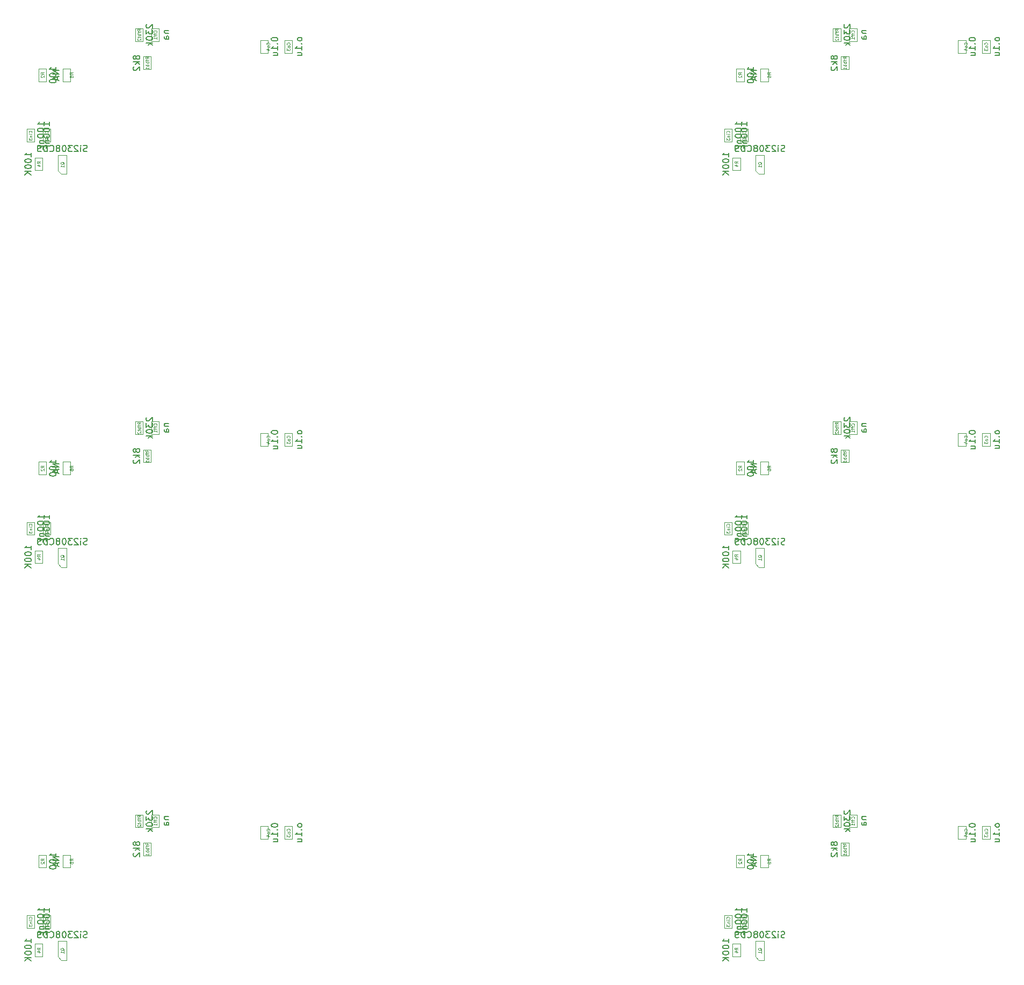
<source format=gbr>
G04 #@! TF.GenerationSoftware,KiCad,Pcbnew,5.1.4*
G04 #@! TF.CreationDate,2019-11-01T23:16:51-03:00*
G04 #@! TF.ProjectId,fonte_18V_panel,666f6e74-655f-4313-9856-5f70616e656c,rev?*
G04 #@! TF.SameCoordinates,Original*
G04 #@! TF.FileFunction,Other,Fab,Bot*
%FSLAX46Y46*%
G04 Gerber Fmt 4.6, Leading zero omitted, Abs format (unit mm)*
G04 Created by KiCad (PCBNEW 5.1.4) date 2019-11-01 23:16:51*
%MOMM*%
%LPD*%
G04 APERTURE LIST*
%ADD10C,0.100000*%
%ADD11C,0.150000*%
%ADD12C,0.080000*%
%ADD13C,0.075000*%
G04 APERTURE END LIST*
D10*
X214365000Y-165440000D02*
X213165000Y-165440000D01*
X213165000Y-165440000D02*
X213165000Y-167440000D01*
X213165000Y-167440000D02*
X214365000Y-167440000D01*
X214365000Y-167440000D02*
X214365000Y-165440000D01*
X104365000Y-165440000D02*
X103165000Y-165440000D01*
X103165000Y-165440000D02*
X103165000Y-167440000D01*
X103165000Y-167440000D02*
X104365000Y-167440000D01*
X104365000Y-167440000D02*
X104365000Y-165440000D01*
X214365000Y-103440000D02*
X213165000Y-103440000D01*
X213165000Y-103440000D02*
X213165000Y-105440000D01*
X213165000Y-105440000D02*
X214365000Y-105440000D01*
X214365000Y-105440000D02*
X214365000Y-103440000D01*
X104365000Y-103440000D02*
X103165000Y-103440000D01*
X103165000Y-103440000D02*
X103165000Y-105440000D01*
X103165000Y-105440000D02*
X104365000Y-105440000D01*
X104365000Y-105440000D02*
X104365000Y-103440000D01*
X214365000Y-41440000D02*
X213165000Y-41440000D01*
X213165000Y-41440000D02*
X213165000Y-43440000D01*
X213165000Y-43440000D02*
X214365000Y-43440000D01*
X214365000Y-43440000D02*
X214365000Y-41440000D01*
X181200000Y-186000000D02*
X181200000Y-183550000D01*
X181750000Y-186570000D02*
X182600000Y-186570000D01*
X181200000Y-186000000D02*
X181750000Y-186570000D01*
X182600000Y-186570000D02*
X182600000Y-183530000D01*
X181200000Y-183530000D02*
X182600000Y-183530000D01*
X71200000Y-186000000D02*
X71200000Y-183550000D01*
X71750000Y-186570000D02*
X72600000Y-186570000D01*
X71200000Y-186000000D02*
X71750000Y-186570000D01*
X72600000Y-186570000D02*
X72600000Y-183530000D01*
X71200000Y-183530000D02*
X72600000Y-183530000D01*
X181200000Y-124000000D02*
X181200000Y-121550000D01*
X181750000Y-124570000D02*
X182600000Y-124570000D01*
X181200000Y-124000000D02*
X181750000Y-124570000D01*
X182600000Y-124570000D02*
X182600000Y-121530000D01*
X181200000Y-121530000D02*
X182600000Y-121530000D01*
X71200000Y-124000000D02*
X71200000Y-121550000D01*
X71750000Y-124570000D02*
X72600000Y-124570000D01*
X71200000Y-124000000D02*
X71750000Y-124570000D01*
X72600000Y-124570000D02*
X72600000Y-121530000D01*
X71200000Y-121530000D02*
X72600000Y-121530000D01*
X181200000Y-62000000D02*
X181200000Y-59550000D01*
X181750000Y-62570000D02*
X182600000Y-62570000D01*
X181200000Y-62000000D02*
X181750000Y-62570000D01*
X182600000Y-62570000D02*
X182600000Y-59530000D01*
X181200000Y-59530000D02*
X182600000Y-59530000D01*
X218175000Y-165440000D02*
X216975000Y-165440000D01*
X216975000Y-165440000D02*
X216975000Y-167440000D01*
X216975000Y-167440000D02*
X218175000Y-167440000D01*
X218175000Y-167440000D02*
X218175000Y-165440000D01*
X108175000Y-165440000D02*
X106975000Y-165440000D01*
X106975000Y-165440000D02*
X106975000Y-167440000D01*
X106975000Y-167440000D02*
X108175000Y-167440000D01*
X108175000Y-167440000D02*
X108175000Y-165440000D01*
X218175000Y-103440000D02*
X216975000Y-103440000D01*
X216975000Y-103440000D02*
X216975000Y-105440000D01*
X216975000Y-105440000D02*
X218175000Y-105440000D01*
X218175000Y-105440000D02*
X218175000Y-103440000D01*
X108175000Y-103440000D02*
X106975000Y-103440000D01*
X106975000Y-103440000D02*
X106975000Y-105440000D01*
X106975000Y-105440000D02*
X108175000Y-105440000D01*
X108175000Y-105440000D02*
X108175000Y-103440000D01*
X218175000Y-41440000D02*
X216975000Y-41440000D01*
X216975000Y-41440000D02*
X216975000Y-43440000D01*
X216975000Y-43440000D02*
X218175000Y-43440000D01*
X218175000Y-43440000D02*
X218175000Y-41440000D01*
X182005000Y-171935000D02*
X183205000Y-171935000D01*
X183205000Y-171935000D02*
X183205000Y-169935000D01*
X183205000Y-169935000D02*
X182005000Y-169935000D01*
X182005000Y-169935000D02*
X182005000Y-171935000D01*
X72005000Y-171935000D02*
X73205000Y-171935000D01*
X73205000Y-171935000D02*
X73205000Y-169935000D01*
X73205000Y-169935000D02*
X72005000Y-169935000D01*
X72005000Y-169935000D02*
X72005000Y-171935000D01*
X182005000Y-109935000D02*
X183205000Y-109935000D01*
X183205000Y-109935000D02*
X183205000Y-107935000D01*
X183205000Y-107935000D02*
X182005000Y-107935000D01*
X182005000Y-107935000D02*
X182005000Y-109935000D01*
X72005000Y-109935000D02*
X73205000Y-109935000D01*
X73205000Y-109935000D02*
X73205000Y-107935000D01*
X73205000Y-107935000D02*
X72005000Y-107935000D01*
X72005000Y-107935000D02*
X72005000Y-109935000D01*
X182005000Y-47935000D02*
X183205000Y-47935000D01*
X183205000Y-47935000D02*
X183205000Y-45935000D01*
X183205000Y-45935000D02*
X182005000Y-45935000D01*
X182005000Y-45935000D02*
X182005000Y-47935000D01*
X197175000Y-163585000D02*
X195975000Y-163585000D01*
X195975000Y-163585000D02*
X195975000Y-165585000D01*
X195975000Y-165585000D02*
X197175000Y-165585000D01*
X197175000Y-165585000D02*
X197175000Y-163585000D01*
X87175000Y-163585000D02*
X85975000Y-163585000D01*
X85975000Y-163585000D02*
X85975000Y-165585000D01*
X85975000Y-165585000D02*
X87175000Y-165585000D01*
X87175000Y-165585000D02*
X87175000Y-163585000D01*
X197175000Y-101585000D02*
X195975000Y-101585000D01*
X195975000Y-101585000D02*
X195975000Y-103585000D01*
X195975000Y-103585000D02*
X197175000Y-103585000D01*
X197175000Y-103585000D02*
X197175000Y-101585000D01*
X87175000Y-101585000D02*
X85975000Y-101585000D01*
X85975000Y-101585000D02*
X85975000Y-103585000D01*
X85975000Y-103585000D02*
X87175000Y-103585000D01*
X87175000Y-103585000D02*
X87175000Y-101585000D01*
X197175000Y-39585000D02*
X195975000Y-39585000D01*
X195975000Y-39585000D02*
X195975000Y-41585000D01*
X195975000Y-41585000D02*
X197175000Y-41585000D01*
X197175000Y-41585000D02*
X197175000Y-39585000D01*
X180030000Y-179460000D02*
X178830000Y-179460000D01*
X178830000Y-179460000D02*
X178830000Y-181460000D01*
X178830000Y-181460000D02*
X180030000Y-181460000D01*
X180030000Y-181460000D02*
X180030000Y-179460000D01*
X70030000Y-179460000D02*
X68830000Y-179460000D01*
X68830000Y-179460000D02*
X68830000Y-181460000D01*
X68830000Y-181460000D02*
X70030000Y-181460000D01*
X70030000Y-181460000D02*
X70030000Y-179460000D01*
X180030000Y-117460000D02*
X178830000Y-117460000D01*
X178830000Y-117460000D02*
X178830000Y-119460000D01*
X178830000Y-119460000D02*
X180030000Y-119460000D01*
X180030000Y-119460000D02*
X180030000Y-117460000D01*
X70030000Y-117460000D02*
X68830000Y-117460000D01*
X68830000Y-117460000D02*
X68830000Y-119460000D01*
X68830000Y-119460000D02*
X70030000Y-119460000D01*
X70030000Y-119460000D02*
X70030000Y-117460000D01*
X180030000Y-55460000D02*
X178830000Y-55460000D01*
X178830000Y-55460000D02*
X178830000Y-57460000D01*
X178830000Y-57460000D02*
X180030000Y-57460000D01*
X180030000Y-57460000D02*
X180030000Y-55460000D01*
X194705000Y-170030000D02*
X195905000Y-170030000D01*
X195905000Y-170030000D02*
X195905000Y-168030000D01*
X195905000Y-168030000D02*
X194705000Y-168030000D01*
X194705000Y-168030000D02*
X194705000Y-170030000D01*
X84705000Y-170030000D02*
X85905000Y-170030000D01*
X85905000Y-170030000D02*
X85905000Y-168030000D01*
X85905000Y-168030000D02*
X84705000Y-168030000D01*
X84705000Y-168030000D02*
X84705000Y-170030000D01*
X194705000Y-108030000D02*
X195905000Y-108030000D01*
X195905000Y-108030000D02*
X195905000Y-106030000D01*
X195905000Y-106030000D02*
X194705000Y-106030000D01*
X194705000Y-106030000D02*
X194705000Y-108030000D01*
X84705000Y-108030000D02*
X85905000Y-108030000D01*
X85905000Y-108030000D02*
X85905000Y-106030000D01*
X85905000Y-106030000D02*
X84705000Y-106030000D01*
X84705000Y-106030000D02*
X84705000Y-108030000D01*
X194705000Y-46030000D02*
X195905000Y-46030000D01*
X195905000Y-46030000D02*
X195905000Y-44030000D01*
X195905000Y-44030000D02*
X194705000Y-44030000D01*
X194705000Y-44030000D02*
X194705000Y-46030000D01*
X177490000Y-179460000D02*
X176290000Y-179460000D01*
X176290000Y-179460000D02*
X176290000Y-181460000D01*
X176290000Y-181460000D02*
X177490000Y-181460000D01*
X177490000Y-181460000D02*
X177490000Y-179460000D01*
X67490000Y-179460000D02*
X66290000Y-179460000D01*
X66290000Y-179460000D02*
X66290000Y-181460000D01*
X66290000Y-181460000D02*
X67490000Y-181460000D01*
X67490000Y-181460000D02*
X67490000Y-179460000D01*
X177490000Y-117460000D02*
X176290000Y-117460000D01*
X176290000Y-117460000D02*
X176290000Y-119460000D01*
X176290000Y-119460000D02*
X177490000Y-119460000D01*
X177490000Y-119460000D02*
X177490000Y-117460000D01*
X67490000Y-117460000D02*
X66290000Y-117460000D01*
X66290000Y-117460000D02*
X66290000Y-119460000D01*
X66290000Y-119460000D02*
X67490000Y-119460000D01*
X67490000Y-119460000D02*
X67490000Y-117460000D01*
X177490000Y-55460000D02*
X176290000Y-55460000D01*
X176290000Y-55460000D02*
X176290000Y-57460000D01*
X176290000Y-57460000D02*
X177490000Y-57460000D01*
X177490000Y-57460000D02*
X177490000Y-55460000D01*
X194635000Y-163585000D02*
X193435000Y-163585000D01*
X193435000Y-163585000D02*
X193435000Y-165585000D01*
X193435000Y-165585000D02*
X194635000Y-165585000D01*
X194635000Y-165585000D02*
X194635000Y-163585000D01*
X84635000Y-163585000D02*
X83435000Y-163585000D01*
X83435000Y-163585000D02*
X83435000Y-165585000D01*
X83435000Y-165585000D02*
X84635000Y-165585000D01*
X84635000Y-165585000D02*
X84635000Y-163585000D01*
X194635000Y-101585000D02*
X193435000Y-101585000D01*
X193435000Y-101585000D02*
X193435000Y-103585000D01*
X193435000Y-103585000D02*
X194635000Y-103585000D01*
X194635000Y-103585000D02*
X194635000Y-101585000D01*
X84635000Y-101585000D02*
X83435000Y-101585000D01*
X83435000Y-101585000D02*
X83435000Y-103585000D01*
X83435000Y-103585000D02*
X84635000Y-103585000D01*
X84635000Y-103585000D02*
X84635000Y-101585000D01*
X194635000Y-39585000D02*
X193435000Y-39585000D01*
X193435000Y-39585000D02*
X193435000Y-41585000D01*
X193435000Y-41585000D02*
X194635000Y-41585000D01*
X194635000Y-41585000D02*
X194635000Y-39585000D01*
X179395000Y-169935000D02*
X178195000Y-169935000D01*
X178195000Y-169935000D02*
X178195000Y-171935000D01*
X178195000Y-171935000D02*
X179395000Y-171935000D01*
X179395000Y-171935000D02*
X179395000Y-169935000D01*
X69395000Y-169935000D02*
X68195000Y-169935000D01*
X68195000Y-169935000D02*
X68195000Y-171935000D01*
X68195000Y-171935000D02*
X69395000Y-171935000D01*
X69395000Y-171935000D02*
X69395000Y-169935000D01*
X179395000Y-107935000D02*
X178195000Y-107935000D01*
X178195000Y-107935000D02*
X178195000Y-109935000D01*
X178195000Y-109935000D02*
X179395000Y-109935000D01*
X179395000Y-109935000D02*
X179395000Y-107935000D01*
X69395000Y-107935000D02*
X68195000Y-107935000D01*
X68195000Y-107935000D02*
X68195000Y-109935000D01*
X68195000Y-109935000D02*
X69395000Y-109935000D01*
X69395000Y-109935000D02*
X69395000Y-107935000D01*
X179395000Y-45935000D02*
X178195000Y-45935000D01*
X178195000Y-45935000D02*
X178195000Y-47935000D01*
X178195000Y-47935000D02*
X179395000Y-47935000D01*
X179395000Y-47935000D02*
X179395000Y-45935000D01*
X177600000Y-185950000D02*
X178800000Y-185950000D01*
X178800000Y-185950000D02*
X178800000Y-183950000D01*
X178800000Y-183950000D02*
X177600000Y-183950000D01*
X177600000Y-183950000D02*
X177600000Y-185950000D01*
X67600000Y-185950000D02*
X68800000Y-185950000D01*
X68800000Y-185950000D02*
X68800000Y-183950000D01*
X68800000Y-183950000D02*
X67600000Y-183950000D01*
X67600000Y-183950000D02*
X67600000Y-185950000D01*
X177600000Y-123950000D02*
X178800000Y-123950000D01*
X178800000Y-123950000D02*
X178800000Y-121950000D01*
X178800000Y-121950000D02*
X177600000Y-121950000D01*
X177600000Y-121950000D02*
X177600000Y-123950000D01*
X67600000Y-123950000D02*
X68800000Y-123950000D01*
X68800000Y-123950000D02*
X68800000Y-121950000D01*
X68800000Y-121950000D02*
X67600000Y-121950000D01*
X67600000Y-121950000D02*
X67600000Y-123950000D01*
X177600000Y-61950000D02*
X178800000Y-61950000D01*
X178800000Y-61950000D02*
X178800000Y-59950000D01*
X178800000Y-59950000D02*
X177600000Y-59950000D01*
X177600000Y-59950000D02*
X177600000Y-61950000D01*
X67600000Y-59950000D02*
X67600000Y-61950000D01*
X68800000Y-59950000D02*
X67600000Y-59950000D01*
X68800000Y-61950000D02*
X68800000Y-59950000D01*
X67600000Y-61950000D02*
X68800000Y-61950000D01*
X84635000Y-41585000D02*
X84635000Y-39585000D01*
X83435000Y-41585000D02*
X84635000Y-41585000D01*
X83435000Y-39585000D02*
X83435000Y-41585000D01*
X84635000Y-39585000D02*
X83435000Y-39585000D01*
X84705000Y-44030000D02*
X84705000Y-46030000D01*
X85905000Y-44030000D02*
X84705000Y-44030000D01*
X85905000Y-46030000D02*
X85905000Y-44030000D01*
X84705000Y-46030000D02*
X85905000Y-46030000D01*
X72005000Y-45935000D02*
X72005000Y-47935000D01*
X73205000Y-45935000D02*
X72005000Y-45935000D01*
X73205000Y-47935000D02*
X73205000Y-45935000D01*
X72005000Y-47935000D02*
X73205000Y-47935000D01*
X69395000Y-47935000D02*
X69395000Y-45935000D01*
X68195000Y-47935000D02*
X69395000Y-47935000D01*
X68195000Y-45935000D02*
X68195000Y-47935000D01*
X69395000Y-45935000D02*
X68195000Y-45935000D01*
X71200000Y-59530000D02*
X72600000Y-59530000D01*
X72600000Y-62570000D02*
X72600000Y-59530000D01*
X71200000Y-62000000D02*
X71750000Y-62570000D01*
X71750000Y-62570000D02*
X72600000Y-62570000D01*
X71200000Y-62000000D02*
X71200000Y-59550000D01*
X104365000Y-43440000D02*
X104365000Y-41440000D01*
X103165000Y-43440000D02*
X104365000Y-43440000D01*
X103165000Y-41440000D02*
X103165000Y-43440000D01*
X104365000Y-41440000D02*
X103165000Y-41440000D01*
X108175000Y-43440000D02*
X108175000Y-41440000D01*
X106975000Y-43440000D02*
X108175000Y-43440000D01*
X106975000Y-41440000D02*
X106975000Y-43440000D01*
X108175000Y-41440000D02*
X106975000Y-41440000D01*
X67490000Y-57460000D02*
X67490000Y-55460000D01*
X66290000Y-57460000D02*
X67490000Y-57460000D01*
X66290000Y-55460000D02*
X66290000Y-57460000D01*
X67490000Y-55460000D02*
X66290000Y-55460000D01*
X70030000Y-57460000D02*
X70030000Y-55460000D01*
X68830000Y-57460000D02*
X70030000Y-57460000D01*
X68830000Y-55460000D02*
X68830000Y-57460000D01*
X70030000Y-55460000D02*
X68830000Y-55460000D01*
X87175000Y-41585000D02*
X87175000Y-39585000D01*
X85975000Y-41585000D02*
X87175000Y-41585000D01*
X85975000Y-39585000D02*
X85975000Y-41585000D01*
X87175000Y-39585000D02*
X85975000Y-39585000D01*
D11*
X214867380Y-165225714D02*
X214867380Y-165320952D01*
X214915000Y-165416190D01*
X214962619Y-165463809D01*
X215057857Y-165511428D01*
X215248333Y-165559047D01*
X215486428Y-165559047D01*
X215676904Y-165511428D01*
X215772142Y-165463809D01*
X215819761Y-165416190D01*
X215867380Y-165320952D01*
X215867380Y-165225714D01*
X215819761Y-165130476D01*
X215772142Y-165082857D01*
X215676904Y-165035238D01*
X215486428Y-164987619D01*
X215248333Y-164987619D01*
X215057857Y-165035238D01*
X214962619Y-165082857D01*
X214915000Y-165130476D01*
X214867380Y-165225714D01*
X215772142Y-165987619D02*
X215819761Y-166035238D01*
X215867380Y-165987619D01*
X215819761Y-165940000D01*
X215772142Y-165987619D01*
X215867380Y-165987619D01*
X215867380Y-166987619D02*
X215867380Y-166416190D01*
X215867380Y-166701904D02*
X214867380Y-166701904D01*
X215010238Y-166606666D01*
X215105476Y-166511428D01*
X215153095Y-166416190D01*
X215200714Y-167844761D02*
X215867380Y-167844761D01*
X215200714Y-167416190D02*
X215724523Y-167416190D01*
X215819761Y-167463809D01*
X215867380Y-167559047D01*
X215867380Y-167701904D01*
X215819761Y-167797142D01*
X215772142Y-167844761D01*
D12*
X214553571Y-166130476D02*
X214577380Y-166106666D01*
X214601190Y-166035238D01*
X214601190Y-165987619D01*
X214577380Y-165916190D01*
X214529761Y-165868571D01*
X214482142Y-165844761D01*
X214386904Y-165820952D01*
X214315476Y-165820952D01*
X214220238Y-165844761D01*
X214172619Y-165868571D01*
X214125000Y-165916190D01*
X214101190Y-165987619D01*
X214101190Y-166035238D01*
X214125000Y-166106666D01*
X214148809Y-166130476D01*
X214601190Y-166416190D02*
X214577380Y-166368571D01*
X214553571Y-166344761D01*
X214505952Y-166320952D01*
X214363095Y-166320952D01*
X214315476Y-166344761D01*
X214291666Y-166368571D01*
X214267857Y-166416190D01*
X214267857Y-166487619D01*
X214291666Y-166535238D01*
X214315476Y-166559047D01*
X214363095Y-166582857D01*
X214505952Y-166582857D01*
X214553571Y-166559047D01*
X214577380Y-166535238D01*
X214601190Y-166487619D01*
X214601190Y-166416190D01*
X214267857Y-167011428D02*
X214601190Y-167011428D01*
X214077380Y-166892380D02*
X214434523Y-166773333D01*
X214434523Y-167082857D01*
D11*
X104867380Y-165225714D02*
X104867380Y-165320952D01*
X104915000Y-165416190D01*
X104962619Y-165463809D01*
X105057857Y-165511428D01*
X105248333Y-165559047D01*
X105486428Y-165559047D01*
X105676904Y-165511428D01*
X105772142Y-165463809D01*
X105819761Y-165416190D01*
X105867380Y-165320952D01*
X105867380Y-165225714D01*
X105819761Y-165130476D01*
X105772142Y-165082857D01*
X105676904Y-165035238D01*
X105486428Y-164987619D01*
X105248333Y-164987619D01*
X105057857Y-165035238D01*
X104962619Y-165082857D01*
X104915000Y-165130476D01*
X104867380Y-165225714D01*
X105772142Y-165987619D02*
X105819761Y-166035238D01*
X105867380Y-165987619D01*
X105819761Y-165940000D01*
X105772142Y-165987619D01*
X105867380Y-165987619D01*
X105867380Y-166987619D02*
X105867380Y-166416190D01*
X105867380Y-166701904D02*
X104867380Y-166701904D01*
X105010238Y-166606666D01*
X105105476Y-166511428D01*
X105153095Y-166416190D01*
X105200714Y-167844761D02*
X105867380Y-167844761D01*
X105200714Y-167416190D02*
X105724523Y-167416190D01*
X105819761Y-167463809D01*
X105867380Y-167559047D01*
X105867380Y-167701904D01*
X105819761Y-167797142D01*
X105772142Y-167844761D01*
D12*
X104553571Y-166130476D02*
X104577380Y-166106666D01*
X104601190Y-166035238D01*
X104601190Y-165987619D01*
X104577380Y-165916190D01*
X104529761Y-165868571D01*
X104482142Y-165844761D01*
X104386904Y-165820952D01*
X104315476Y-165820952D01*
X104220238Y-165844761D01*
X104172619Y-165868571D01*
X104125000Y-165916190D01*
X104101190Y-165987619D01*
X104101190Y-166035238D01*
X104125000Y-166106666D01*
X104148809Y-166130476D01*
X104601190Y-166416190D02*
X104577380Y-166368571D01*
X104553571Y-166344761D01*
X104505952Y-166320952D01*
X104363095Y-166320952D01*
X104315476Y-166344761D01*
X104291666Y-166368571D01*
X104267857Y-166416190D01*
X104267857Y-166487619D01*
X104291666Y-166535238D01*
X104315476Y-166559047D01*
X104363095Y-166582857D01*
X104505952Y-166582857D01*
X104553571Y-166559047D01*
X104577380Y-166535238D01*
X104601190Y-166487619D01*
X104601190Y-166416190D01*
X104267857Y-167011428D02*
X104601190Y-167011428D01*
X104077380Y-166892380D02*
X104434523Y-166773333D01*
X104434523Y-167082857D01*
D11*
X214867380Y-103225714D02*
X214867380Y-103320952D01*
X214915000Y-103416190D01*
X214962619Y-103463809D01*
X215057857Y-103511428D01*
X215248333Y-103559047D01*
X215486428Y-103559047D01*
X215676904Y-103511428D01*
X215772142Y-103463809D01*
X215819761Y-103416190D01*
X215867380Y-103320952D01*
X215867380Y-103225714D01*
X215819761Y-103130476D01*
X215772142Y-103082857D01*
X215676904Y-103035238D01*
X215486428Y-102987619D01*
X215248333Y-102987619D01*
X215057857Y-103035238D01*
X214962619Y-103082857D01*
X214915000Y-103130476D01*
X214867380Y-103225714D01*
X215772142Y-103987619D02*
X215819761Y-104035238D01*
X215867380Y-103987619D01*
X215819761Y-103940000D01*
X215772142Y-103987619D01*
X215867380Y-103987619D01*
X215867380Y-104987619D02*
X215867380Y-104416190D01*
X215867380Y-104701904D02*
X214867380Y-104701904D01*
X215010238Y-104606666D01*
X215105476Y-104511428D01*
X215153095Y-104416190D01*
X215200714Y-105844761D02*
X215867380Y-105844761D01*
X215200714Y-105416190D02*
X215724523Y-105416190D01*
X215819761Y-105463809D01*
X215867380Y-105559047D01*
X215867380Y-105701904D01*
X215819761Y-105797142D01*
X215772142Y-105844761D01*
D12*
X214553571Y-104130476D02*
X214577380Y-104106666D01*
X214601190Y-104035238D01*
X214601190Y-103987619D01*
X214577380Y-103916190D01*
X214529761Y-103868571D01*
X214482142Y-103844761D01*
X214386904Y-103820952D01*
X214315476Y-103820952D01*
X214220238Y-103844761D01*
X214172619Y-103868571D01*
X214125000Y-103916190D01*
X214101190Y-103987619D01*
X214101190Y-104035238D01*
X214125000Y-104106666D01*
X214148809Y-104130476D01*
X214601190Y-104416190D02*
X214577380Y-104368571D01*
X214553571Y-104344761D01*
X214505952Y-104320952D01*
X214363095Y-104320952D01*
X214315476Y-104344761D01*
X214291666Y-104368571D01*
X214267857Y-104416190D01*
X214267857Y-104487619D01*
X214291666Y-104535238D01*
X214315476Y-104559047D01*
X214363095Y-104582857D01*
X214505952Y-104582857D01*
X214553571Y-104559047D01*
X214577380Y-104535238D01*
X214601190Y-104487619D01*
X214601190Y-104416190D01*
X214267857Y-105011428D02*
X214601190Y-105011428D01*
X214077380Y-104892380D02*
X214434523Y-104773333D01*
X214434523Y-105082857D01*
D11*
X104867380Y-103225714D02*
X104867380Y-103320952D01*
X104915000Y-103416190D01*
X104962619Y-103463809D01*
X105057857Y-103511428D01*
X105248333Y-103559047D01*
X105486428Y-103559047D01*
X105676904Y-103511428D01*
X105772142Y-103463809D01*
X105819761Y-103416190D01*
X105867380Y-103320952D01*
X105867380Y-103225714D01*
X105819761Y-103130476D01*
X105772142Y-103082857D01*
X105676904Y-103035238D01*
X105486428Y-102987619D01*
X105248333Y-102987619D01*
X105057857Y-103035238D01*
X104962619Y-103082857D01*
X104915000Y-103130476D01*
X104867380Y-103225714D01*
X105772142Y-103987619D02*
X105819761Y-104035238D01*
X105867380Y-103987619D01*
X105819761Y-103940000D01*
X105772142Y-103987619D01*
X105867380Y-103987619D01*
X105867380Y-104987619D02*
X105867380Y-104416190D01*
X105867380Y-104701904D02*
X104867380Y-104701904D01*
X105010238Y-104606666D01*
X105105476Y-104511428D01*
X105153095Y-104416190D01*
X105200714Y-105844761D02*
X105867380Y-105844761D01*
X105200714Y-105416190D02*
X105724523Y-105416190D01*
X105819761Y-105463809D01*
X105867380Y-105559047D01*
X105867380Y-105701904D01*
X105819761Y-105797142D01*
X105772142Y-105844761D01*
D12*
X104553571Y-104130476D02*
X104577380Y-104106666D01*
X104601190Y-104035238D01*
X104601190Y-103987619D01*
X104577380Y-103916190D01*
X104529761Y-103868571D01*
X104482142Y-103844761D01*
X104386904Y-103820952D01*
X104315476Y-103820952D01*
X104220238Y-103844761D01*
X104172619Y-103868571D01*
X104125000Y-103916190D01*
X104101190Y-103987619D01*
X104101190Y-104035238D01*
X104125000Y-104106666D01*
X104148809Y-104130476D01*
X104601190Y-104416190D02*
X104577380Y-104368571D01*
X104553571Y-104344761D01*
X104505952Y-104320952D01*
X104363095Y-104320952D01*
X104315476Y-104344761D01*
X104291666Y-104368571D01*
X104267857Y-104416190D01*
X104267857Y-104487619D01*
X104291666Y-104535238D01*
X104315476Y-104559047D01*
X104363095Y-104582857D01*
X104505952Y-104582857D01*
X104553571Y-104559047D01*
X104577380Y-104535238D01*
X104601190Y-104487619D01*
X104601190Y-104416190D01*
X104267857Y-105011428D02*
X104601190Y-105011428D01*
X104077380Y-104892380D02*
X104434523Y-104773333D01*
X104434523Y-105082857D01*
D11*
X214867380Y-41225714D02*
X214867380Y-41320952D01*
X214915000Y-41416190D01*
X214962619Y-41463809D01*
X215057857Y-41511428D01*
X215248333Y-41559047D01*
X215486428Y-41559047D01*
X215676904Y-41511428D01*
X215772142Y-41463809D01*
X215819761Y-41416190D01*
X215867380Y-41320952D01*
X215867380Y-41225714D01*
X215819761Y-41130476D01*
X215772142Y-41082857D01*
X215676904Y-41035238D01*
X215486428Y-40987619D01*
X215248333Y-40987619D01*
X215057857Y-41035238D01*
X214962619Y-41082857D01*
X214915000Y-41130476D01*
X214867380Y-41225714D01*
X215772142Y-41987619D02*
X215819761Y-42035238D01*
X215867380Y-41987619D01*
X215819761Y-41940000D01*
X215772142Y-41987619D01*
X215867380Y-41987619D01*
X215867380Y-42987619D02*
X215867380Y-42416190D01*
X215867380Y-42701904D02*
X214867380Y-42701904D01*
X215010238Y-42606666D01*
X215105476Y-42511428D01*
X215153095Y-42416190D01*
X215200714Y-43844761D02*
X215867380Y-43844761D01*
X215200714Y-43416190D02*
X215724523Y-43416190D01*
X215819761Y-43463809D01*
X215867380Y-43559047D01*
X215867380Y-43701904D01*
X215819761Y-43797142D01*
X215772142Y-43844761D01*
D12*
X214553571Y-42130476D02*
X214577380Y-42106666D01*
X214601190Y-42035238D01*
X214601190Y-41987619D01*
X214577380Y-41916190D01*
X214529761Y-41868571D01*
X214482142Y-41844761D01*
X214386904Y-41820952D01*
X214315476Y-41820952D01*
X214220238Y-41844761D01*
X214172619Y-41868571D01*
X214125000Y-41916190D01*
X214101190Y-41987619D01*
X214101190Y-42035238D01*
X214125000Y-42106666D01*
X214148809Y-42130476D01*
X214601190Y-42416190D02*
X214577380Y-42368571D01*
X214553571Y-42344761D01*
X214505952Y-42320952D01*
X214363095Y-42320952D01*
X214315476Y-42344761D01*
X214291666Y-42368571D01*
X214267857Y-42416190D01*
X214267857Y-42487619D01*
X214291666Y-42535238D01*
X214315476Y-42559047D01*
X214363095Y-42582857D01*
X214505952Y-42582857D01*
X214553571Y-42559047D01*
X214577380Y-42535238D01*
X214601190Y-42487619D01*
X214601190Y-42416190D01*
X214267857Y-43011428D02*
X214601190Y-43011428D01*
X214077380Y-42892380D02*
X214434523Y-42773333D01*
X214434523Y-43082857D01*
D11*
X185804761Y-182954761D02*
X185661904Y-183002380D01*
X185423809Y-183002380D01*
X185328571Y-182954761D01*
X185280952Y-182907142D01*
X185233333Y-182811904D01*
X185233333Y-182716666D01*
X185280952Y-182621428D01*
X185328571Y-182573809D01*
X185423809Y-182526190D01*
X185614285Y-182478571D01*
X185709523Y-182430952D01*
X185757142Y-182383333D01*
X185804761Y-182288095D01*
X185804761Y-182192857D01*
X185757142Y-182097619D01*
X185709523Y-182050000D01*
X185614285Y-182002380D01*
X185376190Y-182002380D01*
X185233333Y-182050000D01*
X184804761Y-183002380D02*
X184804761Y-182335714D01*
X184804761Y-182002380D02*
X184852380Y-182050000D01*
X184804761Y-182097619D01*
X184757142Y-182050000D01*
X184804761Y-182002380D01*
X184804761Y-182097619D01*
X184376190Y-182097619D02*
X184328571Y-182050000D01*
X184233333Y-182002380D01*
X183995238Y-182002380D01*
X183900000Y-182050000D01*
X183852380Y-182097619D01*
X183804761Y-182192857D01*
X183804761Y-182288095D01*
X183852380Y-182430952D01*
X184423809Y-183002380D01*
X183804761Y-183002380D01*
X183471428Y-182002380D02*
X182852380Y-182002380D01*
X183185714Y-182383333D01*
X183042857Y-182383333D01*
X182947619Y-182430952D01*
X182900000Y-182478571D01*
X182852380Y-182573809D01*
X182852380Y-182811904D01*
X182900000Y-182907142D01*
X182947619Y-182954761D01*
X183042857Y-183002380D01*
X183328571Y-183002380D01*
X183423809Y-182954761D01*
X183471428Y-182907142D01*
X182233333Y-182002380D02*
X182138095Y-182002380D01*
X182042857Y-182050000D01*
X181995238Y-182097619D01*
X181947619Y-182192857D01*
X181900000Y-182383333D01*
X181900000Y-182621428D01*
X181947619Y-182811904D01*
X181995238Y-182907142D01*
X182042857Y-182954761D01*
X182138095Y-183002380D01*
X182233333Y-183002380D01*
X182328571Y-182954761D01*
X182376190Y-182907142D01*
X182423809Y-182811904D01*
X182471428Y-182621428D01*
X182471428Y-182383333D01*
X182423809Y-182192857D01*
X182376190Y-182097619D01*
X182328571Y-182050000D01*
X182233333Y-182002380D01*
X181328571Y-182430952D02*
X181423809Y-182383333D01*
X181471428Y-182335714D01*
X181519047Y-182240476D01*
X181519047Y-182192857D01*
X181471428Y-182097619D01*
X181423809Y-182050000D01*
X181328571Y-182002380D01*
X181138095Y-182002380D01*
X181042857Y-182050000D01*
X180995238Y-182097619D01*
X180947619Y-182192857D01*
X180947619Y-182240476D01*
X180995238Y-182335714D01*
X181042857Y-182383333D01*
X181138095Y-182430952D01*
X181328571Y-182430952D01*
X181423809Y-182478571D01*
X181471428Y-182526190D01*
X181519047Y-182621428D01*
X181519047Y-182811904D01*
X181471428Y-182907142D01*
X181423809Y-182954761D01*
X181328571Y-183002380D01*
X181138095Y-183002380D01*
X181042857Y-182954761D01*
X180995238Y-182907142D01*
X180947619Y-182811904D01*
X180947619Y-182621428D01*
X180995238Y-182526190D01*
X181042857Y-182478571D01*
X181138095Y-182430952D01*
X179947619Y-182907142D02*
X179995238Y-182954761D01*
X180138095Y-183002380D01*
X180233333Y-183002380D01*
X180376190Y-182954761D01*
X180471428Y-182859523D01*
X180519047Y-182764285D01*
X180566666Y-182573809D01*
X180566666Y-182430952D01*
X180519047Y-182240476D01*
X180471428Y-182145238D01*
X180376190Y-182050000D01*
X180233333Y-182002380D01*
X180138095Y-182002380D01*
X179995238Y-182050000D01*
X179947619Y-182097619D01*
X179519047Y-183002380D02*
X179519047Y-182002380D01*
X179280952Y-182002380D01*
X179138095Y-182050000D01*
X179042857Y-182145238D01*
X178995238Y-182240476D01*
X178947619Y-182430952D01*
X178947619Y-182573809D01*
X178995238Y-182764285D01*
X179042857Y-182859523D01*
X179138095Y-182954761D01*
X179280952Y-183002380D01*
X179519047Y-183002380D01*
X178566666Y-182954761D02*
X178423809Y-183002380D01*
X178185714Y-183002380D01*
X178090476Y-182954761D01*
X178042857Y-182907142D01*
X177995238Y-182811904D01*
X177995238Y-182716666D01*
X178042857Y-182621428D01*
X178090476Y-182573809D01*
X178185714Y-182526190D01*
X178376190Y-182478571D01*
X178471428Y-182430952D01*
X178519047Y-182383333D01*
X178566666Y-182288095D01*
X178566666Y-182192857D01*
X178519047Y-182097619D01*
X178471428Y-182050000D01*
X178376190Y-182002380D01*
X178138095Y-182002380D01*
X177995238Y-182050000D01*
D13*
X182173809Y-185002380D02*
X182150000Y-184954761D01*
X182102380Y-184907142D01*
X182030952Y-184835714D01*
X182007142Y-184788095D01*
X182007142Y-184740476D01*
X182126190Y-184764285D02*
X182102380Y-184716666D01*
X182054761Y-184669047D01*
X181959523Y-184645238D01*
X181792857Y-184645238D01*
X181697619Y-184669047D01*
X181650000Y-184716666D01*
X181626190Y-184764285D01*
X181626190Y-184859523D01*
X181650000Y-184907142D01*
X181697619Y-184954761D01*
X181792857Y-184978571D01*
X181959523Y-184978571D01*
X182054761Y-184954761D01*
X182102380Y-184907142D01*
X182126190Y-184859523D01*
X182126190Y-184764285D01*
X182126190Y-185454761D02*
X182126190Y-185169047D01*
X182126190Y-185311904D02*
X181626190Y-185311904D01*
X181697619Y-185264285D01*
X181745238Y-185216666D01*
X181769047Y-185169047D01*
D11*
X75804761Y-182954761D02*
X75661904Y-183002380D01*
X75423809Y-183002380D01*
X75328571Y-182954761D01*
X75280952Y-182907142D01*
X75233333Y-182811904D01*
X75233333Y-182716666D01*
X75280952Y-182621428D01*
X75328571Y-182573809D01*
X75423809Y-182526190D01*
X75614285Y-182478571D01*
X75709523Y-182430952D01*
X75757142Y-182383333D01*
X75804761Y-182288095D01*
X75804761Y-182192857D01*
X75757142Y-182097619D01*
X75709523Y-182050000D01*
X75614285Y-182002380D01*
X75376190Y-182002380D01*
X75233333Y-182050000D01*
X74804761Y-183002380D02*
X74804761Y-182335714D01*
X74804761Y-182002380D02*
X74852380Y-182050000D01*
X74804761Y-182097619D01*
X74757142Y-182050000D01*
X74804761Y-182002380D01*
X74804761Y-182097619D01*
X74376190Y-182097619D02*
X74328571Y-182050000D01*
X74233333Y-182002380D01*
X73995238Y-182002380D01*
X73900000Y-182050000D01*
X73852380Y-182097619D01*
X73804761Y-182192857D01*
X73804761Y-182288095D01*
X73852380Y-182430952D01*
X74423809Y-183002380D01*
X73804761Y-183002380D01*
X73471428Y-182002380D02*
X72852380Y-182002380D01*
X73185714Y-182383333D01*
X73042857Y-182383333D01*
X72947619Y-182430952D01*
X72900000Y-182478571D01*
X72852380Y-182573809D01*
X72852380Y-182811904D01*
X72900000Y-182907142D01*
X72947619Y-182954761D01*
X73042857Y-183002380D01*
X73328571Y-183002380D01*
X73423809Y-182954761D01*
X73471428Y-182907142D01*
X72233333Y-182002380D02*
X72138095Y-182002380D01*
X72042857Y-182050000D01*
X71995238Y-182097619D01*
X71947619Y-182192857D01*
X71900000Y-182383333D01*
X71900000Y-182621428D01*
X71947619Y-182811904D01*
X71995238Y-182907142D01*
X72042857Y-182954761D01*
X72138095Y-183002380D01*
X72233333Y-183002380D01*
X72328571Y-182954761D01*
X72376190Y-182907142D01*
X72423809Y-182811904D01*
X72471428Y-182621428D01*
X72471428Y-182383333D01*
X72423809Y-182192857D01*
X72376190Y-182097619D01*
X72328571Y-182050000D01*
X72233333Y-182002380D01*
X71328571Y-182430952D02*
X71423809Y-182383333D01*
X71471428Y-182335714D01*
X71519047Y-182240476D01*
X71519047Y-182192857D01*
X71471428Y-182097619D01*
X71423809Y-182050000D01*
X71328571Y-182002380D01*
X71138095Y-182002380D01*
X71042857Y-182050000D01*
X70995238Y-182097619D01*
X70947619Y-182192857D01*
X70947619Y-182240476D01*
X70995238Y-182335714D01*
X71042857Y-182383333D01*
X71138095Y-182430952D01*
X71328571Y-182430952D01*
X71423809Y-182478571D01*
X71471428Y-182526190D01*
X71519047Y-182621428D01*
X71519047Y-182811904D01*
X71471428Y-182907142D01*
X71423809Y-182954761D01*
X71328571Y-183002380D01*
X71138095Y-183002380D01*
X71042857Y-182954761D01*
X70995238Y-182907142D01*
X70947619Y-182811904D01*
X70947619Y-182621428D01*
X70995238Y-182526190D01*
X71042857Y-182478571D01*
X71138095Y-182430952D01*
X69947619Y-182907142D02*
X69995238Y-182954761D01*
X70138095Y-183002380D01*
X70233333Y-183002380D01*
X70376190Y-182954761D01*
X70471428Y-182859523D01*
X70519047Y-182764285D01*
X70566666Y-182573809D01*
X70566666Y-182430952D01*
X70519047Y-182240476D01*
X70471428Y-182145238D01*
X70376190Y-182050000D01*
X70233333Y-182002380D01*
X70138095Y-182002380D01*
X69995238Y-182050000D01*
X69947619Y-182097619D01*
X69519047Y-183002380D02*
X69519047Y-182002380D01*
X69280952Y-182002380D01*
X69138095Y-182050000D01*
X69042857Y-182145238D01*
X68995238Y-182240476D01*
X68947619Y-182430952D01*
X68947619Y-182573809D01*
X68995238Y-182764285D01*
X69042857Y-182859523D01*
X69138095Y-182954761D01*
X69280952Y-183002380D01*
X69519047Y-183002380D01*
X68566666Y-182954761D02*
X68423809Y-183002380D01*
X68185714Y-183002380D01*
X68090476Y-182954761D01*
X68042857Y-182907142D01*
X67995238Y-182811904D01*
X67995238Y-182716666D01*
X68042857Y-182621428D01*
X68090476Y-182573809D01*
X68185714Y-182526190D01*
X68376190Y-182478571D01*
X68471428Y-182430952D01*
X68519047Y-182383333D01*
X68566666Y-182288095D01*
X68566666Y-182192857D01*
X68519047Y-182097619D01*
X68471428Y-182050000D01*
X68376190Y-182002380D01*
X68138095Y-182002380D01*
X67995238Y-182050000D01*
D13*
X72173809Y-185002380D02*
X72150000Y-184954761D01*
X72102380Y-184907142D01*
X72030952Y-184835714D01*
X72007142Y-184788095D01*
X72007142Y-184740476D01*
X72126190Y-184764285D02*
X72102380Y-184716666D01*
X72054761Y-184669047D01*
X71959523Y-184645238D01*
X71792857Y-184645238D01*
X71697619Y-184669047D01*
X71650000Y-184716666D01*
X71626190Y-184764285D01*
X71626190Y-184859523D01*
X71650000Y-184907142D01*
X71697619Y-184954761D01*
X71792857Y-184978571D01*
X71959523Y-184978571D01*
X72054761Y-184954761D01*
X72102380Y-184907142D01*
X72126190Y-184859523D01*
X72126190Y-184764285D01*
X72126190Y-185454761D02*
X72126190Y-185169047D01*
X72126190Y-185311904D02*
X71626190Y-185311904D01*
X71697619Y-185264285D01*
X71745238Y-185216666D01*
X71769047Y-185169047D01*
D11*
X185804761Y-120954761D02*
X185661904Y-121002380D01*
X185423809Y-121002380D01*
X185328571Y-120954761D01*
X185280952Y-120907142D01*
X185233333Y-120811904D01*
X185233333Y-120716666D01*
X185280952Y-120621428D01*
X185328571Y-120573809D01*
X185423809Y-120526190D01*
X185614285Y-120478571D01*
X185709523Y-120430952D01*
X185757142Y-120383333D01*
X185804761Y-120288095D01*
X185804761Y-120192857D01*
X185757142Y-120097619D01*
X185709523Y-120050000D01*
X185614285Y-120002380D01*
X185376190Y-120002380D01*
X185233333Y-120050000D01*
X184804761Y-121002380D02*
X184804761Y-120335714D01*
X184804761Y-120002380D02*
X184852380Y-120050000D01*
X184804761Y-120097619D01*
X184757142Y-120050000D01*
X184804761Y-120002380D01*
X184804761Y-120097619D01*
X184376190Y-120097619D02*
X184328571Y-120050000D01*
X184233333Y-120002380D01*
X183995238Y-120002380D01*
X183900000Y-120050000D01*
X183852380Y-120097619D01*
X183804761Y-120192857D01*
X183804761Y-120288095D01*
X183852380Y-120430952D01*
X184423809Y-121002380D01*
X183804761Y-121002380D01*
X183471428Y-120002380D02*
X182852380Y-120002380D01*
X183185714Y-120383333D01*
X183042857Y-120383333D01*
X182947619Y-120430952D01*
X182900000Y-120478571D01*
X182852380Y-120573809D01*
X182852380Y-120811904D01*
X182900000Y-120907142D01*
X182947619Y-120954761D01*
X183042857Y-121002380D01*
X183328571Y-121002380D01*
X183423809Y-120954761D01*
X183471428Y-120907142D01*
X182233333Y-120002380D02*
X182138095Y-120002380D01*
X182042857Y-120050000D01*
X181995238Y-120097619D01*
X181947619Y-120192857D01*
X181900000Y-120383333D01*
X181900000Y-120621428D01*
X181947619Y-120811904D01*
X181995238Y-120907142D01*
X182042857Y-120954761D01*
X182138095Y-121002380D01*
X182233333Y-121002380D01*
X182328571Y-120954761D01*
X182376190Y-120907142D01*
X182423809Y-120811904D01*
X182471428Y-120621428D01*
X182471428Y-120383333D01*
X182423809Y-120192857D01*
X182376190Y-120097619D01*
X182328571Y-120050000D01*
X182233333Y-120002380D01*
X181328571Y-120430952D02*
X181423809Y-120383333D01*
X181471428Y-120335714D01*
X181519047Y-120240476D01*
X181519047Y-120192857D01*
X181471428Y-120097619D01*
X181423809Y-120050000D01*
X181328571Y-120002380D01*
X181138095Y-120002380D01*
X181042857Y-120050000D01*
X180995238Y-120097619D01*
X180947619Y-120192857D01*
X180947619Y-120240476D01*
X180995238Y-120335714D01*
X181042857Y-120383333D01*
X181138095Y-120430952D01*
X181328571Y-120430952D01*
X181423809Y-120478571D01*
X181471428Y-120526190D01*
X181519047Y-120621428D01*
X181519047Y-120811904D01*
X181471428Y-120907142D01*
X181423809Y-120954761D01*
X181328571Y-121002380D01*
X181138095Y-121002380D01*
X181042857Y-120954761D01*
X180995238Y-120907142D01*
X180947619Y-120811904D01*
X180947619Y-120621428D01*
X180995238Y-120526190D01*
X181042857Y-120478571D01*
X181138095Y-120430952D01*
X179947619Y-120907142D02*
X179995238Y-120954761D01*
X180138095Y-121002380D01*
X180233333Y-121002380D01*
X180376190Y-120954761D01*
X180471428Y-120859523D01*
X180519047Y-120764285D01*
X180566666Y-120573809D01*
X180566666Y-120430952D01*
X180519047Y-120240476D01*
X180471428Y-120145238D01*
X180376190Y-120050000D01*
X180233333Y-120002380D01*
X180138095Y-120002380D01*
X179995238Y-120050000D01*
X179947619Y-120097619D01*
X179519047Y-121002380D02*
X179519047Y-120002380D01*
X179280952Y-120002380D01*
X179138095Y-120050000D01*
X179042857Y-120145238D01*
X178995238Y-120240476D01*
X178947619Y-120430952D01*
X178947619Y-120573809D01*
X178995238Y-120764285D01*
X179042857Y-120859523D01*
X179138095Y-120954761D01*
X179280952Y-121002380D01*
X179519047Y-121002380D01*
X178566666Y-120954761D02*
X178423809Y-121002380D01*
X178185714Y-121002380D01*
X178090476Y-120954761D01*
X178042857Y-120907142D01*
X177995238Y-120811904D01*
X177995238Y-120716666D01*
X178042857Y-120621428D01*
X178090476Y-120573809D01*
X178185714Y-120526190D01*
X178376190Y-120478571D01*
X178471428Y-120430952D01*
X178519047Y-120383333D01*
X178566666Y-120288095D01*
X178566666Y-120192857D01*
X178519047Y-120097619D01*
X178471428Y-120050000D01*
X178376190Y-120002380D01*
X178138095Y-120002380D01*
X177995238Y-120050000D01*
D13*
X182173809Y-123002380D02*
X182150000Y-122954761D01*
X182102380Y-122907142D01*
X182030952Y-122835714D01*
X182007142Y-122788095D01*
X182007142Y-122740476D01*
X182126190Y-122764285D02*
X182102380Y-122716666D01*
X182054761Y-122669047D01*
X181959523Y-122645238D01*
X181792857Y-122645238D01*
X181697619Y-122669047D01*
X181650000Y-122716666D01*
X181626190Y-122764285D01*
X181626190Y-122859523D01*
X181650000Y-122907142D01*
X181697619Y-122954761D01*
X181792857Y-122978571D01*
X181959523Y-122978571D01*
X182054761Y-122954761D01*
X182102380Y-122907142D01*
X182126190Y-122859523D01*
X182126190Y-122764285D01*
X182126190Y-123454761D02*
X182126190Y-123169047D01*
X182126190Y-123311904D02*
X181626190Y-123311904D01*
X181697619Y-123264285D01*
X181745238Y-123216666D01*
X181769047Y-123169047D01*
D11*
X75804761Y-120954761D02*
X75661904Y-121002380D01*
X75423809Y-121002380D01*
X75328571Y-120954761D01*
X75280952Y-120907142D01*
X75233333Y-120811904D01*
X75233333Y-120716666D01*
X75280952Y-120621428D01*
X75328571Y-120573809D01*
X75423809Y-120526190D01*
X75614285Y-120478571D01*
X75709523Y-120430952D01*
X75757142Y-120383333D01*
X75804761Y-120288095D01*
X75804761Y-120192857D01*
X75757142Y-120097619D01*
X75709523Y-120050000D01*
X75614285Y-120002380D01*
X75376190Y-120002380D01*
X75233333Y-120050000D01*
X74804761Y-121002380D02*
X74804761Y-120335714D01*
X74804761Y-120002380D02*
X74852380Y-120050000D01*
X74804761Y-120097619D01*
X74757142Y-120050000D01*
X74804761Y-120002380D01*
X74804761Y-120097619D01*
X74376190Y-120097619D02*
X74328571Y-120050000D01*
X74233333Y-120002380D01*
X73995238Y-120002380D01*
X73900000Y-120050000D01*
X73852380Y-120097619D01*
X73804761Y-120192857D01*
X73804761Y-120288095D01*
X73852380Y-120430952D01*
X74423809Y-121002380D01*
X73804761Y-121002380D01*
X73471428Y-120002380D02*
X72852380Y-120002380D01*
X73185714Y-120383333D01*
X73042857Y-120383333D01*
X72947619Y-120430952D01*
X72900000Y-120478571D01*
X72852380Y-120573809D01*
X72852380Y-120811904D01*
X72900000Y-120907142D01*
X72947619Y-120954761D01*
X73042857Y-121002380D01*
X73328571Y-121002380D01*
X73423809Y-120954761D01*
X73471428Y-120907142D01*
X72233333Y-120002380D02*
X72138095Y-120002380D01*
X72042857Y-120050000D01*
X71995238Y-120097619D01*
X71947619Y-120192857D01*
X71900000Y-120383333D01*
X71900000Y-120621428D01*
X71947619Y-120811904D01*
X71995238Y-120907142D01*
X72042857Y-120954761D01*
X72138095Y-121002380D01*
X72233333Y-121002380D01*
X72328571Y-120954761D01*
X72376190Y-120907142D01*
X72423809Y-120811904D01*
X72471428Y-120621428D01*
X72471428Y-120383333D01*
X72423809Y-120192857D01*
X72376190Y-120097619D01*
X72328571Y-120050000D01*
X72233333Y-120002380D01*
X71328571Y-120430952D02*
X71423809Y-120383333D01*
X71471428Y-120335714D01*
X71519047Y-120240476D01*
X71519047Y-120192857D01*
X71471428Y-120097619D01*
X71423809Y-120050000D01*
X71328571Y-120002380D01*
X71138095Y-120002380D01*
X71042857Y-120050000D01*
X70995238Y-120097619D01*
X70947619Y-120192857D01*
X70947619Y-120240476D01*
X70995238Y-120335714D01*
X71042857Y-120383333D01*
X71138095Y-120430952D01*
X71328571Y-120430952D01*
X71423809Y-120478571D01*
X71471428Y-120526190D01*
X71519047Y-120621428D01*
X71519047Y-120811904D01*
X71471428Y-120907142D01*
X71423809Y-120954761D01*
X71328571Y-121002380D01*
X71138095Y-121002380D01*
X71042857Y-120954761D01*
X70995238Y-120907142D01*
X70947619Y-120811904D01*
X70947619Y-120621428D01*
X70995238Y-120526190D01*
X71042857Y-120478571D01*
X71138095Y-120430952D01*
X69947619Y-120907142D02*
X69995238Y-120954761D01*
X70138095Y-121002380D01*
X70233333Y-121002380D01*
X70376190Y-120954761D01*
X70471428Y-120859523D01*
X70519047Y-120764285D01*
X70566666Y-120573809D01*
X70566666Y-120430952D01*
X70519047Y-120240476D01*
X70471428Y-120145238D01*
X70376190Y-120050000D01*
X70233333Y-120002380D01*
X70138095Y-120002380D01*
X69995238Y-120050000D01*
X69947619Y-120097619D01*
X69519047Y-121002380D02*
X69519047Y-120002380D01*
X69280952Y-120002380D01*
X69138095Y-120050000D01*
X69042857Y-120145238D01*
X68995238Y-120240476D01*
X68947619Y-120430952D01*
X68947619Y-120573809D01*
X68995238Y-120764285D01*
X69042857Y-120859523D01*
X69138095Y-120954761D01*
X69280952Y-121002380D01*
X69519047Y-121002380D01*
X68566666Y-120954761D02*
X68423809Y-121002380D01*
X68185714Y-121002380D01*
X68090476Y-120954761D01*
X68042857Y-120907142D01*
X67995238Y-120811904D01*
X67995238Y-120716666D01*
X68042857Y-120621428D01*
X68090476Y-120573809D01*
X68185714Y-120526190D01*
X68376190Y-120478571D01*
X68471428Y-120430952D01*
X68519047Y-120383333D01*
X68566666Y-120288095D01*
X68566666Y-120192857D01*
X68519047Y-120097619D01*
X68471428Y-120050000D01*
X68376190Y-120002380D01*
X68138095Y-120002380D01*
X67995238Y-120050000D01*
D13*
X72173809Y-123002380D02*
X72150000Y-122954761D01*
X72102380Y-122907142D01*
X72030952Y-122835714D01*
X72007142Y-122788095D01*
X72007142Y-122740476D01*
X72126190Y-122764285D02*
X72102380Y-122716666D01*
X72054761Y-122669047D01*
X71959523Y-122645238D01*
X71792857Y-122645238D01*
X71697619Y-122669047D01*
X71650000Y-122716666D01*
X71626190Y-122764285D01*
X71626190Y-122859523D01*
X71650000Y-122907142D01*
X71697619Y-122954761D01*
X71792857Y-122978571D01*
X71959523Y-122978571D01*
X72054761Y-122954761D01*
X72102380Y-122907142D01*
X72126190Y-122859523D01*
X72126190Y-122764285D01*
X72126190Y-123454761D02*
X72126190Y-123169047D01*
X72126190Y-123311904D02*
X71626190Y-123311904D01*
X71697619Y-123264285D01*
X71745238Y-123216666D01*
X71769047Y-123169047D01*
D11*
X185804761Y-58954761D02*
X185661904Y-59002380D01*
X185423809Y-59002380D01*
X185328571Y-58954761D01*
X185280952Y-58907142D01*
X185233333Y-58811904D01*
X185233333Y-58716666D01*
X185280952Y-58621428D01*
X185328571Y-58573809D01*
X185423809Y-58526190D01*
X185614285Y-58478571D01*
X185709523Y-58430952D01*
X185757142Y-58383333D01*
X185804761Y-58288095D01*
X185804761Y-58192857D01*
X185757142Y-58097619D01*
X185709523Y-58050000D01*
X185614285Y-58002380D01*
X185376190Y-58002380D01*
X185233333Y-58050000D01*
X184804761Y-59002380D02*
X184804761Y-58335714D01*
X184804761Y-58002380D02*
X184852380Y-58050000D01*
X184804761Y-58097619D01*
X184757142Y-58050000D01*
X184804761Y-58002380D01*
X184804761Y-58097619D01*
X184376190Y-58097619D02*
X184328571Y-58050000D01*
X184233333Y-58002380D01*
X183995238Y-58002380D01*
X183900000Y-58050000D01*
X183852380Y-58097619D01*
X183804761Y-58192857D01*
X183804761Y-58288095D01*
X183852380Y-58430952D01*
X184423809Y-59002380D01*
X183804761Y-59002380D01*
X183471428Y-58002380D02*
X182852380Y-58002380D01*
X183185714Y-58383333D01*
X183042857Y-58383333D01*
X182947619Y-58430952D01*
X182900000Y-58478571D01*
X182852380Y-58573809D01*
X182852380Y-58811904D01*
X182900000Y-58907142D01*
X182947619Y-58954761D01*
X183042857Y-59002380D01*
X183328571Y-59002380D01*
X183423809Y-58954761D01*
X183471428Y-58907142D01*
X182233333Y-58002380D02*
X182138095Y-58002380D01*
X182042857Y-58050000D01*
X181995238Y-58097619D01*
X181947619Y-58192857D01*
X181900000Y-58383333D01*
X181900000Y-58621428D01*
X181947619Y-58811904D01*
X181995238Y-58907142D01*
X182042857Y-58954761D01*
X182138095Y-59002380D01*
X182233333Y-59002380D01*
X182328571Y-58954761D01*
X182376190Y-58907142D01*
X182423809Y-58811904D01*
X182471428Y-58621428D01*
X182471428Y-58383333D01*
X182423809Y-58192857D01*
X182376190Y-58097619D01*
X182328571Y-58050000D01*
X182233333Y-58002380D01*
X181328571Y-58430952D02*
X181423809Y-58383333D01*
X181471428Y-58335714D01*
X181519047Y-58240476D01*
X181519047Y-58192857D01*
X181471428Y-58097619D01*
X181423809Y-58050000D01*
X181328571Y-58002380D01*
X181138095Y-58002380D01*
X181042857Y-58050000D01*
X180995238Y-58097619D01*
X180947619Y-58192857D01*
X180947619Y-58240476D01*
X180995238Y-58335714D01*
X181042857Y-58383333D01*
X181138095Y-58430952D01*
X181328571Y-58430952D01*
X181423809Y-58478571D01*
X181471428Y-58526190D01*
X181519047Y-58621428D01*
X181519047Y-58811904D01*
X181471428Y-58907142D01*
X181423809Y-58954761D01*
X181328571Y-59002380D01*
X181138095Y-59002380D01*
X181042857Y-58954761D01*
X180995238Y-58907142D01*
X180947619Y-58811904D01*
X180947619Y-58621428D01*
X180995238Y-58526190D01*
X181042857Y-58478571D01*
X181138095Y-58430952D01*
X179947619Y-58907142D02*
X179995238Y-58954761D01*
X180138095Y-59002380D01*
X180233333Y-59002380D01*
X180376190Y-58954761D01*
X180471428Y-58859523D01*
X180519047Y-58764285D01*
X180566666Y-58573809D01*
X180566666Y-58430952D01*
X180519047Y-58240476D01*
X180471428Y-58145238D01*
X180376190Y-58050000D01*
X180233333Y-58002380D01*
X180138095Y-58002380D01*
X179995238Y-58050000D01*
X179947619Y-58097619D01*
X179519047Y-59002380D02*
X179519047Y-58002380D01*
X179280952Y-58002380D01*
X179138095Y-58050000D01*
X179042857Y-58145238D01*
X178995238Y-58240476D01*
X178947619Y-58430952D01*
X178947619Y-58573809D01*
X178995238Y-58764285D01*
X179042857Y-58859523D01*
X179138095Y-58954761D01*
X179280952Y-59002380D01*
X179519047Y-59002380D01*
X178566666Y-58954761D02*
X178423809Y-59002380D01*
X178185714Y-59002380D01*
X178090476Y-58954761D01*
X178042857Y-58907142D01*
X177995238Y-58811904D01*
X177995238Y-58716666D01*
X178042857Y-58621428D01*
X178090476Y-58573809D01*
X178185714Y-58526190D01*
X178376190Y-58478571D01*
X178471428Y-58430952D01*
X178519047Y-58383333D01*
X178566666Y-58288095D01*
X178566666Y-58192857D01*
X178519047Y-58097619D01*
X178471428Y-58050000D01*
X178376190Y-58002380D01*
X178138095Y-58002380D01*
X177995238Y-58050000D01*
D13*
X182173809Y-61002380D02*
X182150000Y-60954761D01*
X182102380Y-60907142D01*
X182030952Y-60835714D01*
X182007142Y-60788095D01*
X182007142Y-60740476D01*
X182126190Y-60764285D02*
X182102380Y-60716666D01*
X182054761Y-60669047D01*
X181959523Y-60645238D01*
X181792857Y-60645238D01*
X181697619Y-60669047D01*
X181650000Y-60716666D01*
X181626190Y-60764285D01*
X181626190Y-60859523D01*
X181650000Y-60907142D01*
X181697619Y-60954761D01*
X181792857Y-60978571D01*
X181959523Y-60978571D01*
X182054761Y-60954761D01*
X182102380Y-60907142D01*
X182126190Y-60859523D01*
X182126190Y-60764285D01*
X182126190Y-61454761D02*
X182126190Y-61169047D01*
X182126190Y-61311904D02*
X181626190Y-61311904D01*
X181697619Y-61264285D01*
X181745238Y-61216666D01*
X181769047Y-61169047D01*
D11*
X219677380Y-165201904D02*
X219629761Y-165106666D01*
X219582142Y-165059047D01*
X219486904Y-165011428D01*
X219201190Y-165011428D01*
X219105952Y-165059047D01*
X219058333Y-165106666D01*
X219010714Y-165201904D01*
X219010714Y-165344761D01*
X219058333Y-165440000D01*
X219105952Y-165487619D01*
X219201190Y-165535238D01*
X219486904Y-165535238D01*
X219582142Y-165487619D01*
X219629761Y-165440000D01*
X219677380Y-165344761D01*
X219677380Y-165201904D01*
X219582142Y-165963809D02*
X219629761Y-166011428D01*
X219677380Y-165963809D01*
X219629761Y-165916190D01*
X219582142Y-165963809D01*
X219677380Y-165963809D01*
X219677380Y-166963809D02*
X219677380Y-166392380D01*
X219677380Y-166678095D02*
X218677380Y-166678095D01*
X218820238Y-166582857D01*
X218915476Y-166487619D01*
X218963095Y-166392380D01*
X219010714Y-167820952D02*
X219677380Y-167820952D01*
X219010714Y-167392380D02*
X219534523Y-167392380D01*
X219629761Y-167440000D01*
X219677380Y-167535238D01*
X219677380Y-167678095D01*
X219629761Y-167773333D01*
X219582142Y-167820952D01*
D12*
X217753571Y-166130476D02*
X217777380Y-166106666D01*
X217801190Y-166035238D01*
X217801190Y-165987619D01*
X217777380Y-165916190D01*
X217729761Y-165868571D01*
X217682142Y-165844761D01*
X217586904Y-165820952D01*
X217515476Y-165820952D01*
X217420238Y-165844761D01*
X217372619Y-165868571D01*
X217325000Y-165916190D01*
X217301190Y-165987619D01*
X217301190Y-166035238D01*
X217325000Y-166106666D01*
X217348809Y-166130476D01*
X217801190Y-166416190D02*
X217777380Y-166368571D01*
X217753571Y-166344761D01*
X217705952Y-166320952D01*
X217563095Y-166320952D01*
X217515476Y-166344761D01*
X217491666Y-166368571D01*
X217467857Y-166416190D01*
X217467857Y-166487619D01*
X217491666Y-166535238D01*
X217515476Y-166559047D01*
X217563095Y-166582857D01*
X217705952Y-166582857D01*
X217753571Y-166559047D01*
X217777380Y-166535238D01*
X217801190Y-166487619D01*
X217801190Y-166416190D01*
X217301190Y-166749523D02*
X217301190Y-167059047D01*
X217491666Y-166892380D01*
X217491666Y-166963809D01*
X217515476Y-167011428D01*
X217539285Y-167035238D01*
X217586904Y-167059047D01*
X217705952Y-167059047D01*
X217753571Y-167035238D01*
X217777380Y-167011428D01*
X217801190Y-166963809D01*
X217801190Y-166820952D01*
X217777380Y-166773333D01*
X217753571Y-166749523D01*
D11*
X109677380Y-165201904D02*
X109629761Y-165106666D01*
X109582142Y-165059047D01*
X109486904Y-165011428D01*
X109201190Y-165011428D01*
X109105952Y-165059047D01*
X109058333Y-165106666D01*
X109010714Y-165201904D01*
X109010714Y-165344761D01*
X109058333Y-165440000D01*
X109105952Y-165487619D01*
X109201190Y-165535238D01*
X109486904Y-165535238D01*
X109582142Y-165487619D01*
X109629761Y-165440000D01*
X109677380Y-165344761D01*
X109677380Y-165201904D01*
X109582142Y-165963809D02*
X109629761Y-166011428D01*
X109677380Y-165963809D01*
X109629761Y-165916190D01*
X109582142Y-165963809D01*
X109677380Y-165963809D01*
X109677380Y-166963809D02*
X109677380Y-166392380D01*
X109677380Y-166678095D02*
X108677380Y-166678095D01*
X108820238Y-166582857D01*
X108915476Y-166487619D01*
X108963095Y-166392380D01*
X109010714Y-167820952D02*
X109677380Y-167820952D01*
X109010714Y-167392380D02*
X109534523Y-167392380D01*
X109629761Y-167440000D01*
X109677380Y-167535238D01*
X109677380Y-167678095D01*
X109629761Y-167773333D01*
X109582142Y-167820952D01*
D12*
X107753571Y-166130476D02*
X107777380Y-166106666D01*
X107801190Y-166035238D01*
X107801190Y-165987619D01*
X107777380Y-165916190D01*
X107729761Y-165868571D01*
X107682142Y-165844761D01*
X107586904Y-165820952D01*
X107515476Y-165820952D01*
X107420238Y-165844761D01*
X107372619Y-165868571D01*
X107325000Y-165916190D01*
X107301190Y-165987619D01*
X107301190Y-166035238D01*
X107325000Y-166106666D01*
X107348809Y-166130476D01*
X107801190Y-166416190D02*
X107777380Y-166368571D01*
X107753571Y-166344761D01*
X107705952Y-166320952D01*
X107563095Y-166320952D01*
X107515476Y-166344761D01*
X107491666Y-166368571D01*
X107467857Y-166416190D01*
X107467857Y-166487619D01*
X107491666Y-166535238D01*
X107515476Y-166559047D01*
X107563095Y-166582857D01*
X107705952Y-166582857D01*
X107753571Y-166559047D01*
X107777380Y-166535238D01*
X107801190Y-166487619D01*
X107801190Y-166416190D01*
X107301190Y-166749523D02*
X107301190Y-167059047D01*
X107491666Y-166892380D01*
X107491666Y-166963809D01*
X107515476Y-167011428D01*
X107539285Y-167035238D01*
X107586904Y-167059047D01*
X107705952Y-167059047D01*
X107753571Y-167035238D01*
X107777380Y-167011428D01*
X107801190Y-166963809D01*
X107801190Y-166820952D01*
X107777380Y-166773333D01*
X107753571Y-166749523D01*
D11*
X219677380Y-103201904D02*
X219629761Y-103106666D01*
X219582142Y-103059047D01*
X219486904Y-103011428D01*
X219201190Y-103011428D01*
X219105952Y-103059047D01*
X219058333Y-103106666D01*
X219010714Y-103201904D01*
X219010714Y-103344761D01*
X219058333Y-103440000D01*
X219105952Y-103487619D01*
X219201190Y-103535238D01*
X219486904Y-103535238D01*
X219582142Y-103487619D01*
X219629761Y-103440000D01*
X219677380Y-103344761D01*
X219677380Y-103201904D01*
X219582142Y-103963809D02*
X219629761Y-104011428D01*
X219677380Y-103963809D01*
X219629761Y-103916190D01*
X219582142Y-103963809D01*
X219677380Y-103963809D01*
X219677380Y-104963809D02*
X219677380Y-104392380D01*
X219677380Y-104678095D02*
X218677380Y-104678095D01*
X218820238Y-104582857D01*
X218915476Y-104487619D01*
X218963095Y-104392380D01*
X219010714Y-105820952D02*
X219677380Y-105820952D01*
X219010714Y-105392380D02*
X219534523Y-105392380D01*
X219629761Y-105440000D01*
X219677380Y-105535238D01*
X219677380Y-105678095D01*
X219629761Y-105773333D01*
X219582142Y-105820952D01*
D12*
X217753571Y-104130476D02*
X217777380Y-104106666D01*
X217801190Y-104035238D01*
X217801190Y-103987619D01*
X217777380Y-103916190D01*
X217729761Y-103868571D01*
X217682142Y-103844761D01*
X217586904Y-103820952D01*
X217515476Y-103820952D01*
X217420238Y-103844761D01*
X217372619Y-103868571D01*
X217325000Y-103916190D01*
X217301190Y-103987619D01*
X217301190Y-104035238D01*
X217325000Y-104106666D01*
X217348809Y-104130476D01*
X217801190Y-104416190D02*
X217777380Y-104368571D01*
X217753571Y-104344761D01*
X217705952Y-104320952D01*
X217563095Y-104320952D01*
X217515476Y-104344761D01*
X217491666Y-104368571D01*
X217467857Y-104416190D01*
X217467857Y-104487619D01*
X217491666Y-104535238D01*
X217515476Y-104559047D01*
X217563095Y-104582857D01*
X217705952Y-104582857D01*
X217753571Y-104559047D01*
X217777380Y-104535238D01*
X217801190Y-104487619D01*
X217801190Y-104416190D01*
X217301190Y-104749523D02*
X217301190Y-105059047D01*
X217491666Y-104892380D01*
X217491666Y-104963809D01*
X217515476Y-105011428D01*
X217539285Y-105035238D01*
X217586904Y-105059047D01*
X217705952Y-105059047D01*
X217753571Y-105035238D01*
X217777380Y-105011428D01*
X217801190Y-104963809D01*
X217801190Y-104820952D01*
X217777380Y-104773333D01*
X217753571Y-104749523D01*
D11*
X109677380Y-103201904D02*
X109629761Y-103106666D01*
X109582142Y-103059047D01*
X109486904Y-103011428D01*
X109201190Y-103011428D01*
X109105952Y-103059047D01*
X109058333Y-103106666D01*
X109010714Y-103201904D01*
X109010714Y-103344761D01*
X109058333Y-103440000D01*
X109105952Y-103487619D01*
X109201190Y-103535238D01*
X109486904Y-103535238D01*
X109582142Y-103487619D01*
X109629761Y-103440000D01*
X109677380Y-103344761D01*
X109677380Y-103201904D01*
X109582142Y-103963809D02*
X109629761Y-104011428D01*
X109677380Y-103963809D01*
X109629761Y-103916190D01*
X109582142Y-103963809D01*
X109677380Y-103963809D01*
X109677380Y-104963809D02*
X109677380Y-104392380D01*
X109677380Y-104678095D02*
X108677380Y-104678095D01*
X108820238Y-104582857D01*
X108915476Y-104487619D01*
X108963095Y-104392380D01*
X109010714Y-105820952D02*
X109677380Y-105820952D01*
X109010714Y-105392380D02*
X109534523Y-105392380D01*
X109629761Y-105440000D01*
X109677380Y-105535238D01*
X109677380Y-105678095D01*
X109629761Y-105773333D01*
X109582142Y-105820952D01*
D12*
X107753571Y-104130476D02*
X107777380Y-104106666D01*
X107801190Y-104035238D01*
X107801190Y-103987619D01*
X107777380Y-103916190D01*
X107729761Y-103868571D01*
X107682142Y-103844761D01*
X107586904Y-103820952D01*
X107515476Y-103820952D01*
X107420238Y-103844761D01*
X107372619Y-103868571D01*
X107325000Y-103916190D01*
X107301190Y-103987619D01*
X107301190Y-104035238D01*
X107325000Y-104106666D01*
X107348809Y-104130476D01*
X107801190Y-104416190D02*
X107777380Y-104368571D01*
X107753571Y-104344761D01*
X107705952Y-104320952D01*
X107563095Y-104320952D01*
X107515476Y-104344761D01*
X107491666Y-104368571D01*
X107467857Y-104416190D01*
X107467857Y-104487619D01*
X107491666Y-104535238D01*
X107515476Y-104559047D01*
X107563095Y-104582857D01*
X107705952Y-104582857D01*
X107753571Y-104559047D01*
X107777380Y-104535238D01*
X107801190Y-104487619D01*
X107801190Y-104416190D01*
X107301190Y-104749523D02*
X107301190Y-105059047D01*
X107491666Y-104892380D01*
X107491666Y-104963809D01*
X107515476Y-105011428D01*
X107539285Y-105035238D01*
X107586904Y-105059047D01*
X107705952Y-105059047D01*
X107753571Y-105035238D01*
X107777380Y-105011428D01*
X107801190Y-104963809D01*
X107801190Y-104820952D01*
X107777380Y-104773333D01*
X107753571Y-104749523D01*
D11*
X219677380Y-41201904D02*
X219629761Y-41106666D01*
X219582142Y-41059047D01*
X219486904Y-41011428D01*
X219201190Y-41011428D01*
X219105952Y-41059047D01*
X219058333Y-41106666D01*
X219010714Y-41201904D01*
X219010714Y-41344761D01*
X219058333Y-41440000D01*
X219105952Y-41487619D01*
X219201190Y-41535238D01*
X219486904Y-41535238D01*
X219582142Y-41487619D01*
X219629761Y-41440000D01*
X219677380Y-41344761D01*
X219677380Y-41201904D01*
X219582142Y-41963809D02*
X219629761Y-42011428D01*
X219677380Y-41963809D01*
X219629761Y-41916190D01*
X219582142Y-41963809D01*
X219677380Y-41963809D01*
X219677380Y-42963809D02*
X219677380Y-42392380D01*
X219677380Y-42678095D02*
X218677380Y-42678095D01*
X218820238Y-42582857D01*
X218915476Y-42487619D01*
X218963095Y-42392380D01*
X219010714Y-43820952D02*
X219677380Y-43820952D01*
X219010714Y-43392380D02*
X219534523Y-43392380D01*
X219629761Y-43440000D01*
X219677380Y-43535238D01*
X219677380Y-43678095D01*
X219629761Y-43773333D01*
X219582142Y-43820952D01*
D12*
X217753571Y-42130476D02*
X217777380Y-42106666D01*
X217801190Y-42035238D01*
X217801190Y-41987619D01*
X217777380Y-41916190D01*
X217729761Y-41868571D01*
X217682142Y-41844761D01*
X217586904Y-41820952D01*
X217515476Y-41820952D01*
X217420238Y-41844761D01*
X217372619Y-41868571D01*
X217325000Y-41916190D01*
X217301190Y-41987619D01*
X217301190Y-42035238D01*
X217325000Y-42106666D01*
X217348809Y-42130476D01*
X217801190Y-42416190D02*
X217777380Y-42368571D01*
X217753571Y-42344761D01*
X217705952Y-42320952D01*
X217563095Y-42320952D01*
X217515476Y-42344761D01*
X217491666Y-42368571D01*
X217467857Y-42416190D01*
X217467857Y-42487619D01*
X217491666Y-42535238D01*
X217515476Y-42559047D01*
X217563095Y-42582857D01*
X217705952Y-42582857D01*
X217753571Y-42559047D01*
X217777380Y-42535238D01*
X217801190Y-42487619D01*
X217801190Y-42416190D01*
X217301190Y-42749523D02*
X217301190Y-43059047D01*
X217491666Y-42892380D01*
X217491666Y-42963809D01*
X217515476Y-43011428D01*
X217539285Y-43035238D01*
X217586904Y-43059047D01*
X217705952Y-43059047D01*
X217753571Y-43035238D01*
X217777380Y-43011428D01*
X217801190Y-42963809D01*
X217801190Y-42820952D01*
X217777380Y-42773333D01*
X217753571Y-42749523D01*
D11*
X181407380Y-170220714D02*
X180407380Y-170220714D01*
X181407380Y-170792142D01*
X180407380Y-170792142D01*
X181121666Y-171220714D02*
X181121666Y-171696904D01*
X181407380Y-171125476D02*
X180407380Y-171458809D01*
X181407380Y-171792142D01*
D12*
X183581190Y-170851666D02*
X183343095Y-170685000D01*
X183581190Y-170565952D02*
X183081190Y-170565952D01*
X183081190Y-170756428D01*
X183105000Y-170804047D01*
X183128809Y-170827857D01*
X183176428Y-170851666D01*
X183247857Y-170851666D01*
X183295476Y-170827857D01*
X183319285Y-170804047D01*
X183343095Y-170756428D01*
X183343095Y-170565952D01*
X183081190Y-171280238D02*
X183081190Y-171185000D01*
X183105000Y-171137380D01*
X183128809Y-171113571D01*
X183200238Y-171065952D01*
X183295476Y-171042142D01*
X183485952Y-171042142D01*
X183533571Y-171065952D01*
X183557380Y-171089761D01*
X183581190Y-171137380D01*
X183581190Y-171232619D01*
X183557380Y-171280238D01*
X183533571Y-171304047D01*
X183485952Y-171327857D01*
X183366904Y-171327857D01*
X183319285Y-171304047D01*
X183295476Y-171280238D01*
X183271666Y-171232619D01*
X183271666Y-171137380D01*
X183295476Y-171089761D01*
X183319285Y-171065952D01*
X183366904Y-171042142D01*
D11*
X71407380Y-170220714D02*
X70407380Y-170220714D01*
X71407380Y-170792142D01*
X70407380Y-170792142D01*
X71121666Y-171220714D02*
X71121666Y-171696904D01*
X71407380Y-171125476D02*
X70407380Y-171458809D01*
X71407380Y-171792142D01*
D12*
X73581190Y-170851666D02*
X73343095Y-170685000D01*
X73581190Y-170565952D02*
X73081190Y-170565952D01*
X73081190Y-170756428D01*
X73105000Y-170804047D01*
X73128809Y-170827857D01*
X73176428Y-170851666D01*
X73247857Y-170851666D01*
X73295476Y-170827857D01*
X73319285Y-170804047D01*
X73343095Y-170756428D01*
X73343095Y-170565952D01*
X73081190Y-171280238D02*
X73081190Y-171185000D01*
X73105000Y-171137380D01*
X73128809Y-171113571D01*
X73200238Y-171065952D01*
X73295476Y-171042142D01*
X73485952Y-171042142D01*
X73533571Y-171065952D01*
X73557380Y-171089761D01*
X73581190Y-171137380D01*
X73581190Y-171232619D01*
X73557380Y-171280238D01*
X73533571Y-171304047D01*
X73485952Y-171327857D01*
X73366904Y-171327857D01*
X73319285Y-171304047D01*
X73295476Y-171280238D01*
X73271666Y-171232619D01*
X73271666Y-171137380D01*
X73295476Y-171089761D01*
X73319285Y-171065952D01*
X73366904Y-171042142D01*
D11*
X181407380Y-108220714D02*
X180407380Y-108220714D01*
X181407380Y-108792142D01*
X180407380Y-108792142D01*
X181121666Y-109220714D02*
X181121666Y-109696904D01*
X181407380Y-109125476D02*
X180407380Y-109458809D01*
X181407380Y-109792142D01*
D12*
X183581190Y-108851666D02*
X183343095Y-108685000D01*
X183581190Y-108565952D02*
X183081190Y-108565952D01*
X183081190Y-108756428D01*
X183105000Y-108804047D01*
X183128809Y-108827857D01*
X183176428Y-108851666D01*
X183247857Y-108851666D01*
X183295476Y-108827857D01*
X183319285Y-108804047D01*
X183343095Y-108756428D01*
X183343095Y-108565952D01*
X183081190Y-109280238D02*
X183081190Y-109185000D01*
X183105000Y-109137380D01*
X183128809Y-109113571D01*
X183200238Y-109065952D01*
X183295476Y-109042142D01*
X183485952Y-109042142D01*
X183533571Y-109065952D01*
X183557380Y-109089761D01*
X183581190Y-109137380D01*
X183581190Y-109232619D01*
X183557380Y-109280238D01*
X183533571Y-109304047D01*
X183485952Y-109327857D01*
X183366904Y-109327857D01*
X183319285Y-109304047D01*
X183295476Y-109280238D01*
X183271666Y-109232619D01*
X183271666Y-109137380D01*
X183295476Y-109089761D01*
X183319285Y-109065952D01*
X183366904Y-109042142D01*
D11*
X71407380Y-108220714D02*
X70407380Y-108220714D01*
X71407380Y-108792142D01*
X70407380Y-108792142D01*
X71121666Y-109220714D02*
X71121666Y-109696904D01*
X71407380Y-109125476D02*
X70407380Y-109458809D01*
X71407380Y-109792142D01*
D12*
X73581190Y-108851666D02*
X73343095Y-108685000D01*
X73581190Y-108565952D02*
X73081190Y-108565952D01*
X73081190Y-108756428D01*
X73105000Y-108804047D01*
X73128809Y-108827857D01*
X73176428Y-108851666D01*
X73247857Y-108851666D01*
X73295476Y-108827857D01*
X73319285Y-108804047D01*
X73343095Y-108756428D01*
X73343095Y-108565952D01*
X73081190Y-109280238D02*
X73081190Y-109185000D01*
X73105000Y-109137380D01*
X73128809Y-109113571D01*
X73200238Y-109065952D01*
X73295476Y-109042142D01*
X73485952Y-109042142D01*
X73533571Y-109065952D01*
X73557380Y-109089761D01*
X73581190Y-109137380D01*
X73581190Y-109232619D01*
X73557380Y-109280238D01*
X73533571Y-109304047D01*
X73485952Y-109327857D01*
X73366904Y-109327857D01*
X73319285Y-109304047D01*
X73295476Y-109280238D01*
X73271666Y-109232619D01*
X73271666Y-109137380D01*
X73295476Y-109089761D01*
X73319285Y-109065952D01*
X73366904Y-109042142D01*
D11*
X181407380Y-46220714D02*
X180407380Y-46220714D01*
X181407380Y-46792142D01*
X180407380Y-46792142D01*
X181121666Y-47220714D02*
X181121666Y-47696904D01*
X181407380Y-47125476D02*
X180407380Y-47458809D01*
X181407380Y-47792142D01*
D12*
X183581190Y-46851666D02*
X183343095Y-46685000D01*
X183581190Y-46565952D02*
X183081190Y-46565952D01*
X183081190Y-46756428D01*
X183105000Y-46804047D01*
X183128809Y-46827857D01*
X183176428Y-46851666D01*
X183247857Y-46851666D01*
X183295476Y-46827857D01*
X183319285Y-46804047D01*
X183343095Y-46756428D01*
X183343095Y-46565952D01*
X183081190Y-47280238D02*
X183081190Y-47185000D01*
X183105000Y-47137380D01*
X183128809Y-47113571D01*
X183200238Y-47065952D01*
X183295476Y-47042142D01*
X183485952Y-47042142D01*
X183533571Y-47065952D01*
X183557380Y-47089761D01*
X183581190Y-47137380D01*
X183581190Y-47232619D01*
X183557380Y-47280238D01*
X183533571Y-47304047D01*
X183485952Y-47327857D01*
X183366904Y-47327857D01*
X183319285Y-47304047D01*
X183295476Y-47280238D01*
X183271666Y-47232619D01*
X183271666Y-47137380D01*
X183295476Y-47089761D01*
X183319285Y-47065952D01*
X183366904Y-47042142D01*
D11*
X198010714Y-163918333D02*
X198677380Y-163918333D01*
X198105952Y-163918333D02*
X198058333Y-163965952D01*
X198010714Y-164061190D01*
X198010714Y-164204047D01*
X198058333Y-164299285D01*
X198153571Y-164346904D01*
X198677380Y-164346904D01*
X198677380Y-165251666D02*
X198153571Y-165251666D01*
X198058333Y-165204047D01*
X198010714Y-165108809D01*
X198010714Y-164918333D01*
X198058333Y-164823095D01*
X198629761Y-165251666D02*
X198677380Y-165156428D01*
X198677380Y-164918333D01*
X198629761Y-164823095D01*
X198534523Y-164775476D01*
X198439285Y-164775476D01*
X198344047Y-164823095D01*
X198296428Y-164918333D01*
X198296428Y-165156428D01*
X198248809Y-165251666D01*
D12*
X196753571Y-164215952D02*
X196777380Y-164192142D01*
X196801190Y-164120714D01*
X196801190Y-164073095D01*
X196777380Y-164001666D01*
X196729761Y-163954047D01*
X196682142Y-163930238D01*
X196586904Y-163906428D01*
X196515476Y-163906428D01*
X196420238Y-163930238D01*
X196372619Y-163954047D01*
X196325000Y-164001666D01*
X196301190Y-164073095D01*
X196301190Y-164120714D01*
X196325000Y-164192142D01*
X196348809Y-164215952D01*
X196467857Y-164358809D02*
X196467857Y-164549285D01*
X196801190Y-164430238D02*
X196372619Y-164430238D01*
X196325000Y-164454047D01*
X196301190Y-164501666D01*
X196301190Y-164549285D01*
X196467857Y-164644523D02*
X196467857Y-164835000D01*
X196801190Y-164715952D02*
X196372619Y-164715952D01*
X196325000Y-164739761D01*
X196301190Y-164787380D01*
X196301190Y-164835000D01*
X196801190Y-165263571D02*
X196801190Y-164977857D01*
X196801190Y-165120714D02*
X196301190Y-165120714D01*
X196372619Y-165073095D01*
X196420238Y-165025476D01*
X196444047Y-164977857D01*
D11*
X88010714Y-163918333D02*
X88677380Y-163918333D01*
X88105952Y-163918333D02*
X88058333Y-163965952D01*
X88010714Y-164061190D01*
X88010714Y-164204047D01*
X88058333Y-164299285D01*
X88153571Y-164346904D01*
X88677380Y-164346904D01*
X88677380Y-165251666D02*
X88153571Y-165251666D01*
X88058333Y-165204047D01*
X88010714Y-165108809D01*
X88010714Y-164918333D01*
X88058333Y-164823095D01*
X88629761Y-165251666D02*
X88677380Y-165156428D01*
X88677380Y-164918333D01*
X88629761Y-164823095D01*
X88534523Y-164775476D01*
X88439285Y-164775476D01*
X88344047Y-164823095D01*
X88296428Y-164918333D01*
X88296428Y-165156428D01*
X88248809Y-165251666D01*
D12*
X86753571Y-164215952D02*
X86777380Y-164192142D01*
X86801190Y-164120714D01*
X86801190Y-164073095D01*
X86777380Y-164001666D01*
X86729761Y-163954047D01*
X86682142Y-163930238D01*
X86586904Y-163906428D01*
X86515476Y-163906428D01*
X86420238Y-163930238D01*
X86372619Y-163954047D01*
X86325000Y-164001666D01*
X86301190Y-164073095D01*
X86301190Y-164120714D01*
X86325000Y-164192142D01*
X86348809Y-164215952D01*
X86467857Y-164358809D02*
X86467857Y-164549285D01*
X86801190Y-164430238D02*
X86372619Y-164430238D01*
X86325000Y-164454047D01*
X86301190Y-164501666D01*
X86301190Y-164549285D01*
X86467857Y-164644523D02*
X86467857Y-164835000D01*
X86801190Y-164715952D02*
X86372619Y-164715952D01*
X86325000Y-164739761D01*
X86301190Y-164787380D01*
X86301190Y-164835000D01*
X86801190Y-165263571D02*
X86801190Y-164977857D01*
X86801190Y-165120714D02*
X86301190Y-165120714D01*
X86372619Y-165073095D01*
X86420238Y-165025476D01*
X86444047Y-164977857D01*
D11*
X198010714Y-101918333D02*
X198677380Y-101918333D01*
X198105952Y-101918333D02*
X198058333Y-101965952D01*
X198010714Y-102061190D01*
X198010714Y-102204047D01*
X198058333Y-102299285D01*
X198153571Y-102346904D01*
X198677380Y-102346904D01*
X198677380Y-103251666D02*
X198153571Y-103251666D01*
X198058333Y-103204047D01*
X198010714Y-103108809D01*
X198010714Y-102918333D01*
X198058333Y-102823095D01*
X198629761Y-103251666D02*
X198677380Y-103156428D01*
X198677380Y-102918333D01*
X198629761Y-102823095D01*
X198534523Y-102775476D01*
X198439285Y-102775476D01*
X198344047Y-102823095D01*
X198296428Y-102918333D01*
X198296428Y-103156428D01*
X198248809Y-103251666D01*
D12*
X196753571Y-102215952D02*
X196777380Y-102192142D01*
X196801190Y-102120714D01*
X196801190Y-102073095D01*
X196777380Y-102001666D01*
X196729761Y-101954047D01*
X196682142Y-101930238D01*
X196586904Y-101906428D01*
X196515476Y-101906428D01*
X196420238Y-101930238D01*
X196372619Y-101954047D01*
X196325000Y-102001666D01*
X196301190Y-102073095D01*
X196301190Y-102120714D01*
X196325000Y-102192142D01*
X196348809Y-102215952D01*
X196467857Y-102358809D02*
X196467857Y-102549285D01*
X196801190Y-102430238D02*
X196372619Y-102430238D01*
X196325000Y-102454047D01*
X196301190Y-102501666D01*
X196301190Y-102549285D01*
X196467857Y-102644523D02*
X196467857Y-102835000D01*
X196801190Y-102715952D02*
X196372619Y-102715952D01*
X196325000Y-102739761D01*
X196301190Y-102787380D01*
X196301190Y-102835000D01*
X196801190Y-103263571D02*
X196801190Y-102977857D01*
X196801190Y-103120714D02*
X196301190Y-103120714D01*
X196372619Y-103073095D01*
X196420238Y-103025476D01*
X196444047Y-102977857D01*
D11*
X88010714Y-101918333D02*
X88677380Y-101918333D01*
X88105952Y-101918333D02*
X88058333Y-101965952D01*
X88010714Y-102061190D01*
X88010714Y-102204047D01*
X88058333Y-102299285D01*
X88153571Y-102346904D01*
X88677380Y-102346904D01*
X88677380Y-103251666D02*
X88153571Y-103251666D01*
X88058333Y-103204047D01*
X88010714Y-103108809D01*
X88010714Y-102918333D01*
X88058333Y-102823095D01*
X88629761Y-103251666D02*
X88677380Y-103156428D01*
X88677380Y-102918333D01*
X88629761Y-102823095D01*
X88534523Y-102775476D01*
X88439285Y-102775476D01*
X88344047Y-102823095D01*
X88296428Y-102918333D01*
X88296428Y-103156428D01*
X88248809Y-103251666D01*
D12*
X86753571Y-102215952D02*
X86777380Y-102192142D01*
X86801190Y-102120714D01*
X86801190Y-102073095D01*
X86777380Y-102001666D01*
X86729761Y-101954047D01*
X86682142Y-101930238D01*
X86586904Y-101906428D01*
X86515476Y-101906428D01*
X86420238Y-101930238D01*
X86372619Y-101954047D01*
X86325000Y-102001666D01*
X86301190Y-102073095D01*
X86301190Y-102120714D01*
X86325000Y-102192142D01*
X86348809Y-102215952D01*
X86467857Y-102358809D02*
X86467857Y-102549285D01*
X86801190Y-102430238D02*
X86372619Y-102430238D01*
X86325000Y-102454047D01*
X86301190Y-102501666D01*
X86301190Y-102549285D01*
X86467857Y-102644523D02*
X86467857Y-102835000D01*
X86801190Y-102715952D02*
X86372619Y-102715952D01*
X86325000Y-102739761D01*
X86301190Y-102787380D01*
X86301190Y-102835000D01*
X86801190Y-103263571D02*
X86801190Y-102977857D01*
X86801190Y-103120714D02*
X86301190Y-103120714D01*
X86372619Y-103073095D01*
X86420238Y-103025476D01*
X86444047Y-102977857D01*
D11*
X198010714Y-39918333D02*
X198677380Y-39918333D01*
X198105952Y-39918333D02*
X198058333Y-39965952D01*
X198010714Y-40061190D01*
X198010714Y-40204047D01*
X198058333Y-40299285D01*
X198153571Y-40346904D01*
X198677380Y-40346904D01*
X198677380Y-41251666D02*
X198153571Y-41251666D01*
X198058333Y-41204047D01*
X198010714Y-41108809D01*
X198010714Y-40918333D01*
X198058333Y-40823095D01*
X198629761Y-41251666D02*
X198677380Y-41156428D01*
X198677380Y-40918333D01*
X198629761Y-40823095D01*
X198534523Y-40775476D01*
X198439285Y-40775476D01*
X198344047Y-40823095D01*
X198296428Y-40918333D01*
X198296428Y-41156428D01*
X198248809Y-41251666D01*
D12*
X196753571Y-40215952D02*
X196777380Y-40192142D01*
X196801190Y-40120714D01*
X196801190Y-40073095D01*
X196777380Y-40001666D01*
X196729761Y-39954047D01*
X196682142Y-39930238D01*
X196586904Y-39906428D01*
X196515476Y-39906428D01*
X196420238Y-39930238D01*
X196372619Y-39954047D01*
X196325000Y-40001666D01*
X196301190Y-40073095D01*
X196301190Y-40120714D01*
X196325000Y-40192142D01*
X196348809Y-40215952D01*
X196467857Y-40358809D02*
X196467857Y-40549285D01*
X196801190Y-40430238D02*
X196372619Y-40430238D01*
X196325000Y-40454047D01*
X196301190Y-40501666D01*
X196301190Y-40549285D01*
X196467857Y-40644523D02*
X196467857Y-40835000D01*
X196801190Y-40715952D02*
X196372619Y-40715952D01*
X196325000Y-40739761D01*
X196301190Y-40787380D01*
X196301190Y-40835000D01*
X196801190Y-41263571D02*
X196801190Y-40977857D01*
X196801190Y-41120714D02*
X196301190Y-41120714D01*
X196372619Y-41073095D01*
X196420238Y-41025476D01*
X196444047Y-40977857D01*
D11*
X179882380Y-178912380D02*
X179882380Y-178340952D01*
X179882380Y-178626666D02*
X178882380Y-178626666D01*
X179025238Y-178531428D01*
X179120476Y-178436190D01*
X179168095Y-178340952D01*
X178882380Y-179531428D02*
X178882380Y-179626666D01*
X178930000Y-179721904D01*
X178977619Y-179769523D01*
X179072857Y-179817142D01*
X179263333Y-179864761D01*
X179501428Y-179864761D01*
X179691904Y-179817142D01*
X179787142Y-179769523D01*
X179834761Y-179721904D01*
X179882380Y-179626666D01*
X179882380Y-179531428D01*
X179834761Y-179436190D01*
X179787142Y-179388571D01*
X179691904Y-179340952D01*
X179501428Y-179293333D01*
X179263333Y-179293333D01*
X179072857Y-179340952D01*
X178977619Y-179388571D01*
X178930000Y-179436190D01*
X178882380Y-179531428D01*
X178882380Y-180483809D02*
X178882380Y-180579047D01*
X178930000Y-180674285D01*
X178977619Y-180721904D01*
X179072857Y-180769523D01*
X179263333Y-180817142D01*
X179501428Y-180817142D01*
X179691904Y-180769523D01*
X179787142Y-180721904D01*
X179834761Y-180674285D01*
X179882380Y-180579047D01*
X179882380Y-180483809D01*
X179834761Y-180388571D01*
X179787142Y-180340952D01*
X179691904Y-180293333D01*
X179501428Y-180245714D01*
X179263333Y-180245714D01*
X179072857Y-180293333D01*
X178977619Y-180340952D01*
X178930000Y-180388571D01*
X178882380Y-180483809D01*
X179215714Y-181245714D02*
X179882380Y-181245714D01*
X179310952Y-181245714D02*
X179263333Y-181293333D01*
X179215714Y-181388571D01*
X179215714Y-181531428D01*
X179263333Y-181626666D01*
X179358571Y-181674285D01*
X179882380Y-181674285D01*
X179358571Y-182483809D02*
X179358571Y-182150476D01*
X179882380Y-182150476D02*
X178882380Y-182150476D01*
X178882380Y-182626666D01*
D12*
X179608571Y-180031428D02*
X179632380Y-180007619D01*
X179656190Y-179936190D01*
X179656190Y-179888571D01*
X179632380Y-179817142D01*
X179584761Y-179769523D01*
X179537142Y-179745714D01*
X179441904Y-179721904D01*
X179370476Y-179721904D01*
X179275238Y-179745714D01*
X179227619Y-179769523D01*
X179180000Y-179817142D01*
X179156190Y-179888571D01*
X179156190Y-179936190D01*
X179180000Y-180007619D01*
X179203809Y-180031428D01*
X179656190Y-180245714D02*
X179322857Y-180245714D01*
X179156190Y-180245714D02*
X179180000Y-180221904D01*
X179203809Y-180245714D01*
X179180000Y-180269523D01*
X179156190Y-180245714D01*
X179203809Y-180245714D01*
X179322857Y-180483809D02*
X179656190Y-180483809D01*
X179370476Y-180483809D02*
X179346666Y-180507619D01*
X179322857Y-180555238D01*
X179322857Y-180626666D01*
X179346666Y-180674285D01*
X179394285Y-180698095D01*
X179656190Y-180698095D01*
X179203809Y-180912380D02*
X179180000Y-180936190D01*
X179156190Y-180983809D01*
X179156190Y-181102857D01*
X179180000Y-181150476D01*
X179203809Y-181174285D01*
X179251428Y-181198095D01*
X179299047Y-181198095D01*
X179370476Y-181174285D01*
X179656190Y-180888571D01*
X179656190Y-181198095D01*
D11*
X69882380Y-178912380D02*
X69882380Y-178340952D01*
X69882380Y-178626666D02*
X68882380Y-178626666D01*
X69025238Y-178531428D01*
X69120476Y-178436190D01*
X69168095Y-178340952D01*
X68882380Y-179531428D02*
X68882380Y-179626666D01*
X68930000Y-179721904D01*
X68977619Y-179769523D01*
X69072857Y-179817142D01*
X69263333Y-179864761D01*
X69501428Y-179864761D01*
X69691904Y-179817142D01*
X69787142Y-179769523D01*
X69834761Y-179721904D01*
X69882380Y-179626666D01*
X69882380Y-179531428D01*
X69834761Y-179436190D01*
X69787142Y-179388571D01*
X69691904Y-179340952D01*
X69501428Y-179293333D01*
X69263333Y-179293333D01*
X69072857Y-179340952D01*
X68977619Y-179388571D01*
X68930000Y-179436190D01*
X68882380Y-179531428D01*
X68882380Y-180483809D02*
X68882380Y-180579047D01*
X68930000Y-180674285D01*
X68977619Y-180721904D01*
X69072857Y-180769523D01*
X69263333Y-180817142D01*
X69501428Y-180817142D01*
X69691904Y-180769523D01*
X69787142Y-180721904D01*
X69834761Y-180674285D01*
X69882380Y-180579047D01*
X69882380Y-180483809D01*
X69834761Y-180388571D01*
X69787142Y-180340952D01*
X69691904Y-180293333D01*
X69501428Y-180245714D01*
X69263333Y-180245714D01*
X69072857Y-180293333D01*
X68977619Y-180340952D01*
X68930000Y-180388571D01*
X68882380Y-180483809D01*
X69215714Y-181245714D02*
X69882380Y-181245714D01*
X69310952Y-181245714D02*
X69263333Y-181293333D01*
X69215714Y-181388571D01*
X69215714Y-181531428D01*
X69263333Y-181626666D01*
X69358571Y-181674285D01*
X69882380Y-181674285D01*
X69358571Y-182483809D02*
X69358571Y-182150476D01*
X69882380Y-182150476D02*
X68882380Y-182150476D01*
X68882380Y-182626666D01*
D12*
X69608571Y-180031428D02*
X69632380Y-180007619D01*
X69656190Y-179936190D01*
X69656190Y-179888571D01*
X69632380Y-179817142D01*
X69584761Y-179769523D01*
X69537142Y-179745714D01*
X69441904Y-179721904D01*
X69370476Y-179721904D01*
X69275238Y-179745714D01*
X69227619Y-179769523D01*
X69180000Y-179817142D01*
X69156190Y-179888571D01*
X69156190Y-179936190D01*
X69180000Y-180007619D01*
X69203809Y-180031428D01*
X69656190Y-180245714D02*
X69322857Y-180245714D01*
X69156190Y-180245714D02*
X69180000Y-180221904D01*
X69203809Y-180245714D01*
X69180000Y-180269523D01*
X69156190Y-180245714D01*
X69203809Y-180245714D01*
X69322857Y-180483809D02*
X69656190Y-180483809D01*
X69370476Y-180483809D02*
X69346666Y-180507619D01*
X69322857Y-180555238D01*
X69322857Y-180626666D01*
X69346666Y-180674285D01*
X69394285Y-180698095D01*
X69656190Y-180698095D01*
X69203809Y-180912380D02*
X69180000Y-180936190D01*
X69156190Y-180983809D01*
X69156190Y-181102857D01*
X69180000Y-181150476D01*
X69203809Y-181174285D01*
X69251428Y-181198095D01*
X69299047Y-181198095D01*
X69370476Y-181174285D01*
X69656190Y-180888571D01*
X69656190Y-181198095D01*
D11*
X179882380Y-116912380D02*
X179882380Y-116340952D01*
X179882380Y-116626666D02*
X178882380Y-116626666D01*
X179025238Y-116531428D01*
X179120476Y-116436190D01*
X179168095Y-116340952D01*
X178882380Y-117531428D02*
X178882380Y-117626666D01*
X178930000Y-117721904D01*
X178977619Y-117769523D01*
X179072857Y-117817142D01*
X179263333Y-117864761D01*
X179501428Y-117864761D01*
X179691904Y-117817142D01*
X179787142Y-117769523D01*
X179834761Y-117721904D01*
X179882380Y-117626666D01*
X179882380Y-117531428D01*
X179834761Y-117436190D01*
X179787142Y-117388571D01*
X179691904Y-117340952D01*
X179501428Y-117293333D01*
X179263333Y-117293333D01*
X179072857Y-117340952D01*
X178977619Y-117388571D01*
X178930000Y-117436190D01*
X178882380Y-117531428D01*
X178882380Y-118483809D02*
X178882380Y-118579047D01*
X178930000Y-118674285D01*
X178977619Y-118721904D01*
X179072857Y-118769523D01*
X179263333Y-118817142D01*
X179501428Y-118817142D01*
X179691904Y-118769523D01*
X179787142Y-118721904D01*
X179834761Y-118674285D01*
X179882380Y-118579047D01*
X179882380Y-118483809D01*
X179834761Y-118388571D01*
X179787142Y-118340952D01*
X179691904Y-118293333D01*
X179501428Y-118245714D01*
X179263333Y-118245714D01*
X179072857Y-118293333D01*
X178977619Y-118340952D01*
X178930000Y-118388571D01*
X178882380Y-118483809D01*
X179215714Y-119245714D02*
X179882380Y-119245714D01*
X179310952Y-119245714D02*
X179263333Y-119293333D01*
X179215714Y-119388571D01*
X179215714Y-119531428D01*
X179263333Y-119626666D01*
X179358571Y-119674285D01*
X179882380Y-119674285D01*
X179358571Y-120483809D02*
X179358571Y-120150476D01*
X179882380Y-120150476D02*
X178882380Y-120150476D01*
X178882380Y-120626666D01*
D12*
X179608571Y-118031428D02*
X179632380Y-118007619D01*
X179656190Y-117936190D01*
X179656190Y-117888571D01*
X179632380Y-117817142D01*
X179584761Y-117769523D01*
X179537142Y-117745714D01*
X179441904Y-117721904D01*
X179370476Y-117721904D01*
X179275238Y-117745714D01*
X179227619Y-117769523D01*
X179180000Y-117817142D01*
X179156190Y-117888571D01*
X179156190Y-117936190D01*
X179180000Y-118007619D01*
X179203809Y-118031428D01*
X179656190Y-118245714D02*
X179322857Y-118245714D01*
X179156190Y-118245714D02*
X179180000Y-118221904D01*
X179203809Y-118245714D01*
X179180000Y-118269523D01*
X179156190Y-118245714D01*
X179203809Y-118245714D01*
X179322857Y-118483809D02*
X179656190Y-118483809D01*
X179370476Y-118483809D02*
X179346666Y-118507619D01*
X179322857Y-118555238D01*
X179322857Y-118626666D01*
X179346666Y-118674285D01*
X179394285Y-118698095D01*
X179656190Y-118698095D01*
X179203809Y-118912380D02*
X179180000Y-118936190D01*
X179156190Y-118983809D01*
X179156190Y-119102857D01*
X179180000Y-119150476D01*
X179203809Y-119174285D01*
X179251428Y-119198095D01*
X179299047Y-119198095D01*
X179370476Y-119174285D01*
X179656190Y-118888571D01*
X179656190Y-119198095D01*
D11*
X69882380Y-116912380D02*
X69882380Y-116340952D01*
X69882380Y-116626666D02*
X68882380Y-116626666D01*
X69025238Y-116531428D01*
X69120476Y-116436190D01*
X69168095Y-116340952D01*
X68882380Y-117531428D02*
X68882380Y-117626666D01*
X68930000Y-117721904D01*
X68977619Y-117769523D01*
X69072857Y-117817142D01*
X69263333Y-117864761D01*
X69501428Y-117864761D01*
X69691904Y-117817142D01*
X69787142Y-117769523D01*
X69834761Y-117721904D01*
X69882380Y-117626666D01*
X69882380Y-117531428D01*
X69834761Y-117436190D01*
X69787142Y-117388571D01*
X69691904Y-117340952D01*
X69501428Y-117293333D01*
X69263333Y-117293333D01*
X69072857Y-117340952D01*
X68977619Y-117388571D01*
X68930000Y-117436190D01*
X68882380Y-117531428D01*
X68882380Y-118483809D02*
X68882380Y-118579047D01*
X68930000Y-118674285D01*
X68977619Y-118721904D01*
X69072857Y-118769523D01*
X69263333Y-118817142D01*
X69501428Y-118817142D01*
X69691904Y-118769523D01*
X69787142Y-118721904D01*
X69834761Y-118674285D01*
X69882380Y-118579047D01*
X69882380Y-118483809D01*
X69834761Y-118388571D01*
X69787142Y-118340952D01*
X69691904Y-118293333D01*
X69501428Y-118245714D01*
X69263333Y-118245714D01*
X69072857Y-118293333D01*
X68977619Y-118340952D01*
X68930000Y-118388571D01*
X68882380Y-118483809D01*
X69215714Y-119245714D02*
X69882380Y-119245714D01*
X69310952Y-119245714D02*
X69263333Y-119293333D01*
X69215714Y-119388571D01*
X69215714Y-119531428D01*
X69263333Y-119626666D01*
X69358571Y-119674285D01*
X69882380Y-119674285D01*
X69358571Y-120483809D02*
X69358571Y-120150476D01*
X69882380Y-120150476D02*
X68882380Y-120150476D01*
X68882380Y-120626666D01*
D12*
X69608571Y-118031428D02*
X69632380Y-118007619D01*
X69656190Y-117936190D01*
X69656190Y-117888571D01*
X69632380Y-117817142D01*
X69584761Y-117769523D01*
X69537142Y-117745714D01*
X69441904Y-117721904D01*
X69370476Y-117721904D01*
X69275238Y-117745714D01*
X69227619Y-117769523D01*
X69180000Y-117817142D01*
X69156190Y-117888571D01*
X69156190Y-117936190D01*
X69180000Y-118007619D01*
X69203809Y-118031428D01*
X69656190Y-118245714D02*
X69322857Y-118245714D01*
X69156190Y-118245714D02*
X69180000Y-118221904D01*
X69203809Y-118245714D01*
X69180000Y-118269523D01*
X69156190Y-118245714D01*
X69203809Y-118245714D01*
X69322857Y-118483809D02*
X69656190Y-118483809D01*
X69370476Y-118483809D02*
X69346666Y-118507619D01*
X69322857Y-118555238D01*
X69322857Y-118626666D01*
X69346666Y-118674285D01*
X69394285Y-118698095D01*
X69656190Y-118698095D01*
X69203809Y-118912380D02*
X69180000Y-118936190D01*
X69156190Y-118983809D01*
X69156190Y-119102857D01*
X69180000Y-119150476D01*
X69203809Y-119174285D01*
X69251428Y-119198095D01*
X69299047Y-119198095D01*
X69370476Y-119174285D01*
X69656190Y-118888571D01*
X69656190Y-119198095D01*
D11*
X179882380Y-54912380D02*
X179882380Y-54340952D01*
X179882380Y-54626666D02*
X178882380Y-54626666D01*
X179025238Y-54531428D01*
X179120476Y-54436190D01*
X179168095Y-54340952D01*
X178882380Y-55531428D02*
X178882380Y-55626666D01*
X178930000Y-55721904D01*
X178977619Y-55769523D01*
X179072857Y-55817142D01*
X179263333Y-55864761D01*
X179501428Y-55864761D01*
X179691904Y-55817142D01*
X179787142Y-55769523D01*
X179834761Y-55721904D01*
X179882380Y-55626666D01*
X179882380Y-55531428D01*
X179834761Y-55436190D01*
X179787142Y-55388571D01*
X179691904Y-55340952D01*
X179501428Y-55293333D01*
X179263333Y-55293333D01*
X179072857Y-55340952D01*
X178977619Y-55388571D01*
X178930000Y-55436190D01*
X178882380Y-55531428D01*
X178882380Y-56483809D02*
X178882380Y-56579047D01*
X178930000Y-56674285D01*
X178977619Y-56721904D01*
X179072857Y-56769523D01*
X179263333Y-56817142D01*
X179501428Y-56817142D01*
X179691904Y-56769523D01*
X179787142Y-56721904D01*
X179834761Y-56674285D01*
X179882380Y-56579047D01*
X179882380Y-56483809D01*
X179834761Y-56388571D01*
X179787142Y-56340952D01*
X179691904Y-56293333D01*
X179501428Y-56245714D01*
X179263333Y-56245714D01*
X179072857Y-56293333D01*
X178977619Y-56340952D01*
X178930000Y-56388571D01*
X178882380Y-56483809D01*
X179215714Y-57245714D02*
X179882380Y-57245714D01*
X179310952Y-57245714D02*
X179263333Y-57293333D01*
X179215714Y-57388571D01*
X179215714Y-57531428D01*
X179263333Y-57626666D01*
X179358571Y-57674285D01*
X179882380Y-57674285D01*
X179358571Y-58483809D02*
X179358571Y-58150476D01*
X179882380Y-58150476D02*
X178882380Y-58150476D01*
X178882380Y-58626666D01*
D12*
X179608571Y-56031428D02*
X179632380Y-56007619D01*
X179656190Y-55936190D01*
X179656190Y-55888571D01*
X179632380Y-55817142D01*
X179584761Y-55769523D01*
X179537142Y-55745714D01*
X179441904Y-55721904D01*
X179370476Y-55721904D01*
X179275238Y-55745714D01*
X179227619Y-55769523D01*
X179180000Y-55817142D01*
X179156190Y-55888571D01*
X179156190Y-55936190D01*
X179180000Y-56007619D01*
X179203809Y-56031428D01*
X179656190Y-56245714D02*
X179322857Y-56245714D01*
X179156190Y-56245714D02*
X179180000Y-56221904D01*
X179203809Y-56245714D01*
X179180000Y-56269523D01*
X179156190Y-56245714D01*
X179203809Y-56245714D01*
X179322857Y-56483809D02*
X179656190Y-56483809D01*
X179370476Y-56483809D02*
X179346666Y-56507619D01*
X179322857Y-56555238D01*
X179322857Y-56626666D01*
X179346666Y-56674285D01*
X179394285Y-56698095D01*
X179656190Y-56698095D01*
X179203809Y-56912380D02*
X179180000Y-56936190D01*
X179156190Y-56983809D01*
X179156190Y-57102857D01*
X179180000Y-57150476D01*
X179203809Y-57174285D01*
X179251428Y-57198095D01*
X179299047Y-57198095D01*
X179370476Y-57174285D01*
X179656190Y-56888571D01*
X179656190Y-57198095D01*
D11*
X193535952Y-168053809D02*
X193488333Y-167958571D01*
X193440714Y-167910952D01*
X193345476Y-167863333D01*
X193297857Y-167863333D01*
X193202619Y-167910952D01*
X193155000Y-167958571D01*
X193107380Y-168053809D01*
X193107380Y-168244285D01*
X193155000Y-168339523D01*
X193202619Y-168387142D01*
X193297857Y-168434761D01*
X193345476Y-168434761D01*
X193440714Y-168387142D01*
X193488333Y-168339523D01*
X193535952Y-168244285D01*
X193535952Y-168053809D01*
X193583571Y-167958571D01*
X193631190Y-167910952D01*
X193726428Y-167863333D01*
X193916904Y-167863333D01*
X194012142Y-167910952D01*
X194059761Y-167958571D01*
X194107380Y-168053809D01*
X194107380Y-168244285D01*
X194059761Y-168339523D01*
X194012142Y-168387142D01*
X193916904Y-168434761D01*
X193726428Y-168434761D01*
X193631190Y-168387142D01*
X193583571Y-168339523D01*
X193535952Y-168244285D01*
X194107380Y-168863333D02*
X193107380Y-168863333D01*
X193726428Y-168958571D02*
X194107380Y-169244285D01*
X193440714Y-169244285D02*
X193821666Y-168863333D01*
X193202619Y-169625238D02*
X193155000Y-169672857D01*
X193107380Y-169768095D01*
X193107380Y-170006190D01*
X193155000Y-170101428D01*
X193202619Y-170149047D01*
X193297857Y-170196666D01*
X193393095Y-170196666D01*
X193535952Y-170149047D01*
X194107380Y-169577619D01*
X194107380Y-170196666D01*
D12*
X195531190Y-168351428D02*
X195293095Y-168184761D01*
X195531190Y-168065714D02*
X195031190Y-168065714D01*
X195031190Y-168256190D01*
X195055000Y-168303809D01*
X195078809Y-168327619D01*
X195126428Y-168351428D01*
X195197857Y-168351428D01*
X195245476Y-168327619D01*
X195269285Y-168303809D01*
X195293095Y-168256190D01*
X195293095Y-168065714D01*
X195197857Y-168494285D02*
X195197857Y-168684761D01*
X195531190Y-168565714D02*
X195102619Y-168565714D01*
X195055000Y-168589523D01*
X195031190Y-168637142D01*
X195031190Y-168684761D01*
X195531190Y-168851428D02*
X195031190Y-168851428D01*
X195221666Y-168851428D02*
X195197857Y-168899047D01*
X195197857Y-168994285D01*
X195221666Y-169041904D01*
X195245476Y-169065714D01*
X195293095Y-169089523D01*
X195435952Y-169089523D01*
X195483571Y-169065714D01*
X195507380Y-169041904D01*
X195531190Y-168994285D01*
X195531190Y-168899047D01*
X195507380Y-168851428D01*
X195531190Y-169303809D02*
X195031190Y-169303809D01*
X195221666Y-169303809D02*
X195197857Y-169351428D01*
X195197857Y-169446666D01*
X195221666Y-169494285D01*
X195245476Y-169518095D01*
X195293095Y-169541904D01*
X195435952Y-169541904D01*
X195483571Y-169518095D01*
X195507380Y-169494285D01*
X195531190Y-169446666D01*
X195531190Y-169351428D01*
X195507380Y-169303809D01*
X195531190Y-170018095D02*
X195531190Y-169732380D01*
X195531190Y-169875238D02*
X195031190Y-169875238D01*
X195102619Y-169827619D01*
X195150238Y-169780000D01*
X195174047Y-169732380D01*
D11*
X83535952Y-168053809D02*
X83488333Y-167958571D01*
X83440714Y-167910952D01*
X83345476Y-167863333D01*
X83297857Y-167863333D01*
X83202619Y-167910952D01*
X83155000Y-167958571D01*
X83107380Y-168053809D01*
X83107380Y-168244285D01*
X83155000Y-168339523D01*
X83202619Y-168387142D01*
X83297857Y-168434761D01*
X83345476Y-168434761D01*
X83440714Y-168387142D01*
X83488333Y-168339523D01*
X83535952Y-168244285D01*
X83535952Y-168053809D01*
X83583571Y-167958571D01*
X83631190Y-167910952D01*
X83726428Y-167863333D01*
X83916904Y-167863333D01*
X84012142Y-167910952D01*
X84059761Y-167958571D01*
X84107380Y-168053809D01*
X84107380Y-168244285D01*
X84059761Y-168339523D01*
X84012142Y-168387142D01*
X83916904Y-168434761D01*
X83726428Y-168434761D01*
X83631190Y-168387142D01*
X83583571Y-168339523D01*
X83535952Y-168244285D01*
X84107380Y-168863333D02*
X83107380Y-168863333D01*
X83726428Y-168958571D02*
X84107380Y-169244285D01*
X83440714Y-169244285D02*
X83821666Y-168863333D01*
X83202619Y-169625238D02*
X83155000Y-169672857D01*
X83107380Y-169768095D01*
X83107380Y-170006190D01*
X83155000Y-170101428D01*
X83202619Y-170149047D01*
X83297857Y-170196666D01*
X83393095Y-170196666D01*
X83535952Y-170149047D01*
X84107380Y-169577619D01*
X84107380Y-170196666D01*
D12*
X85531190Y-168351428D02*
X85293095Y-168184761D01*
X85531190Y-168065714D02*
X85031190Y-168065714D01*
X85031190Y-168256190D01*
X85055000Y-168303809D01*
X85078809Y-168327619D01*
X85126428Y-168351428D01*
X85197857Y-168351428D01*
X85245476Y-168327619D01*
X85269285Y-168303809D01*
X85293095Y-168256190D01*
X85293095Y-168065714D01*
X85197857Y-168494285D02*
X85197857Y-168684761D01*
X85531190Y-168565714D02*
X85102619Y-168565714D01*
X85055000Y-168589523D01*
X85031190Y-168637142D01*
X85031190Y-168684761D01*
X85531190Y-168851428D02*
X85031190Y-168851428D01*
X85221666Y-168851428D02*
X85197857Y-168899047D01*
X85197857Y-168994285D01*
X85221666Y-169041904D01*
X85245476Y-169065714D01*
X85293095Y-169089523D01*
X85435952Y-169089523D01*
X85483571Y-169065714D01*
X85507380Y-169041904D01*
X85531190Y-168994285D01*
X85531190Y-168899047D01*
X85507380Y-168851428D01*
X85531190Y-169303809D02*
X85031190Y-169303809D01*
X85221666Y-169303809D02*
X85197857Y-169351428D01*
X85197857Y-169446666D01*
X85221666Y-169494285D01*
X85245476Y-169518095D01*
X85293095Y-169541904D01*
X85435952Y-169541904D01*
X85483571Y-169518095D01*
X85507380Y-169494285D01*
X85531190Y-169446666D01*
X85531190Y-169351428D01*
X85507380Y-169303809D01*
X85531190Y-170018095D02*
X85531190Y-169732380D01*
X85531190Y-169875238D02*
X85031190Y-169875238D01*
X85102619Y-169827619D01*
X85150238Y-169780000D01*
X85174047Y-169732380D01*
D11*
X193535952Y-106053809D02*
X193488333Y-105958571D01*
X193440714Y-105910952D01*
X193345476Y-105863333D01*
X193297857Y-105863333D01*
X193202619Y-105910952D01*
X193155000Y-105958571D01*
X193107380Y-106053809D01*
X193107380Y-106244285D01*
X193155000Y-106339523D01*
X193202619Y-106387142D01*
X193297857Y-106434761D01*
X193345476Y-106434761D01*
X193440714Y-106387142D01*
X193488333Y-106339523D01*
X193535952Y-106244285D01*
X193535952Y-106053809D01*
X193583571Y-105958571D01*
X193631190Y-105910952D01*
X193726428Y-105863333D01*
X193916904Y-105863333D01*
X194012142Y-105910952D01*
X194059761Y-105958571D01*
X194107380Y-106053809D01*
X194107380Y-106244285D01*
X194059761Y-106339523D01*
X194012142Y-106387142D01*
X193916904Y-106434761D01*
X193726428Y-106434761D01*
X193631190Y-106387142D01*
X193583571Y-106339523D01*
X193535952Y-106244285D01*
X194107380Y-106863333D02*
X193107380Y-106863333D01*
X193726428Y-106958571D02*
X194107380Y-107244285D01*
X193440714Y-107244285D02*
X193821666Y-106863333D01*
X193202619Y-107625238D02*
X193155000Y-107672857D01*
X193107380Y-107768095D01*
X193107380Y-108006190D01*
X193155000Y-108101428D01*
X193202619Y-108149047D01*
X193297857Y-108196666D01*
X193393095Y-108196666D01*
X193535952Y-108149047D01*
X194107380Y-107577619D01*
X194107380Y-108196666D01*
D12*
X195531190Y-106351428D02*
X195293095Y-106184761D01*
X195531190Y-106065714D02*
X195031190Y-106065714D01*
X195031190Y-106256190D01*
X195055000Y-106303809D01*
X195078809Y-106327619D01*
X195126428Y-106351428D01*
X195197857Y-106351428D01*
X195245476Y-106327619D01*
X195269285Y-106303809D01*
X195293095Y-106256190D01*
X195293095Y-106065714D01*
X195197857Y-106494285D02*
X195197857Y-106684761D01*
X195531190Y-106565714D02*
X195102619Y-106565714D01*
X195055000Y-106589523D01*
X195031190Y-106637142D01*
X195031190Y-106684761D01*
X195531190Y-106851428D02*
X195031190Y-106851428D01*
X195221666Y-106851428D02*
X195197857Y-106899047D01*
X195197857Y-106994285D01*
X195221666Y-107041904D01*
X195245476Y-107065714D01*
X195293095Y-107089523D01*
X195435952Y-107089523D01*
X195483571Y-107065714D01*
X195507380Y-107041904D01*
X195531190Y-106994285D01*
X195531190Y-106899047D01*
X195507380Y-106851428D01*
X195531190Y-107303809D02*
X195031190Y-107303809D01*
X195221666Y-107303809D02*
X195197857Y-107351428D01*
X195197857Y-107446666D01*
X195221666Y-107494285D01*
X195245476Y-107518095D01*
X195293095Y-107541904D01*
X195435952Y-107541904D01*
X195483571Y-107518095D01*
X195507380Y-107494285D01*
X195531190Y-107446666D01*
X195531190Y-107351428D01*
X195507380Y-107303809D01*
X195531190Y-108018095D02*
X195531190Y-107732380D01*
X195531190Y-107875238D02*
X195031190Y-107875238D01*
X195102619Y-107827619D01*
X195150238Y-107780000D01*
X195174047Y-107732380D01*
D11*
X83535952Y-106053809D02*
X83488333Y-105958571D01*
X83440714Y-105910952D01*
X83345476Y-105863333D01*
X83297857Y-105863333D01*
X83202619Y-105910952D01*
X83155000Y-105958571D01*
X83107380Y-106053809D01*
X83107380Y-106244285D01*
X83155000Y-106339523D01*
X83202619Y-106387142D01*
X83297857Y-106434761D01*
X83345476Y-106434761D01*
X83440714Y-106387142D01*
X83488333Y-106339523D01*
X83535952Y-106244285D01*
X83535952Y-106053809D01*
X83583571Y-105958571D01*
X83631190Y-105910952D01*
X83726428Y-105863333D01*
X83916904Y-105863333D01*
X84012142Y-105910952D01*
X84059761Y-105958571D01*
X84107380Y-106053809D01*
X84107380Y-106244285D01*
X84059761Y-106339523D01*
X84012142Y-106387142D01*
X83916904Y-106434761D01*
X83726428Y-106434761D01*
X83631190Y-106387142D01*
X83583571Y-106339523D01*
X83535952Y-106244285D01*
X84107380Y-106863333D02*
X83107380Y-106863333D01*
X83726428Y-106958571D02*
X84107380Y-107244285D01*
X83440714Y-107244285D02*
X83821666Y-106863333D01*
X83202619Y-107625238D02*
X83155000Y-107672857D01*
X83107380Y-107768095D01*
X83107380Y-108006190D01*
X83155000Y-108101428D01*
X83202619Y-108149047D01*
X83297857Y-108196666D01*
X83393095Y-108196666D01*
X83535952Y-108149047D01*
X84107380Y-107577619D01*
X84107380Y-108196666D01*
D12*
X85531190Y-106351428D02*
X85293095Y-106184761D01*
X85531190Y-106065714D02*
X85031190Y-106065714D01*
X85031190Y-106256190D01*
X85055000Y-106303809D01*
X85078809Y-106327619D01*
X85126428Y-106351428D01*
X85197857Y-106351428D01*
X85245476Y-106327619D01*
X85269285Y-106303809D01*
X85293095Y-106256190D01*
X85293095Y-106065714D01*
X85197857Y-106494285D02*
X85197857Y-106684761D01*
X85531190Y-106565714D02*
X85102619Y-106565714D01*
X85055000Y-106589523D01*
X85031190Y-106637142D01*
X85031190Y-106684761D01*
X85531190Y-106851428D02*
X85031190Y-106851428D01*
X85221666Y-106851428D02*
X85197857Y-106899047D01*
X85197857Y-106994285D01*
X85221666Y-107041904D01*
X85245476Y-107065714D01*
X85293095Y-107089523D01*
X85435952Y-107089523D01*
X85483571Y-107065714D01*
X85507380Y-107041904D01*
X85531190Y-106994285D01*
X85531190Y-106899047D01*
X85507380Y-106851428D01*
X85531190Y-107303809D02*
X85031190Y-107303809D01*
X85221666Y-107303809D02*
X85197857Y-107351428D01*
X85197857Y-107446666D01*
X85221666Y-107494285D01*
X85245476Y-107518095D01*
X85293095Y-107541904D01*
X85435952Y-107541904D01*
X85483571Y-107518095D01*
X85507380Y-107494285D01*
X85531190Y-107446666D01*
X85531190Y-107351428D01*
X85507380Y-107303809D01*
X85531190Y-108018095D02*
X85531190Y-107732380D01*
X85531190Y-107875238D02*
X85031190Y-107875238D01*
X85102619Y-107827619D01*
X85150238Y-107780000D01*
X85174047Y-107732380D01*
D11*
X193535952Y-44053809D02*
X193488333Y-43958571D01*
X193440714Y-43910952D01*
X193345476Y-43863333D01*
X193297857Y-43863333D01*
X193202619Y-43910952D01*
X193155000Y-43958571D01*
X193107380Y-44053809D01*
X193107380Y-44244285D01*
X193155000Y-44339523D01*
X193202619Y-44387142D01*
X193297857Y-44434761D01*
X193345476Y-44434761D01*
X193440714Y-44387142D01*
X193488333Y-44339523D01*
X193535952Y-44244285D01*
X193535952Y-44053809D01*
X193583571Y-43958571D01*
X193631190Y-43910952D01*
X193726428Y-43863333D01*
X193916904Y-43863333D01*
X194012142Y-43910952D01*
X194059761Y-43958571D01*
X194107380Y-44053809D01*
X194107380Y-44244285D01*
X194059761Y-44339523D01*
X194012142Y-44387142D01*
X193916904Y-44434761D01*
X193726428Y-44434761D01*
X193631190Y-44387142D01*
X193583571Y-44339523D01*
X193535952Y-44244285D01*
X194107380Y-44863333D02*
X193107380Y-44863333D01*
X193726428Y-44958571D02*
X194107380Y-45244285D01*
X193440714Y-45244285D02*
X193821666Y-44863333D01*
X193202619Y-45625238D02*
X193155000Y-45672857D01*
X193107380Y-45768095D01*
X193107380Y-46006190D01*
X193155000Y-46101428D01*
X193202619Y-46149047D01*
X193297857Y-46196666D01*
X193393095Y-46196666D01*
X193535952Y-46149047D01*
X194107380Y-45577619D01*
X194107380Y-46196666D01*
D12*
X195531190Y-44351428D02*
X195293095Y-44184761D01*
X195531190Y-44065714D02*
X195031190Y-44065714D01*
X195031190Y-44256190D01*
X195055000Y-44303809D01*
X195078809Y-44327619D01*
X195126428Y-44351428D01*
X195197857Y-44351428D01*
X195245476Y-44327619D01*
X195269285Y-44303809D01*
X195293095Y-44256190D01*
X195293095Y-44065714D01*
X195197857Y-44494285D02*
X195197857Y-44684761D01*
X195531190Y-44565714D02*
X195102619Y-44565714D01*
X195055000Y-44589523D01*
X195031190Y-44637142D01*
X195031190Y-44684761D01*
X195531190Y-44851428D02*
X195031190Y-44851428D01*
X195221666Y-44851428D02*
X195197857Y-44899047D01*
X195197857Y-44994285D01*
X195221666Y-45041904D01*
X195245476Y-45065714D01*
X195293095Y-45089523D01*
X195435952Y-45089523D01*
X195483571Y-45065714D01*
X195507380Y-45041904D01*
X195531190Y-44994285D01*
X195531190Y-44899047D01*
X195507380Y-44851428D01*
X195531190Y-45303809D02*
X195031190Y-45303809D01*
X195221666Y-45303809D02*
X195197857Y-45351428D01*
X195197857Y-45446666D01*
X195221666Y-45494285D01*
X195245476Y-45518095D01*
X195293095Y-45541904D01*
X195435952Y-45541904D01*
X195483571Y-45518095D01*
X195507380Y-45494285D01*
X195531190Y-45446666D01*
X195531190Y-45351428D01*
X195507380Y-45303809D01*
X195531190Y-46018095D02*
X195531190Y-45732380D01*
X195531190Y-45875238D02*
X195031190Y-45875238D01*
X195102619Y-45827619D01*
X195150238Y-45780000D01*
X195174047Y-45732380D01*
D11*
X178992380Y-178912380D02*
X178992380Y-178340952D01*
X178992380Y-178626666D02*
X177992380Y-178626666D01*
X178135238Y-178531428D01*
X178230476Y-178436190D01*
X178278095Y-178340952D01*
X177992380Y-179531428D02*
X177992380Y-179626666D01*
X178040000Y-179721904D01*
X178087619Y-179769523D01*
X178182857Y-179817142D01*
X178373333Y-179864761D01*
X178611428Y-179864761D01*
X178801904Y-179817142D01*
X178897142Y-179769523D01*
X178944761Y-179721904D01*
X178992380Y-179626666D01*
X178992380Y-179531428D01*
X178944761Y-179436190D01*
X178897142Y-179388571D01*
X178801904Y-179340952D01*
X178611428Y-179293333D01*
X178373333Y-179293333D01*
X178182857Y-179340952D01*
X178087619Y-179388571D01*
X178040000Y-179436190D01*
X177992380Y-179531428D01*
X177992380Y-180483809D02*
X177992380Y-180579047D01*
X178040000Y-180674285D01*
X178087619Y-180721904D01*
X178182857Y-180769523D01*
X178373333Y-180817142D01*
X178611428Y-180817142D01*
X178801904Y-180769523D01*
X178897142Y-180721904D01*
X178944761Y-180674285D01*
X178992380Y-180579047D01*
X178992380Y-180483809D01*
X178944761Y-180388571D01*
X178897142Y-180340952D01*
X178801904Y-180293333D01*
X178611428Y-180245714D01*
X178373333Y-180245714D01*
X178182857Y-180293333D01*
X178087619Y-180340952D01*
X178040000Y-180388571D01*
X177992380Y-180483809D01*
X178325714Y-181245714D02*
X178992380Y-181245714D01*
X178420952Y-181245714D02*
X178373333Y-181293333D01*
X178325714Y-181388571D01*
X178325714Y-181531428D01*
X178373333Y-181626666D01*
X178468571Y-181674285D01*
X178992380Y-181674285D01*
X178468571Y-182483809D02*
X178468571Y-182150476D01*
X178992380Y-182150476D02*
X177992380Y-182150476D01*
X177992380Y-182626666D01*
D12*
X177068571Y-180031428D02*
X177092380Y-180007619D01*
X177116190Y-179936190D01*
X177116190Y-179888571D01*
X177092380Y-179817142D01*
X177044761Y-179769523D01*
X176997142Y-179745714D01*
X176901904Y-179721904D01*
X176830476Y-179721904D01*
X176735238Y-179745714D01*
X176687619Y-179769523D01*
X176640000Y-179817142D01*
X176616190Y-179888571D01*
X176616190Y-179936190D01*
X176640000Y-180007619D01*
X176663809Y-180031428D01*
X177116190Y-180245714D02*
X176782857Y-180245714D01*
X176616190Y-180245714D02*
X176640000Y-180221904D01*
X176663809Y-180245714D01*
X176640000Y-180269523D01*
X176616190Y-180245714D01*
X176663809Y-180245714D01*
X176782857Y-180483809D02*
X177116190Y-180483809D01*
X176830476Y-180483809D02*
X176806666Y-180507619D01*
X176782857Y-180555238D01*
X176782857Y-180626666D01*
X176806666Y-180674285D01*
X176854285Y-180698095D01*
X177116190Y-180698095D01*
X176616190Y-180888571D02*
X176616190Y-181198095D01*
X176806666Y-181031428D01*
X176806666Y-181102857D01*
X176830476Y-181150476D01*
X176854285Y-181174285D01*
X176901904Y-181198095D01*
X177020952Y-181198095D01*
X177068571Y-181174285D01*
X177092380Y-181150476D01*
X177116190Y-181102857D01*
X177116190Y-180960000D01*
X177092380Y-180912380D01*
X177068571Y-180888571D01*
D11*
X68992380Y-178912380D02*
X68992380Y-178340952D01*
X68992380Y-178626666D02*
X67992380Y-178626666D01*
X68135238Y-178531428D01*
X68230476Y-178436190D01*
X68278095Y-178340952D01*
X67992380Y-179531428D02*
X67992380Y-179626666D01*
X68040000Y-179721904D01*
X68087619Y-179769523D01*
X68182857Y-179817142D01*
X68373333Y-179864761D01*
X68611428Y-179864761D01*
X68801904Y-179817142D01*
X68897142Y-179769523D01*
X68944761Y-179721904D01*
X68992380Y-179626666D01*
X68992380Y-179531428D01*
X68944761Y-179436190D01*
X68897142Y-179388571D01*
X68801904Y-179340952D01*
X68611428Y-179293333D01*
X68373333Y-179293333D01*
X68182857Y-179340952D01*
X68087619Y-179388571D01*
X68040000Y-179436190D01*
X67992380Y-179531428D01*
X67992380Y-180483809D02*
X67992380Y-180579047D01*
X68040000Y-180674285D01*
X68087619Y-180721904D01*
X68182857Y-180769523D01*
X68373333Y-180817142D01*
X68611428Y-180817142D01*
X68801904Y-180769523D01*
X68897142Y-180721904D01*
X68944761Y-180674285D01*
X68992380Y-180579047D01*
X68992380Y-180483809D01*
X68944761Y-180388571D01*
X68897142Y-180340952D01*
X68801904Y-180293333D01*
X68611428Y-180245714D01*
X68373333Y-180245714D01*
X68182857Y-180293333D01*
X68087619Y-180340952D01*
X68040000Y-180388571D01*
X67992380Y-180483809D01*
X68325714Y-181245714D02*
X68992380Y-181245714D01*
X68420952Y-181245714D02*
X68373333Y-181293333D01*
X68325714Y-181388571D01*
X68325714Y-181531428D01*
X68373333Y-181626666D01*
X68468571Y-181674285D01*
X68992380Y-181674285D01*
X68468571Y-182483809D02*
X68468571Y-182150476D01*
X68992380Y-182150476D02*
X67992380Y-182150476D01*
X67992380Y-182626666D01*
D12*
X67068571Y-180031428D02*
X67092380Y-180007619D01*
X67116190Y-179936190D01*
X67116190Y-179888571D01*
X67092380Y-179817142D01*
X67044761Y-179769523D01*
X66997142Y-179745714D01*
X66901904Y-179721904D01*
X66830476Y-179721904D01*
X66735238Y-179745714D01*
X66687619Y-179769523D01*
X66640000Y-179817142D01*
X66616190Y-179888571D01*
X66616190Y-179936190D01*
X66640000Y-180007619D01*
X66663809Y-180031428D01*
X67116190Y-180245714D02*
X66782857Y-180245714D01*
X66616190Y-180245714D02*
X66640000Y-180221904D01*
X66663809Y-180245714D01*
X66640000Y-180269523D01*
X66616190Y-180245714D01*
X66663809Y-180245714D01*
X66782857Y-180483809D02*
X67116190Y-180483809D01*
X66830476Y-180483809D02*
X66806666Y-180507619D01*
X66782857Y-180555238D01*
X66782857Y-180626666D01*
X66806666Y-180674285D01*
X66854285Y-180698095D01*
X67116190Y-180698095D01*
X66616190Y-180888571D02*
X66616190Y-181198095D01*
X66806666Y-181031428D01*
X66806666Y-181102857D01*
X66830476Y-181150476D01*
X66854285Y-181174285D01*
X66901904Y-181198095D01*
X67020952Y-181198095D01*
X67068571Y-181174285D01*
X67092380Y-181150476D01*
X67116190Y-181102857D01*
X67116190Y-180960000D01*
X67092380Y-180912380D01*
X67068571Y-180888571D01*
D11*
X178992380Y-116912380D02*
X178992380Y-116340952D01*
X178992380Y-116626666D02*
X177992380Y-116626666D01*
X178135238Y-116531428D01*
X178230476Y-116436190D01*
X178278095Y-116340952D01*
X177992380Y-117531428D02*
X177992380Y-117626666D01*
X178040000Y-117721904D01*
X178087619Y-117769523D01*
X178182857Y-117817142D01*
X178373333Y-117864761D01*
X178611428Y-117864761D01*
X178801904Y-117817142D01*
X178897142Y-117769523D01*
X178944761Y-117721904D01*
X178992380Y-117626666D01*
X178992380Y-117531428D01*
X178944761Y-117436190D01*
X178897142Y-117388571D01*
X178801904Y-117340952D01*
X178611428Y-117293333D01*
X178373333Y-117293333D01*
X178182857Y-117340952D01*
X178087619Y-117388571D01*
X178040000Y-117436190D01*
X177992380Y-117531428D01*
X177992380Y-118483809D02*
X177992380Y-118579047D01*
X178040000Y-118674285D01*
X178087619Y-118721904D01*
X178182857Y-118769523D01*
X178373333Y-118817142D01*
X178611428Y-118817142D01*
X178801904Y-118769523D01*
X178897142Y-118721904D01*
X178944761Y-118674285D01*
X178992380Y-118579047D01*
X178992380Y-118483809D01*
X178944761Y-118388571D01*
X178897142Y-118340952D01*
X178801904Y-118293333D01*
X178611428Y-118245714D01*
X178373333Y-118245714D01*
X178182857Y-118293333D01*
X178087619Y-118340952D01*
X178040000Y-118388571D01*
X177992380Y-118483809D01*
X178325714Y-119245714D02*
X178992380Y-119245714D01*
X178420952Y-119245714D02*
X178373333Y-119293333D01*
X178325714Y-119388571D01*
X178325714Y-119531428D01*
X178373333Y-119626666D01*
X178468571Y-119674285D01*
X178992380Y-119674285D01*
X178468571Y-120483809D02*
X178468571Y-120150476D01*
X178992380Y-120150476D02*
X177992380Y-120150476D01*
X177992380Y-120626666D01*
D12*
X177068571Y-118031428D02*
X177092380Y-118007619D01*
X177116190Y-117936190D01*
X177116190Y-117888571D01*
X177092380Y-117817142D01*
X177044761Y-117769523D01*
X176997142Y-117745714D01*
X176901904Y-117721904D01*
X176830476Y-117721904D01*
X176735238Y-117745714D01*
X176687619Y-117769523D01*
X176640000Y-117817142D01*
X176616190Y-117888571D01*
X176616190Y-117936190D01*
X176640000Y-118007619D01*
X176663809Y-118031428D01*
X177116190Y-118245714D02*
X176782857Y-118245714D01*
X176616190Y-118245714D02*
X176640000Y-118221904D01*
X176663809Y-118245714D01*
X176640000Y-118269523D01*
X176616190Y-118245714D01*
X176663809Y-118245714D01*
X176782857Y-118483809D02*
X177116190Y-118483809D01*
X176830476Y-118483809D02*
X176806666Y-118507619D01*
X176782857Y-118555238D01*
X176782857Y-118626666D01*
X176806666Y-118674285D01*
X176854285Y-118698095D01*
X177116190Y-118698095D01*
X176616190Y-118888571D02*
X176616190Y-119198095D01*
X176806666Y-119031428D01*
X176806666Y-119102857D01*
X176830476Y-119150476D01*
X176854285Y-119174285D01*
X176901904Y-119198095D01*
X177020952Y-119198095D01*
X177068571Y-119174285D01*
X177092380Y-119150476D01*
X177116190Y-119102857D01*
X177116190Y-118960000D01*
X177092380Y-118912380D01*
X177068571Y-118888571D01*
D11*
X68992380Y-116912380D02*
X68992380Y-116340952D01*
X68992380Y-116626666D02*
X67992380Y-116626666D01*
X68135238Y-116531428D01*
X68230476Y-116436190D01*
X68278095Y-116340952D01*
X67992380Y-117531428D02*
X67992380Y-117626666D01*
X68040000Y-117721904D01*
X68087619Y-117769523D01*
X68182857Y-117817142D01*
X68373333Y-117864761D01*
X68611428Y-117864761D01*
X68801904Y-117817142D01*
X68897142Y-117769523D01*
X68944761Y-117721904D01*
X68992380Y-117626666D01*
X68992380Y-117531428D01*
X68944761Y-117436190D01*
X68897142Y-117388571D01*
X68801904Y-117340952D01*
X68611428Y-117293333D01*
X68373333Y-117293333D01*
X68182857Y-117340952D01*
X68087619Y-117388571D01*
X68040000Y-117436190D01*
X67992380Y-117531428D01*
X67992380Y-118483809D02*
X67992380Y-118579047D01*
X68040000Y-118674285D01*
X68087619Y-118721904D01*
X68182857Y-118769523D01*
X68373333Y-118817142D01*
X68611428Y-118817142D01*
X68801904Y-118769523D01*
X68897142Y-118721904D01*
X68944761Y-118674285D01*
X68992380Y-118579047D01*
X68992380Y-118483809D01*
X68944761Y-118388571D01*
X68897142Y-118340952D01*
X68801904Y-118293333D01*
X68611428Y-118245714D01*
X68373333Y-118245714D01*
X68182857Y-118293333D01*
X68087619Y-118340952D01*
X68040000Y-118388571D01*
X67992380Y-118483809D01*
X68325714Y-119245714D02*
X68992380Y-119245714D01*
X68420952Y-119245714D02*
X68373333Y-119293333D01*
X68325714Y-119388571D01*
X68325714Y-119531428D01*
X68373333Y-119626666D01*
X68468571Y-119674285D01*
X68992380Y-119674285D01*
X68468571Y-120483809D02*
X68468571Y-120150476D01*
X68992380Y-120150476D02*
X67992380Y-120150476D01*
X67992380Y-120626666D01*
D12*
X67068571Y-118031428D02*
X67092380Y-118007619D01*
X67116190Y-117936190D01*
X67116190Y-117888571D01*
X67092380Y-117817142D01*
X67044761Y-117769523D01*
X66997142Y-117745714D01*
X66901904Y-117721904D01*
X66830476Y-117721904D01*
X66735238Y-117745714D01*
X66687619Y-117769523D01*
X66640000Y-117817142D01*
X66616190Y-117888571D01*
X66616190Y-117936190D01*
X66640000Y-118007619D01*
X66663809Y-118031428D01*
X67116190Y-118245714D02*
X66782857Y-118245714D01*
X66616190Y-118245714D02*
X66640000Y-118221904D01*
X66663809Y-118245714D01*
X66640000Y-118269523D01*
X66616190Y-118245714D01*
X66663809Y-118245714D01*
X66782857Y-118483809D02*
X67116190Y-118483809D01*
X66830476Y-118483809D02*
X66806666Y-118507619D01*
X66782857Y-118555238D01*
X66782857Y-118626666D01*
X66806666Y-118674285D01*
X66854285Y-118698095D01*
X67116190Y-118698095D01*
X66616190Y-118888571D02*
X66616190Y-119198095D01*
X66806666Y-119031428D01*
X66806666Y-119102857D01*
X66830476Y-119150476D01*
X66854285Y-119174285D01*
X66901904Y-119198095D01*
X67020952Y-119198095D01*
X67068571Y-119174285D01*
X67092380Y-119150476D01*
X67116190Y-119102857D01*
X67116190Y-118960000D01*
X67092380Y-118912380D01*
X67068571Y-118888571D01*
D11*
X178992380Y-54912380D02*
X178992380Y-54340952D01*
X178992380Y-54626666D02*
X177992380Y-54626666D01*
X178135238Y-54531428D01*
X178230476Y-54436190D01*
X178278095Y-54340952D01*
X177992380Y-55531428D02*
X177992380Y-55626666D01*
X178040000Y-55721904D01*
X178087619Y-55769523D01*
X178182857Y-55817142D01*
X178373333Y-55864761D01*
X178611428Y-55864761D01*
X178801904Y-55817142D01*
X178897142Y-55769523D01*
X178944761Y-55721904D01*
X178992380Y-55626666D01*
X178992380Y-55531428D01*
X178944761Y-55436190D01*
X178897142Y-55388571D01*
X178801904Y-55340952D01*
X178611428Y-55293333D01*
X178373333Y-55293333D01*
X178182857Y-55340952D01*
X178087619Y-55388571D01*
X178040000Y-55436190D01*
X177992380Y-55531428D01*
X177992380Y-56483809D02*
X177992380Y-56579047D01*
X178040000Y-56674285D01*
X178087619Y-56721904D01*
X178182857Y-56769523D01*
X178373333Y-56817142D01*
X178611428Y-56817142D01*
X178801904Y-56769523D01*
X178897142Y-56721904D01*
X178944761Y-56674285D01*
X178992380Y-56579047D01*
X178992380Y-56483809D01*
X178944761Y-56388571D01*
X178897142Y-56340952D01*
X178801904Y-56293333D01*
X178611428Y-56245714D01*
X178373333Y-56245714D01*
X178182857Y-56293333D01*
X178087619Y-56340952D01*
X178040000Y-56388571D01*
X177992380Y-56483809D01*
X178325714Y-57245714D02*
X178992380Y-57245714D01*
X178420952Y-57245714D02*
X178373333Y-57293333D01*
X178325714Y-57388571D01*
X178325714Y-57531428D01*
X178373333Y-57626666D01*
X178468571Y-57674285D01*
X178992380Y-57674285D01*
X178468571Y-58483809D02*
X178468571Y-58150476D01*
X178992380Y-58150476D02*
X177992380Y-58150476D01*
X177992380Y-58626666D01*
D12*
X177068571Y-56031428D02*
X177092380Y-56007619D01*
X177116190Y-55936190D01*
X177116190Y-55888571D01*
X177092380Y-55817142D01*
X177044761Y-55769523D01*
X176997142Y-55745714D01*
X176901904Y-55721904D01*
X176830476Y-55721904D01*
X176735238Y-55745714D01*
X176687619Y-55769523D01*
X176640000Y-55817142D01*
X176616190Y-55888571D01*
X176616190Y-55936190D01*
X176640000Y-56007619D01*
X176663809Y-56031428D01*
X177116190Y-56245714D02*
X176782857Y-56245714D01*
X176616190Y-56245714D02*
X176640000Y-56221904D01*
X176663809Y-56245714D01*
X176640000Y-56269523D01*
X176616190Y-56245714D01*
X176663809Y-56245714D01*
X176782857Y-56483809D02*
X177116190Y-56483809D01*
X176830476Y-56483809D02*
X176806666Y-56507619D01*
X176782857Y-56555238D01*
X176782857Y-56626666D01*
X176806666Y-56674285D01*
X176854285Y-56698095D01*
X177116190Y-56698095D01*
X176616190Y-56888571D02*
X176616190Y-57198095D01*
X176806666Y-57031428D01*
X176806666Y-57102857D01*
X176830476Y-57150476D01*
X176854285Y-57174285D01*
X176901904Y-57198095D01*
X177020952Y-57198095D01*
X177068571Y-57174285D01*
X177092380Y-57150476D01*
X177116190Y-57102857D01*
X177116190Y-56960000D01*
X177092380Y-56912380D01*
X177068571Y-56888571D01*
D11*
X195232619Y-162942142D02*
X195185000Y-162989761D01*
X195137380Y-163085000D01*
X195137380Y-163323095D01*
X195185000Y-163418333D01*
X195232619Y-163465952D01*
X195327857Y-163513571D01*
X195423095Y-163513571D01*
X195565952Y-163465952D01*
X196137380Y-162894523D01*
X196137380Y-163513571D01*
X195137380Y-163846904D02*
X195137380Y-164465952D01*
X195518333Y-164132619D01*
X195518333Y-164275476D01*
X195565952Y-164370714D01*
X195613571Y-164418333D01*
X195708809Y-164465952D01*
X195946904Y-164465952D01*
X196042142Y-164418333D01*
X196089761Y-164370714D01*
X196137380Y-164275476D01*
X196137380Y-163989761D01*
X196089761Y-163894523D01*
X196042142Y-163846904D01*
X195137380Y-165085000D02*
X195137380Y-165180238D01*
X195185000Y-165275476D01*
X195232619Y-165323095D01*
X195327857Y-165370714D01*
X195518333Y-165418333D01*
X195756428Y-165418333D01*
X195946904Y-165370714D01*
X196042142Y-165323095D01*
X196089761Y-165275476D01*
X196137380Y-165180238D01*
X196137380Y-165085000D01*
X196089761Y-164989761D01*
X196042142Y-164942142D01*
X195946904Y-164894523D01*
X195756428Y-164846904D01*
X195518333Y-164846904D01*
X195327857Y-164894523D01*
X195232619Y-164942142D01*
X195185000Y-164989761D01*
X195137380Y-165085000D01*
X196137380Y-165846904D02*
X195137380Y-165846904D01*
X195756428Y-165942142D02*
X196137380Y-166227857D01*
X195470714Y-166227857D02*
X195851666Y-165846904D01*
D12*
X194261190Y-163989761D02*
X194023095Y-163823095D01*
X194261190Y-163704047D02*
X193761190Y-163704047D01*
X193761190Y-163894523D01*
X193785000Y-163942142D01*
X193808809Y-163965952D01*
X193856428Y-163989761D01*
X193927857Y-163989761D01*
X193975476Y-163965952D01*
X193999285Y-163942142D01*
X194023095Y-163894523D01*
X194023095Y-163704047D01*
X193927857Y-164132619D02*
X193927857Y-164323095D01*
X194261190Y-164204047D02*
X193832619Y-164204047D01*
X193785000Y-164227857D01*
X193761190Y-164275476D01*
X193761190Y-164323095D01*
X194261190Y-164489761D02*
X193761190Y-164489761D01*
X193951666Y-164489761D02*
X193927857Y-164537380D01*
X193927857Y-164632619D01*
X193951666Y-164680238D01*
X193975476Y-164704047D01*
X194023095Y-164727857D01*
X194165952Y-164727857D01*
X194213571Y-164704047D01*
X194237380Y-164680238D01*
X194261190Y-164632619D01*
X194261190Y-164537380D01*
X194237380Y-164489761D01*
X193927857Y-164870714D02*
X193927857Y-165061190D01*
X193761190Y-164942142D02*
X194189761Y-164942142D01*
X194237380Y-164965952D01*
X194261190Y-165013571D01*
X194261190Y-165061190D01*
X193808809Y-165204047D02*
X193785000Y-165227857D01*
X193761190Y-165275476D01*
X193761190Y-165394523D01*
X193785000Y-165442142D01*
X193808809Y-165465952D01*
X193856428Y-165489761D01*
X193904047Y-165489761D01*
X193975476Y-165465952D01*
X194261190Y-165180238D01*
X194261190Y-165489761D01*
D11*
X85232619Y-162942142D02*
X85185000Y-162989761D01*
X85137380Y-163085000D01*
X85137380Y-163323095D01*
X85185000Y-163418333D01*
X85232619Y-163465952D01*
X85327857Y-163513571D01*
X85423095Y-163513571D01*
X85565952Y-163465952D01*
X86137380Y-162894523D01*
X86137380Y-163513571D01*
X85137380Y-163846904D02*
X85137380Y-164465952D01*
X85518333Y-164132619D01*
X85518333Y-164275476D01*
X85565952Y-164370714D01*
X85613571Y-164418333D01*
X85708809Y-164465952D01*
X85946904Y-164465952D01*
X86042142Y-164418333D01*
X86089761Y-164370714D01*
X86137380Y-164275476D01*
X86137380Y-163989761D01*
X86089761Y-163894523D01*
X86042142Y-163846904D01*
X85137380Y-165085000D02*
X85137380Y-165180238D01*
X85185000Y-165275476D01*
X85232619Y-165323095D01*
X85327857Y-165370714D01*
X85518333Y-165418333D01*
X85756428Y-165418333D01*
X85946904Y-165370714D01*
X86042142Y-165323095D01*
X86089761Y-165275476D01*
X86137380Y-165180238D01*
X86137380Y-165085000D01*
X86089761Y-164989761D01*
X86042142Y-164942142D01*
X85946904Y-164894523D01*
X85756428Y-164846904D01*
X85518333Y-164846904D01*
X85327857Y-164894523D01*
X85232619Y-164942142D01*
X85185000Y-164989761D01*
X85137380Y-165085000D01*
X86137380Y-165846904D02*
X85137380Y-165846904D01*
X85756428Y-165942142D02*
X86137380Y-166227857D01*
X85470714Y-166227857D02*
X85851666Y-165846904D01*
D12*
X84261190Y-163989761D02*
X84023095Y-163823095D01*
X84261190Y-163704047D02*
X83761190Y-163704047D01*
X83761190Y-163894523D01*
X83785000Y-163942142D01*
X83808809Y-163965952D01*
X83856428Y-163989761D01*
X83927857Y-163989761D01*
X83975476Y-163965952D01*
X83999285Y-163942142D01*
X84023095Y-163894523D01*
X84023095Y-163704047D01*
X83927857Y-164132619D02*
X83927857Y-164323095D01*
X84261190Y-164204047D02*
X83832619Y-164204047D01*
X83785000Y-164227857D01*
X83761190Y-164275476D01*
X83761190Y-164323095D01*
X84261190Y-164489761D02*
X83761190Y-164489761D01*
X83951666Y-164489761D02*
X83927857Y-164537380D01*
X83927857Y-164632619D01*
X83951666Y-164680238D01*
X83975476Y-164704047D01*
X84023095Y-164727857D01*
X84165952Y-164727857D01*
X84213571Y-164704047D01*
X84237380Y-164680238D01*
X84261190Y-164632619D01*
X84261190Y-164537380D01*
X84237380Y-164489761D01*
X83927857Y-164870714D02*
X83927857Y-165061190D01*
X83761190Y-164942142D02*
X84189761Y-164942142D01*
X84237380Y-164965952D01*
X84261190Y-165013571D01*
X84261190Y-165061190D01*
X83808809Y-165204047D02*
X83785000Y-165227857D01*
X83761190Y-165275476D01*
X83761190Y-165394523D01*
X83785000Y-165442142D01*
X83808809Y-165465952D01*
X83856428Y-165489761D01*
X83904047Y-165489761D01*
X83975476Y-165465952D01*
X84261190Y-165180238D01*
X84261190Y-165489761D01*
D11*
X195232619Y-100942142D02*
X195185000Y-100989761D01*
X195137380Y-101085000D01*
X195137380Y-101323095D01*
X195185000Y-101418333D01*
X195232619Y-101465952D01*
X195327857Y-101513571D01*
X195423095Y-101513571D01*
X195565952Y-101465952D01*
X196137380Y-100894523D01*
X196137380Y-101513571D01*
X195137380Y-101846904D02*
X195137380Y-102465952D01*
X195518333Y-102132619D01*
X195518333Y-102275476D01*
X195565952Y-102370714D01*
X195613571Y-102418333D01*
X195708809Y-102465952D01*
X195946904Y-102465952D01*
X196042142Y-102418333D01*
X196089761Y-102370714D01*
X196137380Y-102275476D01*
X196137380Y-101989761D01*
X196089761Y-101894523D01*
X196042142Y-101846904D01*
X195137380Y-103085000D02*
X195137380Y-103180238D01*
X195185000Y-103275476D01*
X195232619Y-103323095D01*
X195327857Y-103370714D01*
X195518333Y-103418333D01*
X195756428Y-103418333D01*
X195946904Y-103370714D01*
X196042142Y-103323095D01*
X196089761Y-103275476D01*
X196137380Y-103180238D01*
X196137380Y-103085000D01*
X196089761Y-102989761D01*
X196042142Y-102942142D01*
X195946904Y-102894523D01*
X195756428Y-102846904D01*
X195518333Y-102846904D01*
X195327857Y-102894523D01*
X195232619Y-102942142D01*
X195185000Y-102989761D01*
X195137380Y-103085000D01*
X196137380Y-103846904D02*
X195137380Y-103846904D01*
X195756428Y-103942142D02*
X196137380Y-104227857D01*
X195470714Y-104227857D02*
X195851666Y-103846904D01*
D12*
X194261190Y-101989761D02*
X194023095Y-101823095D01*
X194261190Y-101704047D02*
X193761190Y-101704047D01*
X193761190Y-101894523D01*
X193785000Y-101942142D01*
X193808809Y-101965952D01*
X193856428Y-101989761D01*
X193927857Y-101989761D01*
X193975476Y-101965952D01*
X193999285Y-101942142D01*
X194023095Y-101894523D01*
X194023095Y-101704047D01*
X193927857Y-102132619D02*
X193927857Y-102323095D01*
X194261190Y-102204047D02*
X193832619Y-102204047D01*
X193785000Y-102227857D01*
X193761190Y-102275476D01*
X193761190Y-102323095D01*
X194261190Y-102489761D02*
X193761190Y-102489761D01*
X193951666Y-102489761D02*
X193927857Y-102537380D01*
X193927857Y-102632619D01*
X193951666Y-102680238D01*
X193975476Y-102704047D01*
X194023095Y-102727857D01*
X194165952Y-102727857D01*
X194213571Y-102704047D01*
X194237380Y-102680238D01*
X194261190Y-102632619D01*
X194261190Y-102537380D01*
X194237380Y-102489761D01*
X193927857Y-102870714D02*
X193927857Y-103061190D01*
X193761190Y-102942142D02*
X194189761Y-102942142D01*
X194237380Y-102965952D01*
X194261190Y-103013571D01*
X194261190Y-103061190D01*
X193808809Y-103204047D02*
X193785000Y-103227857D01*
X193761190Y-103275476D01*
X193761190Y-103394523D01*
X193785000Y-103442142D01*
X193808809Y-103465952D01*
X193856428Y-103489761D01*
X193904047Y-103489761D01*
X193975476Y-103465952D01*
X194261190Y-103180238D01*
X194261190Y-103489761D01*
D11*
X85232619Y-100942142D02*
X85185000Y-100989761D01*
X85137380Y-101085000D01*
X85137380Y-101323095D01*
X85185000Y-101418333D01*
X85232619Y-101465952D01*
X85327857Y-101513571D01*
X85423095Y-101513571D01*
X85565952Y-101465952D01*
X86137380Y-100894523D01*
X86137380Y-101513571D01*
X85137380Y-101846904D02*
X85137380Y-102465952D01*
X85518333Y-102132619D01*
X85518333Y-102275476D01*
X85565952Y-102370714D01*
X85613571Y-102418333D01*
X85708809Y-102465952D01*
X85946904Y-102465952D01*
X86042142Y-102418333D01*
X86089761Y-102370714D01*
X86137380Y-102275476D01*
X86137380Y-101989761D01*
X86089761Y-101894523D01*
X86042142Y-101846904D01*
X85137380Y-103085000D02*
X85137380Y-103180238D01*
X85185000Y-103275476D01*
X85232619Y-103323095D01*
X85327857Y-103370714D01*
X85518333Y-103418333D01*
X85756428Y-103418333D01*
X85946904Y-103370714D01*
X86042142Y-103323095D01*
X86089761Y-103275476D01*
X86137380Y-103180238D01*
X86137380Y-103085000D01*
X86089761Y-102989761D01*
X86042142Y-102942142D01*
X85946904Y-102894523D01*
X85756428Y-102846904D01*
X85518333Y-102846904D01*
X85327857Y-102894523D01*
X85232619Y-102942142D01*
X85185000Y-102989761D01*
X85137380Y-103085000D01*
X86137380Y-103846904D02*
X85137380Y-103846904D01*
X85756428Y-103942142D02*
X86137380Y-104227857D01*
X85470714Y-104227857D02*
X85851666Y-103846904D01*
D12*
X84261190Y-101989761D02*
X84023095Y-101823095D01*
X84261190Y-101704047D02*
X83761190Y-101704047D01*
X83761190Y-101894523D01*
X83785000Y-101942142D01*
X83808809Y-101965952D01*
X83856428Y-101989761D01*
X83927857Y-101989761D01*
X83975476Y-101965952D01*
X83999285Y-101942142D01*
X84023095Y-101894523D01*
X84023095Y-101704047D01*
X83927857Y-102132619D02*
X83927857Y-102323095D01*
X84261190Y-102204047D02*
X83832619Y-102204047D01*
X83785000Y-102227857D01*
X83761190Y-102275476D01*
X83761190Y-102323095D01*
X84261190Y-102489761D02*
X83761190Y-102489761D01*
X83951666Y-102489761D02*
X83927857Y-102537380D01*
X83927857Y-102632619D01*
X83951666Y-102680238D01*
X83975476Y-102704047D01*
X84023095Y-102727857D01*
X84165952Y-102727857D01*
X84213571Y-102704047D01*
X84237380Y-102680238D01*
X84261190Y-102632619D01*
X84261190Y-102537380D01*
X84237380Y-102489761D01*
X83927857Y-102870714D02*
X83927857Y-103061190D01*
X83761190Y-102942142D02*
X84189761Y-102942142D01*
X84237380Y-102965952D01*
X84261190Y-103013571D01*
X84261190Y-103061190D01*
X83808809Y-103204047D02*
X83785000Y-103227857D01*
X83761190Y-103275476D01*
X83761190Y-103394523D01*
X83785000Y-103442142D01*
X83808809Y-103465952D01*
X83856428Y-103489761D01*
X83904047Y-103489761D01*
X83975476Y-103465952D01*
X84261190Y-103180238D01*
X84261190Y-103489761D01*
D11*
X195232619Y-38942142D02*
X195185000Y-38989761D01*
X195137380Y-39085000D01*
X195137380Y-39323095D01*
X195185000Y-39418333D01*
X195232619Y-39465952D01*
X195327857Y-39513571D01*
X195423095Y-39513571D01*
X195565952Y-39465952D01*
X196137380Y-38894523D01*
X196137380Y-39513571D01*
X195137380Y-39846904D02*
X195137380Y-40465952D01*
X195518333Y-40132619D01*
X195518333Y-40275476D01*
X195565952Y-40370714D01*
X195613571Y-40418333D01*
X195708809Y-40465952D01*
X195946904Y-40465952D01*
X196042142Y-40418333D01*
X196089761Y-40370714D01*
X196137380Y-40275476D01*
X196137380Y-39989761D01*
X196089761Y-39894523D01*
X196042142Y-39846904D01*
X195137380Y-41085000D02*
X195137380Y-41180238D01*
X195185000Y-41275476D01*
X195232619Y-41323095D01*
X195327857Y-41370714D01*
X195518333Y-41418333D01*
X195756428Y-41418333D01*
X195946904Y-41370714D01*
X196042142Y-41323095D01*
X196089761Y-41275476D01*
X196137380Y-41180238D01*
X196137380Y-41085000D01*
X196089761Y-40989761D01*
X196042142Y-40942142D01*
X195946904Y-40894523D01*
X195756428Y-40846904D01*
X195518333Y-40846904D01*
X195327857Y-40894523D01*
X195232619Y-40942142D01*
X195185000Y-40989761D01*
X195137380Y-41085000D01*
X196137380Y-41846904D02*
X195137380Y-41846904D01*
X195756428Y-41942142D02*
X196137380Y-42227857D01*
X195470714Y-42227857D02*
X195851666Y-41846904D01*
D12*
X194261190Y-39989761D02*
X194023095Y-39823095D01*
X194261190Y-39704047D02*
X193761190Y-39704047D01*
X193761190Y-39894523D01*
X193785000Y-39942142D01*
X193808809Y-39965952D01*
X193856428Y-39989761D01*
X193927857Y-39989761D01*
X193975476Y-39965952D01*
X193999285Y-39942142D01*
X194023095Y-39894523D01*
X194023095Y-39704047D01*
X193927857Y-40132619D02*
X193927857Y-40323095D01*
X194261190Y-40204047D02*
X193832619Y-40204047D01*
X193785000Y-40227857D01*
X193761190Y-40275476D01*
X193761190Y-40323095D01*
X194261190Y-40489761D02*
X193761190Y-40489761D01*
X193951666Y-40489761D02*
X193927857Y-40537380D01*
X193927857Y-40632619D01*
X193951666Y-40680238D01*
X193975476Y-40704047D01*
X194023095Y-40727857D01*
X194165952Y-40727857D01*
X194213571Y-40704047D01*
X194237380Y-40680238D01*
X194261190Y-40632619D01*
X194261190Y-40537380D01*
X194237380Y-40489761D01*
X193927857Y-40870714D02*
X193927857Y-41061190D01*
X193761190Y-40942142D02*
X194189761Y-40942142D01*
X194237380Y-40965952D01*
X194261190Y-41013571D01*
X194261190Y-41061190D01*
X193808809Y-41204047D02*
X193785000Y-41227857D01*
X193761190Y-41275476D01*
X193761190Y-41394523D01*
X193785000Y-41442142D01*
X193808809Y-41465952D01*
X193856428Y-41489761D01*
X193904047Y-41489761D01*
X193975476Y-41465952D01*
X194261190Y-41180238D01*
X194261190Y-41489761D01*
D11*
X180897380Y-170268333D02*
X180897380Y-169696904D01*
X180897380Y-169982619D02*
X179897380Y-169982619D01*
X180040238Y-169887380D01*
X180135476Y-169792142D01*
X180183095Y-169696904D01*
X179897380Y-170887380D02*
X179897380Y-170982619D01*
X179945000Y-171077857D01*
X179992619Y-171125476D01*
X180087857Y-171173095D01*
X180278333Y-171220714D01*
X180516428Y-171220714D01*
X180706904Y-171173095D01*
X180802142Y-171125476D01*
X180849761Y-171077857D01*
X180897380Y-170982619D01*
X180897380Y-170887380D01*
X180849761Y-170792142D01*
X180802142Y-170744523D01*
X180706904Y-170696904D01*
X180516428Y-170649285D01*
X180278333Y-170649285D01*
X180087857Y-170696904D01*
X179992619Y-170744523D01*
X179945000Y-170792142D01*
X179897380Y-170887380D01*
X179897380Y-171839761D02*
X179897380Y-171935000D01*
X179945000Y-172030238D01*
X179992619Y-172077857D01*
X180087857Y-172125476D01*
X180278333Y-172173095D01*
X180516428Y-172173095D01*
X180706904Y-172125476D01*
X180802142Y-172077857D01*
X180849761Y-172030238D01*
X180897380Y-171935000D01*
X180897380Y-171839761D01*
X180849761Y-171744523D01*
X180802142Y-171696904D01*
X180706904Y-171649285D01*
X180516428Y-171601666D01*
X180278333Y-171601666D01*
X180087857Y-171649285D01*
X179992619Y-171696904D01*
X179945000Y-171744523D01*
X179897380Y-171839761D01*
D12*
X179021190Y-170851666D02*
X178783095Y-170685000D01*
X179021190Y-170565952D02*
X178521190Y-170565952D01*
X178521190Y-170756428D01*
X178545000Y-170804047D01*
X178568809Y-170827857D01*
X178616428Y-170851666D01*
X178687857Y-170851666D01*
X178735476Y-170827857D01*
X178759285Y-170804047D01*
X178783095Y-170756428D01*
X178783095Y-170565952D01*
X178568809Y-171042142D02*
X178545000Y-171065952D01*
X178521190Y-171113571D01*
X178521190Y-171232619D01*
X178545000Y-171280238D01*
X178568809Y-171304047D01*
X178616428Y-171327857D01*
X178664047Y-171327857D01*
X178735476Y-171304047D01*
X179021190Y-171018333D01*
X179021190Y-171327857D01*
D11*
X70897380Y-170268333D02*
X70897380Y-169696904D01*
X70897380Y-169982619D02*
X69897380Y-169982619D01*
X70040238Y-169887380D01*
X70135476Y-169792142D01*
X70183095Y-169696904D01*
X69897380Y-170887380D02*
X69897380Y-170982619D01*
X69945000Y-171077857D01*
X69992619Y-171125476D01*
X70087857Y-171173095D01*
X70278333Y-171220714D01*
X70516428Y-171220714D01*
X70706904Y-171173095D01*
X70802142Y-171125476D01*
X70849761Y-171077857D01*
X70897380Y-170982619D01*
X70897380Y-170887380D01*
X70849761Y-170792142D01*
X70802142Y-170744523D01*
X70706904Y-170696904D01*
X70516428Y-170649285D01*
X70278333Y-170649285D01*
X70087857Y-170696904D01*
X69992619Y-170744523D01*
X69945000Y-170792142D01*
X69897380Y-170887380D01*
X69897380Y-171839761D02*
X69897380Y-171935000D01*
X69945000Y-172030238D01*
X69992619Y-172077857D01*
X70087857Y-172125476D01*
X70278333Y-172173095D01*
X70516428Y-172173095D01*
X70706904Y-172125476D01*
X70802142Y-172077857D01*
X70849761Y-172030238D01*
X70897380Y-171935000D01*
X70897380Y-171839761D01*
X70849761Y-171744523D01*
X70802142Y-171696904D01*
X70706904Y-171649285D01*
X70516428Y-171601666D01*
X70278333Y-171601666D01*
X70087857Y-171649285D01*
X69992619Y-171696904D01*
X69945000Y-171744523D01*
X69897380Y-171839761D01*
D12*
X69021190Y-170851666D02*
X68783095Y-170685000D01*
X69021190Y-170565952D02*
X68521190Y-170565952D01*
X68521190Y-170756428D01*
X68545000Y-170804047D01*
X68568809Y-170827857D01*
X68616428Y-170851666D01*
X68687857Y-170851666D01*
X68735476Y-170827857D01*
X68759285Y-170804047D01*
X68783095Y-170756428D01*
X68783095Y-170565952D01*
X68568809Y-171042142D02*
X68545000Y-171065952D01*
X68521190Y-171113571D01*
X68521190Y-171232619D01*
X68545000Y-171280238D01*
X68568809Y-171304047D01*
X68616428Y-171327857D01*
X68664047Y-171327857D01*
X68735476Y-171304047D01*
X69021190Y-171018333D01*
X69021190Y-171327857D01*
D11*
X180897380Y-108268333D02*
X180897380Y-107696904D01*
X180897380Y-107982619D02*
X179897380Y-107982619D01*
X180040238Y-107887380D01*
X180135476Y-107792142D01*
X180183095Y-107696904D01*
X179897380Y-108887380D02*
X179897380Y-108982619D01*
X179945000Y-109077857D01*
X179992619Y-109125476D01*
X180087857Y-109173095D01*
X180278333Y-109220714D01*
X180516428Y-109220714D01*
X180706904Y-109173095D01*
X180802142Y-109125476D01*
X180849761Y-109077857D01*
X180897380Y-108982619D01*
X180897380Y-108887380D01*
X180849761Y-108792142D01*
X180802142Y-108744523D01*
X180706904Y-108696904D01*
X180516428Y-108649285D01*
X180278333Y-108649285D01*
X180087857Y-108696904D01*
X179992619Y-108744523D01*
X179945000Y-108792142D01*
X179897380Y-108887380D01*
X179897380Y-109839761D02*
X179897380Y-109935000D01*
X179945000Y-110030238D01*
X179992619Y-110077857D01*
X180087857Y-110125476D01*
X180278333Y-110173095D01*
X180516428Y-110173095D01*
X180706904Y-110125476D01*
X180802142Y-110077857D01*
X180849761Y-110030238D01*
X180897380Y-109935000D01*
X180897380Y-109839761D01*
X180849761Y-109744523D01*
X180802142Y-109696904D01*
X180706904Y-109649285D01*
X180516428Y-109601666D01*
X180278333Y-109601666D01*
X180087857Y-109649285D01*
X179992619Y-109696904D01*
X179945000Y-109744523D01*
X179897380Y-109839761D01*
D12*
X179021190Y-108851666D02*
X178783095Y-108685000D01*
X179021190Y-108565952D02*
X178521190Y-108565952D01*
X178521190Y-108756428D01*
X178545000Y-108804047D01*
X178568809Y-108827857D01*
X178616428Y-108851666D01*
X178687857Y-108851666D01*
X178735476Y-108827857D01*
X178759285Y-108804047D01*
X178783095Y-108756428D01*
X178783095Y-108565952D01*
X178568809Y-109042142D02*
X178545000Y-109065952D01*
X178521190Y-109113571D01*
X178521190Y-109232619D01*
X178545000Y-109280238D01*
X178568809Y-109304047D01*
X178616428Y-109327857D01*
X178664047Y-109327857D01*
X178735476Y-109304047D01*
X179021190Y-109018333D01*
X179021190Y-109327857D01*
D11*
X70897380Y-108268333D02*
X70897380Y-107696904D01*
X70897380Y-107982619D02*
X69897380Y-107982619D01*
X70040238Y-107887380D01*
X70135476Y-107792142D01*
X70183095Y-107696904D01*
X69897380Y-108887380D02*
X69897380Y-108982619D01*
X69945000Y-109077857D01*
X69992619Y-109125476D01*
X70087857Y-109173095D01*
X70278333Y-109220714D01*
X70516428Y-109220714D01*
X70706904Y-109173095D01*
X70802142Y-109125476D01*
X70849761Y-109077857D01*
X70897380Y-108982619D01*
X70897380Y-108887380D01*
X70849761Y-108792142D01*
X70802142Y-108744523D01*
X70706904Y-108696904D01*
X70516428Y-108649285D01*
X70278333Y-108649285D01*
X70087857Y-108696904D01*
X69992619Y-108744523D01*
X69945000Y-108792142D01*
X69897380Y-108887380D01*
X69897380Y-109839761D02*
X69897380Y-109935000D01*
X69945000Y-110030238D01*
X69992619Y-110077857D01*
X70087857Y-110125476D01*
X70278333Y-110173095D01*
X70516428Y-110173095D01*
X70706904Y-110125476D01*
X70802142Y-110077857D01*
X70849761Y-110030238D01*
X70897380Y-109935000D01*
X70897380Y-109839761D01*
X70849761Y-109744523D01*
X70802142Y-109696904D01*
X70706904Y-109649285D01*
X70516428Y-109601666D01*
X70278333Y-109601666D01*
X70087857Y-109649285D01*
X69992619Y-109696904D01*
X69945000Y-109744523D01*
X69897380Y-109839761D01*
D12*
X69021190Y-108851666D02*
X68783095Y-108685000D01*
X69021190Y-108565952D02*
X68521190Y-108565952D01*
X68521190Y-108756428D01*
X68545000Y-108804047D01*
X68568809Y-108827857D01*
X68616428Y-108851666D01*
X68687857Y-108851666D01*
X68735476Y-108827857D01*
X68759285Y-108804047D01*
X68783095Y-108756428D01*
X68783095Y-108565952D01*
X68568809Y-109042142D02*
X68545000Y-109065952D01*
X68521190Y-109113571D01*
X68521190Y-109232619D01*
X68545000Y-109280238D01*
X68568809Y-109304047D01*
X68616428Y-109327857D01*
X68664047Y-109327857D01*
X68735476Y-109304047D01*
X69021190Y-109018333D01*
X69021190Y-109327857D01*
D11*
X180897380Y-46268333D02*
X180897380Y-45696904D01*
X180897380Y-45982619D02*
X179897380Y-45982619D01*
X180040238Y-45887380D01*
X180135476Y-45792142D01*
X180183095Y-45696904D01*
X179897380Y-46887380D02*
X179897380Y-46982619D01*
X179945000Y-47077857D01*
X179992619Y-47125476D01*
X180087857Y-47173095D01*
X180278333Y-47220714D01*
X180516428Y-47220714D01*
X180706904Y-47173095D01*
X180802142Y-47125476D01*
X180849761Y-47077857D01*
X180897380Y-46982619D01*
X180897380Y-46887380D01*
X180849761Y-46792142D01*
X180802142Y-46744523D01*
X180706904Y-46696904D01*
X180516428Y-46649285D01*
X180278333Y-46649285D01*
X180087857Y-46696904D01*
X179992619Y-46744523D01*
X179945000Y-46792142D01*
X179897380Y-46887380D01*
X179897380Y-47839761D02*
X179897380Y-47935000D01*
X179945000Y-48030238D01*
X179992619Y-48077857D01*
X180087857Y-48125476D01*
X180278333Y-48173095D01*
X180516428Y-48173095D01*
X180706904Y-48125476D01*
X180802142Y-48077857D01*
X180849761Y-48030238D01*
X180897380Y-47935000D01*
X180897380Y-47839761D01*
X180849761Y-47744523D01*
X180802142Y-47696904D01*
X180706904Y-47649285D01*
X180516428Y-47601666D01*
X180278333Y-47601666D01*
X180087857Y-47649285D01*
X179992619Y-47696904D01*
X179945000Y-47744523D01*
X179897380Y-47839761D01*
D12*
X179021190Y-46851666D02*
X178783095Y-46685000D01*
X179021190Y-46565952D02*
X178521190Y-46565952D01*
X178521190Y-46756428D01*
X178545000Y-46804047D01*
X178568809Y-46827857D01*
X178616428Y-46851666D01*
X178687857Y-46851666D01*
X178735476Y-46827857D01*
X178759285Y-46804047D01*
X178783095Y-46756428D01*
X178783095Y-46565952D01*
X178568809Y-47042142D02*
X178545000Y-47065952D01*
X178521190Y-47113571D01*
X178521190Y-47232619D01*
X178545000Y-47280238D01*
X178568809Y-47304047D01*
X178616428Y-47327857D01*
X178664047Y-47327857D01*
X178735476Y-47304047D01*
X179021190Y-47018333D01*
X179021190Y-47327857D01*
D11*
X177002380Y-183783333D02*
X177002380Y-183211904D01*
X177002380Y-183497619D02*
X176002380Y-183497619D01*
X176145238Y-183402380D01*
X176240476Y-183307142D01*
X176288095Y-183211904D01*
X176002380Y-184402380D02*
X176002380Y-184497619D01*
X176050000Y-184592857D01*
X176097619Y-184640476D01*
X176192857Y-184688095D01*
X176383333Y-184735714D01*
X176621428Y-184735714D01*
X176811904Y-184688095D01*
X176907142Y-184640476D01*
X176954761Y-184592857D01*
X177002380Y-184497619D01*
X177002380Y-184402380D01*
X176954761Y-184307142D01*
X176907142Y-184259523D01*
X176811904Y-184211904D01*
X176621428Y-184164285D01*
X176383333Y-184164285D01*
X176192857Y-184211904D01*
X176097619Y-184259523D01*
X176050000Y-184307142D01*
X176002380Y-184402380D01*
X176002380Y-185354761D02*
X176002380Y-185450000D01*
X176050000Y-185545238D01*
X176097619Y-185592857D01*
X176192857Y-185640476D01*
X176383333Y-185688095D01*
X176621428Y-185688095D01*
X176811904Y-185640476D01*
X176907142Y-185592857D01*
X176954761Y-185545238D01*
X177002380Y-185450000D01*
X177002380Y-185354761D01*
X176954761Y-185259523D01*
X176907142Y-185211904D01*
X176811904Y-185164285D01*
X176621428Y-185116666D01*
X176383333Y-185116666D01*
X176192857Y-185164285D01*
X176097619Y-185211904D01*
X176050000Y-185259523D01*
X176002380Y-185354761D01*
X177002380Y-186116666D02*
X176002380Y-186116666D01*
X177002380Y-186688095D02*
X176430952Y-186259523D01*
X176002380Y-186688095D02*
X176573809Y-186116666D01*
D12*
X178426190Y-184866666D02*
X178188095Y-184700000D01*
X178426190Y-184580952D02*
X177926190Y-184580952D01*
X177926190Y-184771428D01*
X177950000Y-184819047D01*
X177973809Y-184842857D01*
X178021428Y-184866666D01*
X178092857Y-184866666D01*
X178140476Y-184842857D01*
X178164285Y-184819047D01*
X178188095Y-184771428D01*
X178188095Y-184580952D01*
X178092857Y-185295238D02*
X178426190Y-185295238D01*
X177902380Y-185176190D02*
X178259523Y-185057142D01*
X178259523Y-185366666D01*
D11*
X67002380Y-183783333D02*
X67002380Y-183211904D01*
X67002380Y-183497619D02*
X66002380Y-183497619D01*
X66145238Y-183402380D01*
X66240476Y-183307142D01*
X66288095Y-183211904D01*
X66002380Y-184402380D02*
X66002380Y-184497619D01*
X66050000Y-184592857D01*
X66097619Y-184640476D01*
X66192857Y-184688095D01*
X66383333Y-184735714D01*
X66621428Y-184735714D01*
X66811904Y-184688095D01*
X66907142Y-184640476D01*
X66954761Y-184592857D01*
X67002380Y-184497619D01*
X67002380Y-184402380D01*
X66954761Y-184307142D01*
X66907142Y-184259523D01*
X66811904Y-184211904D01*
X66621428Y-184164285D01*
X66383333Y-184164285D01*
X66192857Y-184211904D01*
X66097619Y-184259523D01*
X66050000Y-184307142D01*
X66002380Y-184402380D01*
X66002380Y-185354761D02*
X66002380Y-185450000D01*
X66050000Y-185545238D01*
X66097619Y-185592857D01*
X66192857Y-185640476D01*
X66383333Y-185688095D01*
X66621428Y-185688095D01*
X66811904Y-185640476D01*
X66907142Y-185592857D01*
X66954761Y-185545238D01*
X67002380Y-185450000D01*
X67002380Y-185354761D01*
X66954761Y-185259523D01*
X66907142Y-185211904D01*
X66811904Y-185164285D01*
X66621428Y-185116666D01*
X66383333Y-185116666D01*
X66192857Y-185164285D01*
X66097619Y-185211904D01*
X66050000Y-185259523D01*
X66002380Y-185354761D01*
X67002380Y-186116666D02*
X66002380Y-186116666D01*
X67002380Y-186688095D02*
X66430952Y-186259523D01*
X66002380Y-186688095D02*
X66573809Y-186116666D01*
D12*
X68426190Y-184866666D02*
X68188095Y-184700000D01*
X68426190Y-184580952D02*
X67926190Y-184580952D01*
X67926190Y-184771428D01*
X67950000Y-184819047D01*
X67973809Y-184842857D01*
X68021428Y-184866666D01*
X68092857Y-184866666D01*
X68140476Y-184842857D01*
X68164285Y-184819047D01*
X68188095Y-184771428D01*
X68188095Y-184580952D01*
X68092857Y-185295238D02*
X68426190Y-185295238D01*
X67902380Y-185176190D02*
X68259523Y-185057142D01*
X68259523Y-185366666D01*
D11*
X177002380Y-121783333D02*
X177002380Y-121211904D01*
X177002380Y-121497619D02*
X176002380Y-121497619D01*
X176145238Y-121402380D01*
X176240476Y-121307142D01*
X176288095Y-121211904D01*
X176002380Y-122402380D02*
X176002380Y-122497619D01*
X176050000Y-122592857D01*
X176097619Y-122640476D01*
X176192857Y-122688095D01*
X176383333Y-122735714D01*
X176621428Y-122735714D01*
X176811904Y-122688095D01*
X176907142Y-122640476D01*
X176954761Y-122592857D01*
X177002380Y-122497619D01*
X177002380Y-122402380D01*
X176954761Y-122307142D01*
X176907142Y-122259523D01*
X176811904Y-122211904D01*
X176621428Y-122164285D01*
X176383333Y-122164285D01*
X176192857Y-122211904D01*
X176097619Y-122259523D01*
X176050000Y-122307142D01*
X176002380Y-122402380D01*
X176002380Y-123354761D02*
X176002380Y-123450000D01*
X176050000Y-123545238D01*
X176097619Y-123592857D01*
X176192857Y-123640476D01*
X176383333Y-123688095D01*
X176621428Y-123688095D01*
X176811904Y-123640476D01*
X176907142Y-123592857D01*
X176954761Y-123545238D01*
X177002380Y-123450000D01*
X177002380Y-123354761D01*
X176954761Y-123259523D01*
X176907142Y-123211904D01*
X176811904Y-123164285D01*
X176621428Y-123116666D01*
X176383333Y-123116666D01*
X176192857Y-123164285D01*
X176097619Y-123211904D01*
X176050000Y-123259523D01*
X176002380Y-123354761D01*
X177002380Y-124116666D02*
X176002380Y-124116666D01*
X177002380Y-124688095D02*
X176430952Y-124259523D01*
X176002380Y-124688095D02*
X176573809Y-124116666D01*
D12*
X178426190Y-122866666D02*
X178188095Y-122700000D01*
X178426190Y-122580952D02*
X177926190Y-122580952D01*
X177926190Y-122771428D01*
X177950000Y-122819047D01*
X177973809Y-122842857D01*
X178021428Y-122866666D01*
X178092857Y-122866666D01*
X178140476Y-122842857D01*
X178164285Y-122819047D01*
X178188095Y-122771428D01*
X178188095Y-122580952D01*
X178092857Y-123295238D02*
X178426190Y-123295238D01*
X177902380Y-123176190D02*
X178259523Y-123057142D01*
X178259523Y-123366666D01*
D11*
X67002380Y-121783333D02*
X67002380Y-121211904D01*
X67002380Y-121497619D02*
X66002380Y-121497619D01*
X66145238Y-121402380D01*
X66240476Y-121307142D01*
X66288095Y-121211904D01*
X66002380Y-122402380D02*
X66002380Y-122497619D01*
X66050000Y-122592857D01*
X66097619Y-122640476D01*
X66192857Y-122688095D01*
X66383333Y-122735714D01*
X66621428Y-122735714D01*
X66811904Y-122688095D01*
X66907142Y-122640476D01*
X66954761Y-122592857D01*
X67002380Y-122497619D01*
X67002380Y-122402380D01*
X66954761Y-122307142D01*
X66907142Y-122259523D01*
X66811904Y-122211904D01*
X66621428Y-122164285D01*
X66383333Y-122164285D01*
X66192857Y-122211904D01*
X66097619Y-122259523D01*
X66050000Y-122307142D01*
X66002380Y-122402380D01*
X66002380Y-123354761D02*
X66002380Y-123450000D01*
X66050000Y-123545238D01*
X66097619Y-123592857D01*
X66192857Y-123640476D01*
X66383333Y-123688095D01*
X66621428Y-123688095D01*
X66811904Y-123640476D01*
X66907142Y-123592857D01*
X66954761Y-123545238D01*
X67002380Y-123450000D01*
X67002380Y-123354761D01*
X66954761Y-123259523D01*
X66907142Y-123211904D01*
X66811904Y-123164285D01*
X66621428Y-123116666D01*
X66383333Y-123116666D01*
X66192857Y-123164285D01*
X66097619Y-123211904D01*
X66050000Y-123259523D01*
X66002380Y-123354761D01*
X67002380Y-124116666D02*
X66002380Y-124116666D01*
X67002380Y-124688095D02*
X66430952Y-124259523D01*
X66002380Y-124688095D02*
X66573809Y-124116666D01*
D12*
X68426190Y-122866666D02*
X68188095Y-122700000D01*
X68426190Y-122580952D02*
X67926190Y-122580952D01*
X67926190Y-122771428D01*
X67950000Y-122819047D01*
X67973809Y-122842857D01*
X68021428Y-122866666D01*
X68092857Y-122866666D01*
X68140476Y-122842857D01*
X68164285Y-122819047D01*
X68188095Y-122771428D01*
X68188095Y-122580952D01*
X68092857Y-123295238D02*
X68426190Y-123295238D01*
X67902380Y-123176190D02*
X68259523Y-123057142D01*
X68259523Y-123366666D01*
D11*
X177002380Y-59783333D02*
X177002380Y-59211904D01*
X177002380Y-59497619D02*
X176002380Y-59497619D01*
X176145238Y-59402380D01*
X176240476Y-59307142D01*
X176288095Y-59211904D01*
X176002380Y-60402380D02*
X176002380Y-60497619D01*
X176050000Y-60592857D01*
X176097619Y-60640476D01*
X176192857Y-60688095D01*
X176383333Y-60735714D01*
X176621428Y-60735714D01*
X176811904Y-60688095D01*
X176907142Y-60640476D01*
X176954761Y-60592857D01*
X177002380Y-60497619D01*
X177002380Y-60402380D01*
X176954761Y-60307142D01*
X176907142Y-60259523D01*
X176811904Y-60211904D01*
X176621428Y-60164285D01*
X176383333Y-60164285D01*
X176192857Y-60211904D01*
X176097619Y-60259523D01*
X176050000Y-60307142D01*
X176002380Y-60402380D01*
X176002380Y-61354761D02*
X176002380Y-61450000D01*
X176050000Y-61545238D01*
X176097619Y-61592857D01*
X176192857Y-61640476D01*
X176383333Y-61688095D01*
X176621428Y-61688095D01*
X176811904Y-61640476D01*
X176907142Y-61592857D01*
X176954761Y-61545238D01*
X177002380Y-61450000D01*
X177002380Y-61354761D01*
X176954761Y-61259523D01*
X176907142Y-61211904D01*
X176811904Y-61164285D01*
X176621428Y-61116666D01*
X176383333Y-61116666D01*
X176192857Y-61164285D01*
X176097619Y-61211904D01*
X176050000Y-61259523D01*
X176002380Y-61354761D01*
X177002380Y-62116666D02*
X176002380Y-62116666D01*
X177002380Y-62688095D02*
X176430952Y-62259523D01*
X176002380Y-62688095D02*
X176573809Y-62116666D01*
D12*
X178426190Y-60866666D02*
X178188095Y-60700000D01*
X178426190Y-60580952D02*
X177926190Y-60580952D01*
X177926190Y-60771428D01*
X177950000Y-60819047D01*
X177973809Y-60842857D01*
X178021428Y-60866666D01*
X178092857Y-60866666D01*
X178140476Y-60842857D01*
X178164285Y-60819047D01*
X178188095Y-60771428D01*
X178188095Y-60580952D01*
X178092857Y-61295238D02*
X178426190Y-61295238D01*
X177902380Y-61176190D02*
X178259523Y-61057142D01*
X178259523Y-61366666D01*
D11*
X67002380Y-59783333D02*
X67002380Y-59211904D01*
X67002380Y-59497619D02*
X66002380Y-59497619D01*
X66145238Y-59402380D01*
X66240476Y-59307142D01*
X66288095Y-59211904D01*
X66002380Y-60402380D02*
X66002380Y-60497619D01*
X66050000Y-60592857D01*
X66097619Y-60640476D01*
X66192857Y-60688095D01*
X66383333Y-60735714D01*
X66621428Y-60735714D01*
X66811904Y-60688095D01*
X66907142Y-60640476D01*
X66954761Y-60592857D01*
X67002380Y-60497619D01*
X67002380Y-60402380D01*
X66954761Y-60307142D01*
X66907142Y-60259523D01*
X66811904Y-60211904D01*
X66621428Y-60164285D01*
X66383333Y-60164285D01*
X66192857Y-60211904D01*
X66097619Y-60259523D01*
X66050000Y-60307142D01*
X66002380Y-60402380D01*
X66002380Y-61354761D02*
X66002380Y-61450000D01*
X66050000Y-61545238D01*
X66097619Y-61592857D01*
X66192857Y-61640476D01*
X66383333Y-61688095D01*
X66621428Y-61688095D01*
X66811904Y-61640476D01*
X66907142Y-61592857D01*
X66954761Y-61545238D01*
X67002380Y-61450000D01*
X67002380Y-61354761D01*
X66954761Y-61259523D01*
X66907142Y-61211904D01*
X66811904Y-61164285D01*
X66621428Y-61116666D01*
X66383333Y-61116666D01*
X66192857Y-61164285D01*
X66097619Y-61211904D01*
X66050000Y-61259523D01*
X66002380Y-61354761D01*
X67002380Y-62116666D02*
X66002380Y-62116666D01*
X67002380Y-62688095D02*
X66430952Y-62259523D01*
X66002380Y-62688095D02*
X66573809Y-62116666D01*
D12*
X68426190Y-60866666D02*
X68188095Y-60700000D01*
X68426190Y-60580952D02*
X67926190Y-60580952D01*
X67926190Y-60771428D01*
X67950000Y-60819047D01*
X67973809Y-60842857D01*
X68021428Y-60866666D01*
X68092857Y-60866666D01*
X68140476Y-60842857D01*
X68164285Y-60819047D01*
X68188095Y-60771428D01*
X68188095Y-60580952D01*
X68092857Y-61295238D02*
X68426190Y-61295238D01*
X67902380Y-61176190D02*
X68259523Y-61057142D01*
X68259523Y-61366666D01*
D11*
X85232619Y-38942142D02*
X85185000Y-38989761D01*
X85137380Y-39085000D01*
X85137380Y-39323095D01*
X85185000Y-39418333D01*
X85232619Y-39465952D01*
X85327857Y-39513571D01*
X85423095Y-39513571D01*
X85565952Y-39465952D01*
X86137380Y-38894523D01*
X86137380Y-39513571D01*
X85137380Y-39846904D02*
X85137380Y-40465952D01*
X85518333Y-40132619D01*
X85518333Y-40275476D01*
X85565952Y-40370714D01*
X85613571Y-40418333D01*
X85708809Y-40465952D01*
X85946904Y-40465952D01*
X86042142Y-40418333D01*
X86089761Y-40370714D01*
X86137380Y-40275476D01*
X86137380Y-39989761D01*
X86089761Y-39894523D01*
X86042142Y-39846904D01*
X85137380Y-41085000D02*
X85137380Y-41180238D01*
X85185000Y-41275476D01*
X85232619Y-41323095D01*
X85327857Y-41370714D01*
X85518333Y-41418333D01*
X85756428Y-41418333D01*
X85946904Y-41370714D01*
X86042142Y-41323095D01*
X86089761Y-41275476D01*
X86137380Y-41180238D01*
X86137380Y-41085000D01*
X86089761Y-40989761D01*
X86042142Y-40942142D01*
X85946904Y-40894523D01*
X85756428Y-40846904D01*
X85518333Y-40846904D01*
X85327857Y-40894523D01*
X85232619Y-40942142D01*
X85185000Y-40989761D01*
X85137380Y-41085000D01*
X86137380Y-41846904D02*
X85137380Y-41846904D01*
X85756428Y-41942142D02*
X86137380Y-42227857D01*
X85470714Y-42227857D02*
X85851666Y-41846904D01*
D12*
X84261190Y-39989761D02*
X84023095Y-39823095D01*
X84261190Y-39704047D02*
X83761190Y-39704047D01*
X83761190Y-39894523D01*
X83785000Y-39942142D01*
X83808809Y-39965952D01*
X83856428Y-39989761D01*
X83927857Y-39989761D01*
X83975476Y-39965952D01*
X83999285Y-39942142D01*
X84023095Y-39894523D01*
X84023095Y-39704047D01*
X83927857Y-40132619D02*
X83927857Y-40323095D01*
X84261190Y-40204047D02*
X83832619Y-40204047D01*
X83785000Y-40227857D01*
X83761190Y-40275476D01*
X83761190Y-40323095D01*
X84261190Y-40489761D02*
X83761190Y-40489761D01*
X83951666Y-40489761D02*
X83927857Y-40537380D01*
X83927857Y-40632619D01*
X83951666Y-40680238D01*
X83975476Y-40704047D01*
X84023095Y-40727857D01*
X84165952Y-40727857D01*
X84213571Y-40704047D01*
X84237380Y-40680238D01*
X84261190Y-40632619D01*
X84261190Y-40537380D01*
X84237380Y-40489761D01*
X83927857Y-40870714D02*
X83927857Y-41061190D01*
X83761190Y-40942142D02*
X84189761Y-40942142D01*
X84237380Y-40965952D01*
X84261190Y-41013571D01*
X84261190Y-41061190D01*
X83808809Y-41204047D02*
X83785000Y-41227857D01*
X83761190Y-41275476D01*
X83761190Y-41394523D01*
X83785000Y-41442142D01*
X83808809Y-41465952D01*
X83856428Y-41489761D01*
X83904047Y-41489761D01*
X83975476Y-41465952D01*
X84261190Y-41180238D01*
X84261190Y-41489761D01*
D11*
X83535952Y-44053809D02*
X83488333Y-43958571D01*
X83440714Y-43910952D01*
X83345476Y-43863333D01*
X83297857Y-43863333D01*
X83202619Y-43910952D01*
X83155000Y-43958571D01*
X83107380Y-44053809D01*
X83107380Y-44244285D01*
X83155000Y-44339523D01*
X83202619Y-44387142D01*
X83297857Y-44434761D01*
X83345476Y-44434761D01*
X83440714Y-44387142D01*
X83488333Y-44339523D01*
X83535952Y-44244285D01*
X83535952Y-44053809D01*
X83583571Y-43958571D01*
X83631190Y-43910952D01*
X83726428Y-43863333D01*
X83916904Y-43863333D01*
X84012142Y-43910952D01*
X84059761Y-43958571D01*
X84107380Y-44053809D01*
X84107380Y-44244285D01*
X84059761Y-44339523D01*
X84012142Y-44387142D01*
X83916904Y-44434761D01*
X83726428Y-44434761D01*
X83631190Y-44387142D01*
X83583571Y-44339523D01*
X83535952Y-44244285D01*
X84107380Y-44863333D02*
X83107380Y-44863333D01*
X83726428Y-44958571D02*
X84107380Y-45244285D01*
X83440714Y-45244285D02*
X83821666Y-44863333D01*
X83202619Y-45625238D02*
X83155000Y-45672857D01*
X83107380Y-45768095D01*
X83107380Y-46006190D01*
X83155000Y-46101428D01*
X83202619Y-46149047D01*
X83297857Y-46196666D01*
X83393095Y-46196666D01*
X83535952Y-46149047D01*
X84107380Y-45577619D01*
X84107380Y-46196666D01*
D12*
X85531190Y-44351428D02*
X85293095Y-44184761D01*
X85531190Y-44065714D02*
X85031190Y-44065714D01*
X85031190Y-44256190D01*
X85055000Y-44303809D01*
X85078809Y-44327619D01*
X85126428Y-44351428D01*
X85197857Y-44351428D01*
X85245476Y-44327619D01*
X85269285Y-44303809D01*
X85293095Y-44256190D01*
X85293095Y-44065714D01*
X85197857Y-44494285D02*
X85197857Y-44684761D01*
X85531190Y-44565714D02*
X85102619Y-44565714D01*
X85055000Y-44589523D01*
X85031190Y-44637142D01*
X85031190Y-44684761D01*
X85531190Y-44851428D02*
X85031190Y-44851428D01*
X85221666Y-44851428D02*
X85197857Y-44899047D01*
X85197857Y-44994285D01*
X85221666Y-45041904D01*
X85245476Y-45065714D01*
X85293095Y-45089523D01*
X85435952Y-45089523D01*
X85483571Y-45065714D01*
X85507380Y-45041904D01*
X85531190Y-44994285D01*
X85531190Y-44899047D01*
X85507380Y-44851428D01*
X85531190Y-45303809D02*
X85031190Y-45303809D01*
X85221666Y-45303809D02*
X85197857Y-45351428D01*
X85197857Y-45446666D01*
X85221666Y-45494285D01*
X85245476Y-45518095D01*
X85293095Y-45541904D01*
X85435952Y-45541904D01*
X85483571Y-45518095D01*
X85507380Y-45494285D01*
X85531190Y-45446666D01*
X85531190Y-45351428D01*
X85507380Y-45303809D01*
X85531190Y-46018095D02*
X85531190Y-45732380D01*
X85531190Y-45875238D02*
X85031190Y-45875238D01*
X85102619Y-45827619D01*
X85150238Y-45780000D01*
X85174047Y-45732380D01*
D11*
X71407380Y-46220714D02*
X70407380Y-46220714D01*
X71407380Y-46792142D01*
X70407380Y-46792142D01*
X71121666Y-47220714D02*
X71121666Y-47696904D01*
X71407380Y-47125476D02*
X70407380Y-47458809D01*
X71407380Y-47792142D01*
D12*
X73581190Y-46851666D02*
X73343095Y-46685000D01*
X73581190Y-46565952D02*
X73081190Y-46565952D01*
X73081190Y-46756428D01*
X73105000Y-46804047D01*
X73128809Y-46827857D01*
X73176428Y-46851666D01*
X73247857Y-46851666D01*
X73295476Y-46827857D01*
X73319285Y-46804047D01*
X73343095Y-46756428D01*
X73343095Y-46565952D01*
X73081190Y-47280238D02*
X73081190Y-47185000D01*
X73105000Y-47137380D01*
X73128809Y-47113571D01*
X73200238Y-47065952D01*
X73295476Y-47042142D01*
X73485952Y-47042142D01*
X73533571Y-47065952D01*
X73557380Y-47089761D01*
X73581190Y-47137380D01*
X73581190Y-47232619D01*
X73557380Y-47280238D01*
X73533571Y-47304047D01*
X73485952Y-47327857D01*
X73366904Y-47327857D01*
X73319285Y-47304047D01*
X73295476Y-47280238D01*
X73271666Y-47232619D01*
X73271666Y-47137380D01*
X73295476Y-47089761D01*
X73319285Y-47065952D01*
X73366904Y-47042142D01*
D11*
X70897380Y-46268333D02*
X70897380Y-45696904D01*
X70897380Y-45982619D02*
X69897380Y-45982619D01*
X70040238Y-45887380D01*
X70135476Y-45792142D01*
X70183095Y-45696904D01*
X69897380Y-46887380D02*
X69897380Y-46982619D01*
X69945000Y-47077857D01*
X69992619Y-47125476D01*
X70087857Y-47173095D01*
X70278333Y-47220714D01*
X70516428Y-47220714D01*
X70706904Y-47173095D01*
X70802142Y-47125476D01*
X70849761Y-47077857D01*
X70897380Y-46982619D01*
X70897380Y-46887380D01*
X70849761Y-46792142D01*
X70802142Y-46744523D01*
X70706904Y-46696904D01*
X70516428Y-46649285D01*
X70278333Y-46649285D01*
X70087857Y-46696904D01*
X69992619Y-46744523D01*
X69945000Y-46792142D01*
X69897380Y-46887380D01*
X69897380Y-47839761D02*
X69897380Y-47935000D01*
X69945000Y-48030238D01*
X69992619Y-48077857D01*
X70087857Y-48125476D01*
X70278333Y-48173095D01*
X70516428Y-48173095D01*
X70706904Y-48125476D01*
X70802142Y-48077857D01*
X70849761Y-48030238D01*
X70897380Y-47935000D01*
X70897380Y-47839761D01*
X70849761Y-47744523D01*
X70802142Y-47696904D01*
X70706904Y-47649285D01*
X70516428Y-47601666D01*
X70278333Y-47601666D01*
X70087857Y-47649285D01*
X69992619Y-47696904D01*
X69945000Y-47744523D01*
X69897380Y-47839761D01*
D12*
X69021190Y-46851666D02*
X68783095Y-46685000D01*
X69021190Y-46565952D02*
X68521190Y-46565952D01*
X68521190Y-46756428D01*
X68545000Y-46804047D01*
X68568809Y-46827857D01*
X68616428Y-46851666D01*
X68687857Y-46851666D01*
X68735476Y-46827857D01*
X68759285Y-46804047D01*
X68783095Y-46756428D01*
X68783095Y-46565952D01*
X68568809Y-47042142D02*
X68545000Y-47065952D01*
X68521190Y-47113571D01*
X68521190Y-47232619D01*
X68545000Y-47280238D01*
X68568809Y-47304047D01*
X68616428Y-47327857D01*
X68664047Y-47327857D01*
X68735476Y-47304047D01*
X69021190Y-47018333D01*
X69021190Y-47327857D01*
D11*
X75804761Y-58954761D02*
X75661904Y-59002380D01*
X75423809Y-59002380D01*
X75328571Y-58954761D01*
X75280952Y-58907142D01*
X75233333Y-58811904D01*
X75233333Y-58716666D01*
X75280952Y-58621428D01*
X75328571Y-58573809D01*
X75423809Y-58526190D01*
X75614285Y-58478571D01*
X75709523Y-58430952D01*
X75757142Y-58383333D01*
X75804761Y-58288095D01*
X75804761Y-58192857D01*
X75757142Y-58097619D01*
X75709523Y-58050000D01*
X75614285Y-58002380D01*
X75376190Y-58002380D01*
X75233333Y-58050000D01*
X74804761Y-59002380D02*
X74804761Y-58335714D01*
X74804761Y-58002380D02*
X74852380Y-58050000D01*
X74804761Y-58097619D01*
X74757142Y-58050000D01*
X74804761Y-58002380D01*
X74804761Y-58097619D01*
X74376190Y-58097619D02*
X74328571Y-58050000D01*
X74233333Y-58002380D01*
X73995238Y-58002380D01*
X73900000Y-58050000D01*
X73852380Y-58097619D01*
X73804761Y-58192857D01*
X73804761Y-58288095D01*
X73852380Y-58430952D01*
X74423809Y-59002380D01*
X73804761Y-59002380D01*
X73471428Y-58002380D02*
X72852380Y-58002380D01*
X73185714Y-58383333D01*
X73042857Y-58383333D01*
X72947619Y-58430952D01*
X72900000Y-58478571D01*
X72852380Y-58573809D01*
X72852380Y-58811904D01*
X72900000Y-58907142D01*
X72947619Y-58954761D01*
X73042857Y-59002380D01*
X73328571Y-59002380D01*
X73423809Y-58954761D01*
X73471428Y-58907142D01*
X72233333Y-58002380D02*
X72138095Y-58002380D01*
X72042857Y-58050000D01*
X71995238Y-58097619D01*
X71947619Y-58192857D01*
X71900000Y-58383333D01*
X71900000Y-58621428D01*
X71947619Y-58811904D01*
X71995238Y-58907142D01*
X72042857Y-58954761D01*
X72138095Y-59002380D01*
X72233333Y-59002380D01*
X72328571Y-58954761D01*
X72376190Y-58907142D01*
X72423809Y-58811904D01*
X72471428Y-58621428D01*
X72471428Y-58383333D01*
X72423809Y-58192857D01*
X72376190Y-58097619D01*
X72328571Y-58050000D01*
X72233333Y-58002380D01*
X71328571Y-58430952D02*
X71423809Y-58383333D01*
X71471428Y-58335714D01*
X71519047Y-58240476D01*
X71519047Y-58192857D01*
X71471428Y-58097619D01*
X71423809Y-58050000D01*
X71328571Y-58002380D01*
X71138095Y-58002380D01*
X71042857Y-58050000D01*
X70995238Y-58097619D01*
X70947619Y-58192857D01*
X70947619Y-58240476D01*
X70995238Y-58335714D01*
X71042857Y-58383333D01*
X71138095Y-58430952D01*
X71328571Y-58430952D01*
X71423809Y-58478571D01*
X71471428Y-58526190D01*
X71519047Y-58621428D01*
X71519047Y-58811904D01*
X71471428Y-58907142D01*
X71423809Y-58954761D01*
X71328571Y-59002380D01*
X71138095Y-59002380D01*
X71042857Y-58954761D01*
X70995238Y-58907142D01*
X70947619Y-58811904D01*
X70947619Y-58621428D01*
X70995238Y-58526190D01*
X71042857Y-58478571D01*
X71138095Y-58430952D01*
X69947619Y-58907142D02*
X69995238Y-58954761D01*
X70138095Y-59002380D01*
X70233333Y-59002380D01*
X70376190Y-58954761D01*
X70471428Y-58859523D01*
X70519047Y-58764285D01*
X70566666Y-58573809D01*
X70566666Y-58430952D01*
X70519047Y-58240476D01*
X70471428Y-58145238D01*
X70376190Y-58050000D01*
X70233333Y-58002380D01*
X70138095Y-58002380D01*
X69995238Y-58050000D01*
X69947619Y-58097619D01*
X69519047Y-59002380D02*
X69519047Y-58002380D01*
X69280952Y-58002380D01*
X69138095Y-58050000D01*
X69042857Y-58145238D01*
X68995238Y-58240476D01*
X68947619Y-58430952D01*
X68947619Y-58573809D01*
X68995238Y-58764285D01*
X69042857Y-58859523D01*
X69138095Y-58954761D01*
X69280952Y-59002380D01*
X69519047Y-59002380D01*
X68566666Y-58954761D02*
X68423809Y-59002380D01*
X68185714Y-59002380D01*
X68090476Y-58954761D01*
X68042857Y-58907142D01*
X67995238Y-58811904D01*
X67995238Y-58716666D01*
X68042857Y-58621428D01*
X68090476Y-58573809D01*
X68185714Y-58526190D01*
X68376190Y-58478571D01*
X68471428Y-58430952D01*
X68519047Y-58383333D01*
X68566666Y-58288095D01*
X68566666Y-58192857D01*
X68519047Y-58097619D01*
X68471428Y-58050000D01*
X68376190Y-58002380D01*
X68138095Y-58002380D01*
X67995238Y-58050000D01*
D13*
X72173809Y-61002380D02*
X72150000Y-60954761D01*
X72102380Y-60907142D01*
X72030952Y-60835714D01*
X72007142Y-60788095D01*
X72007142Y-60740476D01*
X72126190Y-60764285D02*
X72102380Y-60716666D01*
X72054761Y-60669047D01*
X71959523Y-60645238D01*
X71792857Y-60645238D01*
X71697619Y-60669047D01*
X71650000Y-60716666D01*
X71626190Y-60764285D01*
X71626190Y-60859523D01*
X71650000Y-60907142D01*
X71697619Y-60954761D01*
X71792857Y-60978571D01*
X71959523Y-60978571D01*
X72054761Y-60954761D01*
X72102380Y-60907142D01*
X72126190Y-60859523D01*
X72126190Y-60764285D01*
X72126190Y-61454761D02*
X72126190Y-61169047D01*
X72126190Y-61311904D02*
X71626190Y-61311904D01*
X71697619Y-61264285D01*
X71745238Y-61216666D01*
X71769047Y-61169047D01*
D11*
X104867380Y-41225714D02*
X104867380Y-41320952D01*
X104915000Y-41416190D01*
X104962619Y-41463809D01*
X105057857Y-41511428D01*
X105248333Y-41559047D01*
X105486428Y-41559047D01*
X105676904Y-41511428D01*
X105772142Y-41463809D01*
X105819761Y-41416190D01*
X105867380Y-41320952D01*
X105867380Y-41225714D01*
X105819761Y-41130476D01*
X105772142Y-41082857D01*
X105676904Y-41035238D01*
X105486428Y-40987619D01*
X105248333Y-40987619D01*
X105057857Y-41035238D01*
X104962619Y-41082857D01*
X104915000Y-41130476D01*
X104867380Y-41225714D01*
X105772142Y-41987619D02*
X105819761Y-42035238D01*
X105867380Y-41987619D01*
X105819761Y-41940000D01*
X105772142Y-41987619D01*
X105867380Y-41987619D01*
X105867380Y-42987619D02*
X105867380Y-42416190D01*
X105867380Y-42701904D02*
X104867380Y-42701904D01*
X105010238Y-42606666D01*
X105105476Y-42511428D01*
X105153095Y-42416190D01*
X105200714Y-43844761D02*
X105867380Y-43844761D01*
X105200714Y-43416190D02*
X105724523Y-43416190D01*
X105819761Y-43463809D01*
X105867380Y-43559047D01*
X105867380Y-43701904D01*
X105819761Y-43797142D01*
X105772142Y-43844761D01*
D12*
X104553571Y-42130476D02*
X104577380Y-42106666D01*
X104601190Y-42035238D01*
X104601190Y-41987619D01*
X104577380Y-41916190D01*
X104529761Y-41868571D01*
X104482142Y-41844761D01*
X104386904Y-41820952D01*
X104315476Y-41820952D01*
X104220238Y-41844761D01*
X104172619Y-41868571D01*
X104125000Y-41916190D01*
X104101190Y-41987619D01*
X104101190Y-42035238D01*
X104125000Y-42106666D01*
X104148809Y-42130476D01*
X104601190Y-42416190D02*
X104577380Y-42368571D01*
X104553571Y-42344761D01*
X104505952Y-42320952D01*
X104363095Y-42320952D01*
X104315476Y-42344761D01*
X104291666Y-42368571D01*
X104267857Y-42416190D01*
X104267857Y-42487619D01*
X104291666Y-42535238D01*
X104315476Y-42559047D01*
X104363095Y-42582857D01*
X104505952Y-42582857D01*
X104553571Y-42559047D01*
X104577380Y-42535238D01*
X104601190Y-42487619D01*
X104601190Y-42416190D01*
X104267857Y-43011428D02*
X104601190Y-43011428D01*
X104077380Y-42892380D02*
X104434523Y-42773333D01*
X104434523Y-43082857D01*
D11*
X109677380Y-41201904D02*
X109629761Y-41106666D01*
X109582142Y-41059047D01*
X109486904Y-41011428D01*
X109201190Y-41011428D01*
X109105952Y-41059047D01*
X109058333Y-41106666D01*
X109010714Y-41201904D01*
X109010714Y-41344761D01*
X109058333Y-41440000D01*
X109105952Y-41487619D01*
X109201190Y-41535238D01*
X109486904Y-41535238D01*
X109582142Y-41487619D01*
X109629761Y-41440000D01*
X109677380Y-41344761D01*
X109677380Y-41201904D01*
X109582142Y-41963809D02*
X109629761Y-42011428D01*
X109677380Y-41963809D01*
X109629761Y-41916190D01*
X109582142Y-41963809D01*
X109677380Y-41963809D01*
X109677380Y-42963809D02*
X109677380Y-42392380D01*
X109677380Y-42678095D02*
X108677380Y-42678095D01*
X108820238Y-42582857D01*
X108915476Y-42487619D01*
X108963095Y-42392380D01*
X109010714Y-43820952D02*
X109677380Y-43820952D01*
X109010714Y-43392380D02*
X109534523Y-43392380D01*
X109629761Y-43440000D01*
X109677380Y-43535238D01*
X109677380Y-43678095D01*
X109629761Y-43773333D01*
X109582142Y-43820952D01*
D12*
X107753571Y-42130476D02*
X107777380Y-42106666D01*
X107801190Y-42035238D01*
X107801190Y-41987619D01*
X107777380Y-41916190D01*
X107729761Y-41868571D01*
X107682142Y-41844761D01*
X107586904Y-41820952D01*
X107515476Y-41820952D01*
X107420238Y-41844761D01*
X107372619Y-41868571D01*
X107325000Y-41916190D01*
X107301190Y-41987619D01*
X107301190Y-42035238D01*
X107325000Y-42106666D01*
X107348809Y-42130476D01*
X107801190Y-42416190D02*
X107777380Y-42368571D01*
X107753571Y-42344761D01*
X107705952Y-42320952D01*
X107563095Y-42320952D01*
X107515476Y-42344761D01*
X107491666Y-42368571D01*
X107467857Y-42416190D01*
X107467857Y-42487619D01*
X107491666Y-42535238D01*
X107515476Y-42559047D01*
X107563095Y-42582857D01*
X107705952Y-42582857D01*
X107753571Y-42559047D01*
X107777380Y-42535238D01*
X107801190Y-42487619D01*
X107801190Y-42416190D01*
X107301190Y-42749523D02*
X107301190Y-43059047D01*
X107491666Y-42892380D01*
X107491666Y-42963809D01*
X107515476Y-43011428D01*
X107539285Y-43035238D01*
X107586904Y-43059047D01*
X107705952Y-43059047D01*
X107753571Y-43035238D01*
X107777380Y-43011428D01*
X107801190Y-42963809D01*
X107801190Y-42820952D01*
X107777380Y-42773333D01*
X107753571Y-42749523D01*
D11*
X68992380Y-54912380D02*
X68992380Y-54340952D01*
X68992380Y-54626666D02*
X67992380Y-54626666D01*
X68135238Y-54531428D01*
X68230476Y-54436190D01*
X68278095Y-54340952D01*
X67992380Y-55531428D02*
X67992380Y-55626666D01*
X68040000Y-55721904D01*
X68087619Y-55769523D01*
X68182857Y-55817142D01*
X68373333Y-55864761D01*
X68611428Y-55864761D01*
X68801904Y-55817142D01*
X68897142Y-55769523D01*
X68944761Y-55721904D01*
X68992380Y-55626666D01*
X68992380Y-55531428D01*
X68944761Y-55436190D01*
X68897142Y-55388571D01*
X68801904Y-55340952D01*
X68611428Y-55293333D01*
X68373333Y-55293333D01*
X68182857Y-55340952D01*
X68087619Y-55388571D01*
X68040000Y-55436190D01*
X67992380Y-55531428D01*
X67992380Y-56483809D02*
X67992380Y-56579047D01*
X68040000Y-56674285D01*
X68087619Y-56721904D01*
X68182857Y-56769523D01*
X68373333Y-56817142D01*
X68611428Y-56817142D01*
X68801904Y-56769523D01*
X68897142Y-56721904D01*
X68944761Y-56674285D01*
X68992380Y-56579047D01*
X68992380Y-56483809D01*
X68944761Y-56388571D01*
X68897142Y-56340952D01*
X68801904Y-56293333D01*
X68611428Y-56245714D01*
X68373333Y-56245714D01*
X68182857Y-56293333D01*
X68087619Y-56340952D01*
X68040000Y-56388571D01*
X67992380Y-56483809D01*
X68325714Y-57245714D02*
X68992380Y-57245714D01*
X68420952Y-57245714D02*
X68373333Y-57293333D01*
X68325714Y-57388571D01*
X68325714Y-57531428D01*
X68373333Y-57626666D01*
X68468571Y-57674285D01*
X68992380Y-57674285D01*
X68468571Y-58483809D02*
X68468571Y-58150476D01*
X68992380Y-58150476D02*
X67992380Y-58150476D01*
X67992380Y-58626666D01*
D12*
X67068571Y-56031428D02*
X67092380Y-56007619D01*
X67116190Y-55936190D01*
X67116190Y-55888571D01*
X67092380Y-55817142D01*
X67044761Y-55769523D01*
X66997142Y-55745714D01*
X66901904Y-55721904D01*
X66830476Y-55721904D01*
X66735238Y-55745714D01*
X66687619Y-55769523D01*
X66640000Y-55817142D01*
X66616190Y-55888571D01*
X66616190Y-55936190D01*
X66640000Y-56007619D01*
X66663809Y-56031428D01*
X67116190Y-56245714D02*
X66782857Y-56245714D01*
X66616190Y-56245714D02*
X66640000Y-56221904D01*
X66663809Y-56245714D01*
X66640000Y-56269523D01*
X66616190Y-56245714D01*
X66663809Y-56245714D01*
X66782857Y-56483809D02*
X67116190Y-56483809D01*
X66830476Y-56483809D02*
X66806666Y-56507619D01*
X66782857Y-56555238D01*
X66782857Y-56626666D01*
X66806666Y-56674285D01*
X66854285Y-56698095D01*
X67116190Y-56698095D01*
X66616190Y-56888571D02*
X66616190Y-57198095D01*
X66806666Y-57031428D01*
X66806666Y-57102857D01*
X66830476Y-57150476D01*
X66854285Y-57174285D01*
X66901904Y-57198095D01*
X67020952Y-57198095D01*
X67068571Y-57174285D01*
X67092380Y-57150476D01*
X67116190Y-57102857D01*
X67116190Y-56960000D01*
X67092380Y-56912380D01*
X67068571Y-56888571D01*
D11*
X69882380Y-54912380D02*
X69882380Y-54340952D01*
X69882380Y-54626666D02*
X68882380Y-54626666D01*
X69025238Y-54531428D01*
X69120476Y-54436190D01*
X69168095Y-54340952D01*
X68882380Y-55531428D02*
X68882380Y-55626666D01*
X68930000Y-55721904D01*
X68977619Y-55769523D01*
X69072857Y-55817142D01*
X69263333Y-55864761D01*
X69501428Y-55864761D01*
X69691904Y-55817142D01*
X69787142Y-55769523D01*
X69834761Y-55721904D01*
X69882380Y-55626666D01*
X69882380Y-55531428D01*
X69834761Y-55436190D01*
X69787142Y-55388571D01*
X69691904Y-55340952D01*
X69501428Y-55293333D01*
X69263333Y-55293333D01*
X69072857Y-55340952D01*
X68977619Y-55388571D01*
X68930000Y-55436190D01*
X68882380Y-55531428D01*
X68882380Y-56483809D02*
X68882380Y-56579047D01*
X68930000Y-56674285D01*
X68977619Y-56721904D01*
X69072857Y-56769523D01*
X69263333Y-56817142D01*
X69501428Y-56817142D01*
X69691904Y-56769523D01*
X69787142Y-56721904D01*
X69834761Y-56674285D01*
X69882380Y-56579047D01*
X69882380Y-56483809D01*
X69834761Y-56388571D01*
X69787142Y-56340952D01*
X69691904Y-56293333D01*
X69501428Y-56245714D01*
X69263333Y-56245714D01*
X69072857Y-56293333D01*
X68977619Y-56340952D01*
X68930000Y-56388571D01*
X68882380Y-56483809D01*
X69215714Y-57245714D02*
X69882380Y-57245714D01*
X69310952Y-57245714D02*
X69263333Y-57293333D01*
X69215714Y-57388571D01*
X69215714Y-57531428D01*
X69263333Y-57626666D01*
X69358571Y-57674285D01*
X69882380Y-57674285D01*
X69358571Y-58483809D02*
X69358571Y-58150476D01*
X69882380Y-58150476D02*
X68882380Y-58150476D01*
X68882380Y-58626666D01*
D12*
X69608571Y-56031428D02*
X69632380Y-56007619D01*
X69656190Y-55936190D01*
X69656190Y-55888571D01*
X69632380Y-55817142D01*
X69584761Y-55769523D01*
X69537142Y-55745714D01*
X69441904Y-55721904D01*
X69370476Y-55721904D01*
X69275238Y-55745714D01*
X69227619Y-55769523D01*
X69180000Y-55817142D01*
X69156190Y-55888571D01*
X69156190Y-55936190D01*
X69180000Y-56007619D01*
X69203809Y-56031428D01*
X69656190Y-56245714D02*
X69322857Y-56245714D01*
X69156190Y-56245714D02*
X69180000Y-56221904D01*
X69203809Y-56245714D01*
X69180000Y-56269523D01*
X69156190Y-56245714D01*
X69203809Y-56245714D01*
X69322857Y-56483809D02*
X69656190Y-56483809D01*
X69370476Y-56483809D02*
X69346666Y-56507619D01*
X69322857Y-56555238D01*
X69322857Y-56626666D01*
X69346666Y-56674285D01*
X69394285Y-56698095D01*
X69656190Y-56698095D01*
X69203809Y-56912380D02*
X69180000Y-56936190D01*
X69156190Y-56983809D01*
X69156190Y-57102857D01*
X69180000Y-57150476D01*
X69203809Y-57174285D01*
X69251428Y-57198095D01*
X69299047Y-57198095D01*
X69370476Y-57174285D01*
X69656190Y-56888571D01*
X69656190Y-57198095D01*
D11*
X88010714Y-39918333D02*
X88677380Y-39918333D01*
X88105952Y-39918333D02*
X88058333Y-39965952D01*
X88010714Y-40061190D01*
X88010714Y-40204047D01*
X88058333Y-40299285D01*
X88153571Y-40346904D01*
X88677380Y-40346904D01*
X88677380Y-41251666D02*
X88153571Y-41251666D01*
X88058333Y-41204047D01*
X88010714Y-41108809D01*
X88010714Y-40918333D01*
X88058333Y-40823095D01*
X88629761Y-41251666D02*
X88677380Y-41156428D01*
X88677380Y-40918333D01*
X88629761Y-40823095D01*
X88534523Y-40775476D01*
X88439285Y-40775476D01*
X88344047Y-40823095D01*
X88296428Y-40918333D01*
X88296428Y-41156428D01*
X88248809Y-41251666D01*
D12*
X86753571Y-40215952D02*
X86777380Y-40192142D01*
X86801190Y-40120714D01*
X86801190Y-40073095D01*
X86777380Y-40001666D01*
X86729761Y-39954047D01*
X86682142Y-39930238D01*
X86586904Y-39906428D01*
X86515476Y-39906428D01*
X86420238Y-39930238D01*
X86372619Y-39954047D01*
X86325000Y-40001666D01*
X86301190Y-40073095D01*
X86301190Y-40120714D01*
X86325000Y-40192142D01*
X86348809Y-40215952D01*
X86467857Y-40358809D02*
X86467857Y-40549285D01*
X86801190Y-40430238D02*
X86372619Y-40430238D01*
X86325000Y-40454047D01*
X86301190Y-40501666D01*
X86301190Y-40549285D01*
X86467857Y-40644523D02*
X86467857Y-40835000D01*
X86801190Y-40715952D02*
X86372619Y-40715952D01*
X86325000Y-40739761D01*
X86301190Y-40787380D01*
X86301190Y-40835000D01*
X86801190Y-41263571D02*
X86801190Y-40977857D01*
X86801190Y-41120714D02*
X86301190Y-41120714D01*
X86372619Y-41073095D01*
X86420238Y-41025476D01*
X86444047Y-40977857D01*
M02*

</source>
